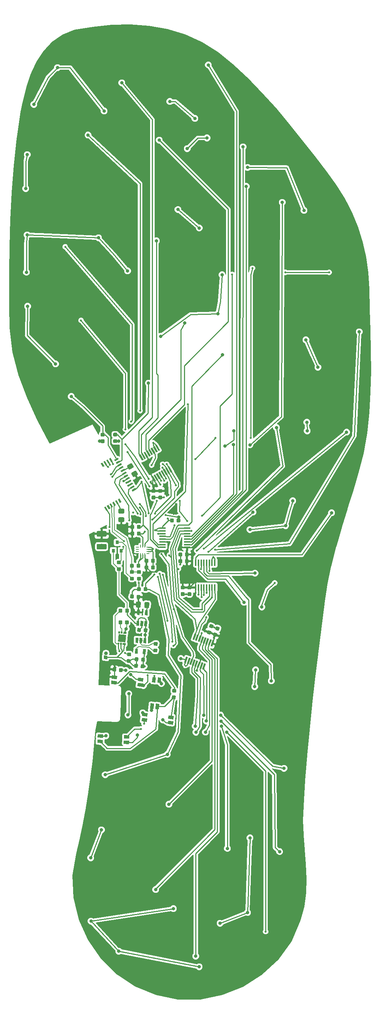
<source format=gbl>
G04 #@! TF.GenerationSoftware,KiCad,Pcbnew,(5.0.0)*
G04 #@! TF.CreationDate,2020-01-07T16:08:45+01:00*
G04 #@! TF.ProjectId,Insole_PCB,496E736F6C655F5043422E6B69636164,rev?*
G04 #@! TF.SameCoordinates,Original*
G04 #@! TF.FileFunction,Copper,L2,Bot,Signal*
G04 #@! TF.FilePolarity,Positive*
%FSLAX46Y46*%
G04 Gerber Fmt 4.6, Leading zero omitted, Abs format (unit mm)*
G04 Created by KiCad (PCBNEW (5.0.0)) date 01/07/20 16:08:45*
%MOMM*%
%LPD*%
G01*
G04 APERTURE LIST*
G04 #@! TA.AperFunction,ComponentPad*
%ADD10C,0.850000*%
G04 #@! TD*
G04 #@! TA.AperFunction,Conductor*
%ADD11C,0.850000*%
G04 #@! TD*
G04 #@! TA.AperFunction,Conductor*
%ADD12C,0.100000*%
G04 #@! TD*
G04 #@! TA.AperFunction,SMDPad,CuDef*
%ADD13R,0.675000X0.250000*%
G04 #@! TD*
G04 #@! TA.AperFunction,SMDPad,CuDef*
%ADD14R,0.250000X0.675000*%
G04 #@! TD*
G04 #@! TA.AperFunction,SMDPad,CuDef*
%ADD15C,0.875000*%
G04 #@! TD*
G04 #@! TA.AperFunction,SMDPad,CuDef*
%ADD16C,1.150000*%
G04 #@! TD*
G04 #@! TA.AperFunction,SMDPad,CuDef*
%ADD17C,0.450000*%
G04 #@! TD*
G04 #@! TA.AperFunction,SMDPad,CuDef*
%ADD18R,1.500000X0.450000*%
G04 #@! TD*
G04 #@! TA.AperFunction,SMDPad,CuDef*
%ADD19R,0.450000X1.500000*%
G04 #@! TD*
G04 #@! TA.AperFunction,SMDPad,CuDef*
%ADD20R,0.800000X0.900000*%
G04 #@! TD*
G04 #@! TA.AperFunction,SMDPad,CuDef*
%ADD21C,0.650000*%
G04 #@! TD*
G04 #@! TA.AperFunction,SMDPad,CuDef*
%ADD22C,0.410000*%
G04 #@! TD*
G04 #@! TA.AperFunction,SMDPad,CuDef*
%ADD23C,1.800000*%
G04 #@! TD*
G04 #@! TA.AperFunction,SMDPad,CuDef*
%ADD24C,0.500000*%
G04 #@! TD*
G04 #@! TA.AperFunction,SMDPad,CuDef*
%ADD25C,0.400000*%
G04 #@! TD*
G04 #@! TA.AperFunction,SMDPad,CuDef*
%ADD26C,0.800000*%
G04 #@! TD*
G04 #@! TA.AperFunction,SMDPad,CuDef*
%ADD27C,1.325000*%
G04 #@! TD*
G04 #@! TA.AperFunction,ViaPad*
%ADD28C,0.800000*%
G04 #@! TD*
G04 #@! TA.AperFunction,ViaPad*
%ADD29C,0.500000*%
G04 #@! TD*
G04 #@! TA.AperFunction,ViaPad*
%ADD30C,0.600000*%
G04 #@! TD*
G04 #@! TA.AperFunction,Conductor*
%ADD31C,0.250000*%
G04 #@! TD*
G04 #@! TA.AperFunction,Conductor*
%ADD32C,0.160000*%
G04 #@! TD*
G04 #@! TA.AperFunction,Conductor*
%ADD33C,0.200000*%
G04 #@! TD*
G04 APERTURE END LIST*
D10*
G04 #@! TO.P,J2,2*
G04 #@! TO.N,+BATT*
X186929209Y-191863143D03*
D11*
G04 #@! TD*
G04 #@! TO.N,+BATT*
G04 #@! TO.C,J2*
X186929209Y-191863143D02*
X186929209Y-191863143D01*
D10*
G04 #@! TO.P,J2,1*
G04 #@! TO.N,-BATT*
X186859453Y-192860707D03*
D12*
G04 #@! TD*
G04 #@! TO.N,-BATT*
G04 #@! TO.C,J2*
G36*
X187313064Y-192466389D02*
X187253771Y-193314318D01*
X186405842Y-193255025D01*
X186465135Y-192407096D01*
X187313064Y-192466389D01*
X187313064Y-192466389D01*
G37*
D13*
G04 #@! TO.P,U2,11*
G04 #@! TO.N,N/C*
X194486953Y-166460707D03*
G04 #@! TO.P,U2,10*
X194486953Y-166960707D03*
G04 #@! TO.P,U2,9*
X194486953Y-167460707D03*
G04 #@! TO.P,U2,8*
G04 #@! TO.N,+3V3*
X194486953Y-167960707D03*
G04 #@! TO.P,U2,4*
G04 #@! TO.N,N/C*
X197011953Y-167960707D03*
G04 #@! TO.P,U2,3*
G04 #@! TO.N,GND*
X197011953Y-167460707D03*
G04 #@! TO.P,U2,2*
X197011953Y-166960707D03*
G04 #@! TO.P,U2,1*
X197011953Y-166460707D03*
D14*
G04 #@! TO.P,U2,7*
X195249453Y-168223207D03*
G04 #@! TO.P,U2,6*
X195749453Y-168223207D03*
G04 #@! TO.P,U2,5*
G04 #@! TO.N,+3V3*
X196249453Y-168223207D03*
G04 #@! TO.P,U2,12*
G04 #@! TO.N,N/C*
X195249453Y-166198207D03*
G04 #@! TO.P,U2,14*
G04 #@! TO.N,Net-(R2-Pad2)*
X196249453Y-166198207D03*
G04 #@! TO.P,U2,13*
G04 #@! TO.N,Net-(R3-Pad2)*
X195749453Y-166198207D03*
G04 #@! TD*
D12*
G04 #@! TO.N,-BATT*
G04 #@! TO.C,C1*
G36*
X192169412Y-193241980D02*
X192680664Y-193277730D01*
X192701980Y-193280276D01*
X192722943Y-193284900D01*
X192743352Y-193291556D01*
X192763011Y-193300180D01*
X192781729Y-193310690D01*
X192799327Y-193322984D01*
X192815636Y-193336943D01*
X192830498Y-193352434D01*
X192843769Y-193369307D01*
X192855323Y-193387400D01*
X192865048Y-193406538D01*
X192872851Y-193426537D01*
X192878655Y-193447204D01*
X192882406Y-193468341D01*
X192884067Y-193489744D01*
X192883622Y-193511206D01*
X192853104Y-193947640D01*
X192850558Y-193968956D01*
X192845934Y-193989919D01*
X192839278Y-194010328D01*
X192830654Y-194029987D01*
X192820144Y-194048705D01*
X192807850Y-194066303D01*
X192793891Y-194082612D01*
X192778400Y-194097474D01*
X192761527Y-194110745D01*
X192743435Y-194122299D01*
X192724297Y-194132024D01*
X192704298Y-194139827D01*
X192683630Y-194145631D01*
X192662493Y-194149382D01*
X192641090Y-194151043D01*
X192619628Y-194150598D01*
X192108376Y-194114848D01*
X192087060Y-194112302D01*
X192066097Y-194107678D01*
X192045688Y-194101022D01*
X192026029Y-194092398D01*
X192007311Y-194081888D01*
X191989713Y-194069594D01*
X191973404Y-194055635D01*
X191958542Y-194040144D01*
X191945271Y-194023271D01*
X191933717Y-194005178D01*
X191923992Y-193986040D01*
X191916189Y-193966041D01*
X191910385Y-193945374D01*
X191906634Y-193924237D01*
X191904973Y-193902834D01*
X191905418Y-193881372D01*
X191935936Y-193444938D01*
X191938482Y-193423622D01*
X191943106Y-193402659D01*
X191949762Y-193382250D01*
X191958386Y-193362591D01*
X191968896Y-193343873D01*
X191981190Y-193326275D01*
X191995149Y-193309966D01*
X192010640Y-193295104D01*
X192027513Y-193281833D01*
X192045605Y-193270279D01*
X192064743Y-193260554D01*
X192084742Y-193252751D01*
X192105410Y-193246947D01*
X192126547Y-193243196D01*
X192147950Y-193241535D01*
X192169412Y-193241980D01*
X192169412Y-193241980D01*
G37*
D15*
G04 #@! TD*
G04 #@! TO.P,C1,2*
G04 #@! TO.N,-BATT*
X192394520Y-193696289D03*
D12*
G04 #@! TO.N,Net-(C1-Pad1)*
G04 #@! TO.C,C1*
G36*
X192279278Y-191670816D02*
X192790530Y-191706566D01*
X192811846Y-191709112D01*
X192832809Y-191713736D01*
X192853218Y-191720392D01*
X192872877Y-191729016D01*
X192891595Y-191739526D01*
X192909193Y-191751820D01*
X192925502Y-191765779D01*
X192940364Y-191781270D01*
X192953635Y-191798143D01*
X192965189Y-191816236D01*
X192974914Y-191835374D01*
X192982717Y-191855373D01*
X192988521Y-191876040D01*
X192992272Y-191897177D01*
X192993933Y-191918580D01*
X192993488Y-191940042D01*
X192962970Y-192376476D01*
X192960424Y-192397792D01*
X192955800Y-192418755D01*
X192949144Y-192439164D01*
X192940520Y-192458823D01*
X192930010Y-192477541D01*
X192917716Y-192495139D01*
X192903757Y-192511448D01*
X192888266Y-192526310D01*
X192871393Y-192539581D01*
X192853301Y-192551135D01*
X192834163Y-192560860D01*
X192814164Y-192568663D01*
X192793496Y-192574467D01*
X192772359Y-192578218D01*
X192750956Y-192579879D01*
X192729494Y-192579434D01*
X192218242Y-192543684D01*
X192196926Y-192541138D01*
X192175963Y-192536514D01*
X192155554Y-192529858D01*
X192135895Y-192521234D01*
X192117177Y-192510724D01*
X192099579Y-192498430D01*
X192083270Y-192484471D01*
X192068408Y-192468980D01*
X192055137Y-192452107D01*
X192043583Y-192434014D01*
X192033858Y-192414876D01*
X192026055Y-192394877D01*
X192020251Y-192374210D01*
X192016500Y-192353073D01*
X192014839Y-192331670D01*
X192015284Y-192310208D01*
X192045802Y-191873774D01*
X192048348Y-191852458D01*
X192052972Y-191831495D01*
X192059628Y-191811086D01*
X192068252Y-191791427D01*
X192078762Y-191772709D01*
X192091056Y-191755111D01*
X192105015Y-191738802D01*
X192120506Y-191723940D01*
X192137379Y-191710669D01*
X192155471Y-191699115D01*
X192174609Y-191689390D01*
X192194608Y-191681587D01*
X192215276Y-191675783D01*
X192236413Y-191672032D01*
X192257816Y-191670371D01*
X192279278Y-191670816D01*
X192279278Y-191670816D01*
G37*
D15*
G04 #@! TD*
G04 #@! TO.P,C1,1*
G04 #@! TO.N,Net-(C1-Pad1)*
X192504386Y-192125125D03*
D12*
G04 #@! TO.N,+3V3*
G04 #@! TO.C,C2*
G36*
X212976058Y-186889090D02*
X212997410Y-186891311D01*
X213018442Y-186895614D01*
X213038950Y-186901957D01*
X213520542Y-187077242D01*
X213540330Y-187085565D01*
X213559207Y-187095788D01*
X213576991Y-187107812D01*
X213593510Y-187121521D01*
X213608607Y-187136783D01*
X213622135Y-187153451D01*
X213633964Y-187171365D01*
X213643980Y-187190352D01*
X213652087Y-187210230D01*
X213658206Y-187230806D01*
X213662279Y-187251883D01*
X213664267Y-187273258D01*
X213664150Y-187294725D01*
X213661929Y-187316077D01*
X213657626Y-187337108D01*
X213651283Y-187357617D01*
X213501649Y-187768732D01*
X213493326Y-187788520D01*
X213483103Y-187807397D01*
X213471079Y-187825181D01*
X213457370Y-187841700D01*
X213442108Y-187856797D01*
X213425440Y-187870325D01*
X213407526Y-187882154D01*
X213388539Y-187892170D01*
X213368661Y-187900277D01*
X213348085Y-187906396D01*
X213327007Y-187910469D01*
X213305633Y-187912457D01*
X213284166Y-187912340D01*
X213262814Y-187910119D01*
X213241782Y-187905816D01*
X213221274Y-187899473D01*
X212739682Y-187724188D01*
X212719894Y-187715865D01*
X212701017Y-187705642D01*
X212683233Y-187693618D01*
X212666714Y-187679909D01*
X212651617Y-187664647D01*
X212638089Y-187647979D01*
X212626260Y-187630065D01*
X212616244Y-187611078D01*
X212608137Y-187591200D01*
X212602018Y-187570624D01*
X212597945Y-187549547D01*
X212595957Y-187528172D01*
X212596074Y-187506705D01*
X212598295Y-187485353D01*
X212602598Y-187464322D01*
X212608941Y-187443813D01*
X212758575Y-187032698D01*
X212766898Y-187012910D01*
X212777121Y-186994033D01*
X212789145Y-186976249D01*
X212802854Y-186959730D01*
X212818116Y-186944633D01*
X212834784Y-186931105D01*
X212852698Y-186919276D01*
X212871685Y-186909260D01*
X212891563Y-186901153D01*
X212912139Y-186895034D01*
X212933217Y-186890961D01*
X212954591Y-186888973D01*
X212976058Y-186889090D01*
X212976058Y-186889090D01*
G37*
D15*
G04 #@! TD*
G04 #@! TO.P,C2,2*
G04 #@! TO.N,+3V3*
X213130112Y-187400715D03*
D12*
G04 #@! TO.N,GND*
G04 #@! TO.C,C2*
G36*
X213514740Y-185409074D02*
X213536092Y-185411295D01*
X213557124Y-185415598D01*
X213577632Y-185421941D01*
X214059224Y-185597226D01*
X214079012Y-185605549D01*
X214097889Y-185615772D01*
X214115673Y-185627796D01*
X214132192Y-185641505D01*
X214147289Y-185656767D01*
X214160817Y-185673435D01*
X214172646Y-185691349D01*
X214182662Y-185710336D01*
X214190769Y-185730214D01*
X214196888Y-185750790D01*
X214200961Y-185771867D01*
X214202949Y-185793242D01*
X214202832Y-185814709D01*
X214200611Y-185836061D01*
X214196308Y-185857092D01*
X214189965Y-185877601D01*
X214040331Y-186288716D01*
X214032008Y-186308504D01*
X214021785Y-186327381D01*
X214009761Y-186345165D01*
X213996052Y-186361684D01*
X213980790Y-186376781D01*
X213964122Y-186390309D01*
X213946208Y-186402138D01*
X213927221Y-186412154D01*
X213907343Y-186420261D01*
X213886767Y-186426380D01*
X213865689Y-186430453D01*
X213844315Y-186432441D01*
X213822848Y-186432324D01*
X213801496Y-186430103D01*
X213780464Y-186425800D01*
X213759956Y-186419457D01*
X213278364Y-186244172D01*
X213258576Y-186235849D01*
X213239699Y-186225626D01*
X213221915Y-186213602D01*
X213205396Y-186199893D01*
X213190299Y-186184631D01*
X213176771Y-186167963D01*
X213164942Y-186150049D01*
X213154926Y-186131062D01*
X213146819Y-186111184D01*
X213140700Y-186090608D01*
X213136627Y-186069531D01*
X213134639Y-186048156D01*
X213134756Y-186026689D01*
X213136977Y-186005337D01*
X213141280Y-185984306D01*
X213147623Y-185963797D01*
X213297257Y-185552682D01*
X213305580Y-185532894D01*
X213315803Y-185514017D01*
X213327827Y-185496233D01*
X213341536Y-185479714D01*
X213356798Y-185464617D01*
X213373466Y-185451089D01*
X213391380Y-185439260D01*
X213410367Y-185429244D01*
X213430245Y-185421137D01*
X213450821Y-185415018D01*
X213471899Y-185410945D01*
X213493273Y-185408957D01*
X213514740Y-185409074D01*
X213514740Y-185409074D01*
G37*
D15*
G04 #@! TD*
G04 #@! TO.P,C2,1*
G04 #@! TO.N,GND*
X213668794Y-185920699D03*
D12*
G04 #@! TO.N,+BATT*
G04 #@! TO.C,C3*
G36*
X196262284Y-185876125D02*
X196699184Y-185899022D01*
X196720540Y-185901196D01*
X196741581Y-185905453D01*
X196762103Y-185911752D01*
X196781909Y-185920031D01*
X196800808Y-185930213D01*
X196818619Y-185942198D01*
X196835168Y-185955871D01*
X196850298Y-185971100D01*
X196863862Y-185987738D01*
X196875730Y-186005627D01*
X196885788Y-186024592D01*
X196893938Y-186044452D01*
X196900102Y-186065015D01*
X196904221Y-186086083D01*
X196906255Y-186107454D01*
X196906185Y-186128920D01*
X196879363Y-186640717D01*
X196877189Y-186662074D01*
X196872932Y-186683115D01*
X196866634Y-186703637D01*
X196858354Y-186723443D01*
X196848172Y-186742342D01*
X196836187Y-186760152D01*
X196822514Y-186776702D01*
X196807285Y-186791832D01*
X196790647Y-186805396D01*
X196772758Y-186817264D01*
X196753793Y-186827322D01*
X196733933Y-186835472D01*
X196713370Y-186841636D01*
X196692302Y-186845755D01*
X196670932Y-186847789D01*
X196649464Y-186847719D01*
X196212564Y-186824822D01*
X196191208Y-186822648D01*
X196170167Y-186818391D01*
X196149645Y-186812092D01*
X196129839Y-186803813D01*
X196110940Y-186793631D01*
X196093129Y-186781646D01*
X196076580Y-186767973D01*
X196061450Y-186752744D01*
X196047886Y-186736106D01*
X196036018Y-186718217D01*
X196025960Y-186699252D01*
X196017810Y-186679392D01*
X196011646Y-186658829D01*
X196007527Y-186637761D01*
X196005493Y-186616390D01*
X196005563Y-186594924D01*
X196032385Y-186083127D01*
X196034559Y-186061770D01*
X196038816Y-186040729D01*
X196045114Y-186020207D01*
X196053394Y-186000401D01*
X196063576Y-185981502D01*
X196075561Y-185963692D01*
X196089234Y-185947142D01*
X196104463Y-185932012D01*
X196121101Y-185918448D01*
X196138990Y-185906580D01*
X196157955Y-185896522D01*
X196177815Y-185888372D01*
X196198378Y-185882208D01*
X196219446Y-185878089D01*
X196240816Y-185876055D01*
X196262284Y-185876125D01*
X196262284Y-185876125D01*
G37*
D15*
G04 #@! TD*
G04 #@! TO.P,C3,2*
G04 #@! TO.N,+BATT*
X196455874Y-186361922D03*
D12*
G04 #@! TO.N,GND*
G04 #@! TO.C,C3*
G36*
X194689442Y-185793695D02*
X195126342Y-185816592D01*
X195147698Y-185818766D01*
X195168739Y-185823023D01*
X195189261Y-185829322D01*
X195209067Y-185837601D01*
X195227966Y-185847783D01*
X195245777Y-185859768D01*
X195262326Y-185873441D01*
X195277456Y-185888670D01*
X195291020Y-185905308D01*
X195302888Y-185923197D01*
X195312946Y-185942162D01*
X195321096Y-185962022D01*
X195327260Y-185982585D01*
X195331379Y-186003653D01*
X195333413Y-186025024D01*
X195333343Y-186046490D01*
X195306521Y-186558287D01*
X195304347Y-186579644D01*
X195300090Y-186600685D01*
X195293792Y-186621207D01*
X195285512Y-186641013D01*
X195275330Y-186659912D01*
X195263345Y-186677722D01*
X195249672Y-186694272D01*
X195234443Y-186709402D01*
X195217805Y-186722966D01*
X195199916Y-186734834D01*
X195180951Y-186744892D01*
X195161091Y-186753042D01*
X195140528Y-186759206D01*
X195119460Y-186763325D01*
X195098090Y-186765359D01*
X195076622Y-186765289D01*
X194639722Y-186742392D01*
X194618366Y-186740218D01*
X194597325Y-186735961D01*
X194576803Y-186729662D01*
X194556997Y-186721383D01*
X194538098Y-186711201D01*
X194520287Y-186699216D01*
X194503738Y-186685543D01*
X194488608Y-186670314D01*
X194475044Y-186653676D01*
X194463176Y-186635787D01*
X194453118Y-186616822D01*
X194444968Y-186596962D01*
X194438804Y-186576399D01*
X194434685Y-186555331D01*
X194432651Y-186533960D01*
X194432721Y-186512494D01*
X194459543Y-186000697D01*
X194461717Y-185979340D01*
X194465974Y-185958299D01*
X194472272Y-185937777D01*
X194480552Y-185917971D01*
X194490734Y-185899072D01*
X194502719Y-185881262D01*
X194516392Y-185864712D01*
X194531621Y-185849582D01*
X194548259Y-185836018D01*
X194566148Y-185824150D01*
X194585113Y-185814092D01*
X194604973Y-185805942D01*
X194625536Y-185799778D01*
X194646604Y-185795659D01*
X194667974Y-185793625D01*
X194689442Y-185793695D01*
X194689442Y-185793695D01*
G37*
D15*
G04 #@! TD*
G04 #@! TO.P,C3,1*
G04 #@! TO.N,GND*
X194883032Y-186279492D03*
D12*
G04 #@! TO.N,GND*
G04 #@! TO.C,C4*
G36*
X192993206Y-177761739D02*
X193429640Y-177792257D01*
X193450956Y-177794803D01*
X193471919Y-177799427D01*
X193492328Y-177806083D01*
X193511987Y-177814707D01*
X193530705Y-177825217D01*
X193548303Y-177837511D01*
X193564612Y-177851470D01*
X193579474Y-177866961D01*
X193592745Y-177883834D01*
X193604299Y-177901926D01*
X193614024Y-177921064D01*
X193621827Y-177941063D01*
X193627631Y-177961731D01*
X193631382Y-177982868D01*
X193633043Y-178004271D01*
X193632598Y-178025733D01*
X193596848Y-178536985D01*
X193594302Y-178558301D01*
X193589678Y-178579264D01*
X193583022Y-178599673D01*
X193574398Y-178619332D01*
X193563888Y-178638050D01*
X193551594Y-178655648D01*
X193537635Y-178671957D01*
X193522144Y-178686819D01*
X193505271Y-178700090D01*
X193487178Y-178711644D01*
X193468040Y-178721369D01*
X193448041Y-178729172D01*
X193427374Y-178734976D01*
X193406237Y-178738727D01*
X193384834Y-178740388D01*
X193363372Y-178739943D01*
X192926938Y-178709425D01*
X192905622Y-178706879D01*
X192884659Y-178702255D01*
X192864250Y-178695599D01*
X192844591Y-178686975D01*
X192825873Y-178676465D01*
X192808275Y-178664171D01*
X192791966Y-178650212D01*
X192777104Y-178634721D01*
X192763833Y-178617848D01*
X192752279Y-178599756D01*
X192742554Y-178580618D01*
X192734751Y-178560619D01*
X192728947Y-178539951D01*
X192725196Y-178518814D01*
X192723535Y-178497411D01*
X192723980Y-178475949D01*
X192759730Y-177964697D01*
X192762276Y-177943381D01*
X192766900Y-177922418D01*
X192773556Y-177902009D01*
X192782180Y-177882350D01*
X192792690Y-177863632D01*
X192804984Y-177846034D01*
X192818943Y-177829725D01*
X192834434Y-177814863D01*
X192851307Y-177801592D01*
X192869400Y-177790038D01*
X192888538Y-177780313D01*
X192908537Y-177772510D01*
X192929204Y-177766706D01*
X192950341Y-177762955D01*
X192971744Y-177761294D01*
X192993206Y-177761739D01*
X192993206Y-177761739D01*
G37*
D15*
G04 #@! TD*
G04 #@! TO.P,C4,2*
G04 #@! TO.N,GND*
X193178289Y-178250841D03*
D12*
G04 #@! TO.N,+3V3*
G04 #@! TO.C,C4*
G36*
X194564370Y-177871605D02*
X195000804Y-177902123D01*
X195022120Y-177904669D01*
X195043083Y-177909293D01*
X195063492Y-177915949D01*
X195083151Y-177924573D01*
X195101869Y-177935083D01*
X195119467Y-177947377D01*
X195135776Y-177961336D01*
X195150638Y-177976827D01*
X195163909Y-177993700D01*
X195175463Y-178011792D01*
X195185188Y-178030930D01*
X195192991Y-178050929D01*
X195198795Y-178071597D01*
X195202546Y-178092734D01*
X195204207Y-178114137D01*
X195203762Y-178135599D01*
X195168012Y-178646851D01*
X195165466Y-178668167D01*
X195160842Y-178689130D01*
X195154186Y-178709539D01*
X195145562Y-178729198D01*
X195135052Y-178747916D01*
X195122758Y-178765514D01*
X195108799Y-178781823D01*
X195093308Y-178796685D01*
X195076435Y-178809956D01*
X195058342Y-178821510D01*
X195039204Y-178831235D01*
X195019205Y-178839038D01*
X194998538Y-178844842D01*
X194977401Y-178848593D01*
X194955998Y-178850254D01*
X194934536Y-178849809D01*
X194498102Y-178819291D01*
X194476786Y-178816745D01*
X194455823Y-178812121D01*
X194435414Y-178805465D01*
X194415755Y-178796841D01*
X194397037Y-178786331D01*
X194379439Y-178774037D01*
X194363130Y-178760078D01*
X194348268Y-178744587D01*
X194334997Y-178727714D01*
X194323443Y-178709622D01*
X194313718Y-178690484D01*
X194305915Y-178670485D01*
X194300111Y-178649817D01*
X194296360Y-178628680D01*
X194294699Y-178607277D01*
X194295144Y-178585815D01*
X194330894Y-178074563D01*
X194333440Y-178053247D01*
X194338064Y-178032284D01*
X194344720Y-178011875D01*
X194353344Y-177992216D01*
X194363854Y-177973498D01*
X194376148Y-177955900D01*
X194390107Y-177939591D01*
X194405598Y-177924729D01*
X194422471Y-177911458D01*
X194440564Y-177899904D01*
X194459702Y-177890179D01*
X194479701Y-177882376D01*
X194500368Y-177876572D01*
X194521505Y-177872821D01*
X194542908Y-177871160D01*
X194564370Y-177871605D01*
X194564370Y-177871605D01*
G37*
D15*
G04 #@! TD*
G04 #@! TO.P,C4,1*
G04 #@! TO.N,+3V3*
X194749453Y-178360707D03*
D12*
G04 #@! TO.N,+3V3*
G04 #@! TO.C,C5*
G36*
X211526058Y-186339090D02*
X211547410Y-186341311D01*
X211568442Y-186345614D01*
X211588950Y-186351957D01*
X212070542Y-186527242D01*
X212090330Y-186535565D01*
X212109207Y-186545788D01*
X212126991Y-186557812D01*
X212143510Y-186571521D01*
X212158607Y-186586783D01*
X212172135Y-186603451D01*
X212183964Y-186621365D01*
X212193980Y-186640352D01*
X212202087Y-186660230D01*
X212208206Y-186680806D01*
X212212279Y-186701883D01*
X212214267Y-186723258D01*
X212214150Y-186744725D01*
X212211929Y-186766077D01*
X212207626Y-186787108D01*
X212201283Y-186807617D01*
X212051649Y-187218732D01*
X212043326Y-187238520D01*
X212033103Y-187257397D01*
X212021079Y-187275181D01*
X212007370Y-187291700D01*
X211992108Y-187306797D01*
X211975440Y-187320325D01*
X211957526Y-187332154D01*
X211938539Y-187342170D01*
X211918661Y-187350277D01*
X211898085Y-187356396D01*
X211877007Y-187360469D01*
X211855633Y-187362457D01*
X211834166Y-187362340D01*
X211812814Y-187360119D01*
X211791782Y-187355816D01*
X211771274Y-187349473D01*
X211289682Y-187174188D01*
X211269894Y-187165865D01*
X211251017Y-187155642D01*
X211233233Y-187143618D01*
X211216714Y-187129909D01*
X211201617Y-187114647D01*
X211188089Y-187097979D01*
X211176260Y-187080065D01*
X211166244Y-187061078D01*
X211158137Y-187041200D01*
X211152018Y-187020624D01*
X211147945Y-186999547D01*
X211145957Y-186978172D01*
X211146074Y-186956705D01*
X211148295Y-186935353D01*
X211152598Y-186914322D01*
X211158941Y-186893813D01*
X211308575Y-186482698D01*
X211316898Y-186462910D01*
X211327121Y-186444033D01*
X211339145Y-186426249D01*
X211352854Y-186409730D01*
X211368116Y-186394633D01*
X211384784Y-186381105D01*
X211402698Y-186369276D01*
X211421685Y-186359260D01*
X211441563Y-186351153D01*
X211462139Y-186345034D01*
X211483217Y-186340961D01*
X211504591Y-186338973D01*
X211526058Y-186339090D01*
X211526058Y-186339090D01*
G37*
D15*
G04 #@! TD*
G04 #@! TO.P,C5,2*
G04 #@! TO.N,+3V3*
X211680112Y-186850715D03*
D12*
G04 #@! TO.N,GND*
G04 #@! TO.C,C5*
G36*
X212064740Y-184859074D02*
X212086092Y-184861295D01*
X212107124Y-184865598D01*
X212127632Y-184871941D01*
X212609224Y-185047226D01*
X212629012Y-185055549D01*
X212647889Y-185065772D01*
X212665673Y-185077796D01*
X212682192Y-185091505D01*
X212697289Y-185106767D01*
X212710817Y-185123435D01*
X212722646Y-185141349D01*
X212732662Y-185160336D01*
X212740769Y-185180214D01*
X212746888Y-185200790D01*
X212750961Y-185221867D01*
X212752949Y-185243242D01*
X212752832Y-185264709D01*
X212750611Y-185286061D01*
X212746308Y-185307092D01*
X212739965Y-185327601D01*
X212590331Y-185738716D01*
X212582008Y-185758504D01*
X212571785Y-185777381D01*
X212559761Y-185795165D01*
X212546052Y-185811684D01*
X212530790Y-185826781D01*
X212514122Y-185840309D01*
X212496208Y-185852138D01*
X212477221Y-185862154D01*
X212457343Y-185870261D01*
X212436767Y-185876380D01*
X212415689Y-185880453D01*
X212394315Y-185882441D01*
X212372848Y-185882324D01*
X212351496Y-185880103D01*
X212330464Y-185875800D01*
X212309956Y-185869457D01*
X211828364Y-185694172D01*
X211808576Y-185685849D01*
X211789699Y-185675626D01*
X211771915Y-185663602D01*
X211755396Y-185649893D01*
X211740299Y-185634631D01*
X211726771Y-185617963D01*
X211714942Y-185600049D01*
X211704926Y-185581062D01*
X211696819Y-185561184D01*
X211690700Y-185540608D01*
X211686627Y-185519531D01*
X211684639Y-185498156D01*
X211684756Y-185476689D01*
X211686977Y-185455337D01*
X211691280Y-185434306D01*
X211697623Y-185413797D01*
X211847257Y-185002682D01*
X211855580Y-184982894D01*
X211865803Y-184964017D01*
X211877827Y-184946233D01*
X211891536Y-184929714D01*
X211906798Y-184914617D01*
X211923466Y-184901089D01*
X211941380Y-184889260D01*
X211960367Y-184879244D01*
X211980245Y-184871137D01*
X212000821Y-184865018D01*
X212021899Y-184860945D01*
X212043273Y-184858957D01*
X212064740Y-184859074D01*
X212064740Y-184859074D01*
G37*
D15*
G04 #@! TD*
G04 #@! TO.P,C5,1*
G04 #@! TO.N,GND*
X212218794Y-185370699D03*
D12*
G04 #@! TO.N,+3V3*
G04 #@! TO.C,C6*
G36*
X205627144Y-175674260D02*
X205648379Y-175677410D01*
X205669203Y-175682626D01*
X205689415Y-175689858D01*
X205708821Y-175699037D01*
X205727234Y-175710073D01*
X205744477Y-175722861D01*
X205760383Y-175737277D01*
X205774799Y-175753183D01*
X205787587Y-175770426D01*
X205798623Y-175788839D01*
X205807802Y-175808245D01*
X205815034Y-175828457D01*
X205820250Y-175849281D01*
X205823400Y-175870516D01*
X205824453Y-175891957D01*
X205824453Y-176329457D01*
X205823400Y-176350898D01*
X205820250Y-176372133D01*
X205815034Y-176392957D01*
X205807802Y-176413169D01*
X205798623Y-176432575D01*
X205787587Y-176450988D01*
X205774799Y-176468231D01*
X205760383Y-176484137D01*
X205744477Y-176498553D01*
X205727234Y-176511341D01*
X205708821Y-176522377D01*
X205689415Y-176531556D01*
X205669203Y-176538788D01*
X205648379Y-176544004D01*
X205627144Y-176547154D01*
X205605703Y-176548207D01*
X205093203Y-176548207D01*
X205071762Y-176547154D01*
X205050527Y-176544004D01*
X205029703Y-176538788D01*
X205009491Y-176531556D01*
X204990085Y-176522377D01*
X204971672Y-176511341D01*
X204954429Y-176498553D01*
X204938523Y-176484137D01*
X204924107Y-176468231D01*
X204911319Y-176450988D01*
X204900283Y-176432575D01*
X204891104Y-176413169D01*
X204883872Y-176392957D01*
X204878656Y-176372133D01*
X204875506Y-176350898D01*
X204874453Y-176329457D01*
X204874453Y-175891957D01*
X204875506Y-175870516D01*
X204878656Y-175849281D01*
X204883872Y-175828457D01*
X204891104Y-175808245D01*
X204900283Y-175788839D01*
X204911319Y-175770426D01*
X204924107Y-175753183D01*
X204938523Y-175737277D01*
X204954429Y-175722861D01*
X204971672Y-175710073D01*
X204990085Y-175699037D01*
X205009491Y-175689858D01*
X205029703Y-175682626D01*
X205050527Y-175677410D01*
X205071762Y-175674260D01*
X205093203Y-175673207D01*
X205605703Y-175673207D01*
X205627144Y-175674260D01*
X205627144Y-175674260D01*
G37*
D15*
G04 #@! TD*
G04 #@! TO.P,C6,2*
G04 #@! TO.N,+3V3*
X205349453Y-176110707D03*
D12*
G04 #@! TO.N,GND*
G04 #@! TO.C,C6*
G36*
X205627144Y-177249260D02*
X205648379Y-177252410D01*
X205669203Y-177257626D01*
X205689415Y-177264858D01*
X205708821Y-177274037D01*
X205727234Y-177285073D01*
X205744477Y-177297861D01*
X205760383Y-177312277D01*
X205774799Y-177328183D01*
X205787587Y-177345426D01*
X205798623Y-177363839D01*
X205807802Y-177383245D01*
X205815034Y-177403457D01*
X205820250Y-177424281D01*
X205823400Y-177445516D01*
X205824453Y-177466957D01*
X205824453Y-177904457D01*
X205823400Y-177925898D01*
X205820250Y-177947133D01*
X205815034Y-177967957D01*
X205807802Y-177988169D01*
X205798623Y-178007575D01*
X205787587Y-178025988D01*
X205774799Y-178043231D01*
X205760383Y-178059137D01*
X205744477Y-178073553D01*
X205727234Y-178086341D01*
X205708821Y-178097377D01*
X205689415Y-178106556D01*
X205669203Y-178113788D01*
X205648379Y-178119004D01*
X205627144Y-178122154D01*
X205605703Y-178123207D01*
X205093203Y-178123207D01*
X205071762Y-178122154D01*
X205050527Y-178119004D01*
X205029703Y-178113788D01*
X205009491Y-178106556D01*
X204990085Y-178097377D01*
X204971672Y-178086341D01*
X204954429Y-178073553D01*
X204938523Y-178059137D01*
X204924107Y-178043231D01*
X204911319Y-178025988D01*
X204900283Y-178007575D01*
X204891104Y-177988169D01*
X204883872Y-177967957D01*
X204878656Y-177947133D01*
X204875506Y-177925898D01*
X204874453Y-177904457D01*
X204874453Y-177466957D01*
X204875506Y-177445516D01*
X204878656Y-177424281D01*
X204883872Y-177403457D01*
X204891104Y-177383245D01*
X204900283Y-177363839D01*
X204911319Y-177345426D01*
X204924107Y-177328183D01*
X204938523Y-177312277D01*
X204954429Y-177297861D01*
X204971672Y-177285073D01*
X204990085Y-177274037D01*
X205009491Y-177264858D01*
X205029703Y-177257626D01*
X205050527Y-177252410D01*
X205071762Y-177249260D01*
X205093203Y-177248207D01*
X205605703Y-177248207D01*
X205627144Y-177249260D01*
X205627144Y-177249260D01*
G37*
D15*
G04 #@! TD*
G04 #@! TO.P,C6,1*
G04 #@! TO.N,GND*
X205349453Y-177685707D03*
D12*
G04 #@! TO.N,+3V3*
G04 #@! TO.C,C7*
G36*
X207227144Y-175686760D02*
X207248379Y-175689910D01*
X207269203Y-175695126D01*
X207289415Y-175702358D01*
X207308821Y-175711537D01*
X207327234Y-175722573D01*
X207344477Y-175735361D01*
X207360383Y-175749777D01*
X207374799Y-175765683D01*
X207387587Y-175782926D01*
X207398623Y-175801339D01*
X207407802Y-175820745D01*
X207415034Y-175840957D01*
X207420250Y-175861781D01*
X207423400Y-175883016D01*
X207424453Y-175904457D01*
X207424453Y-176341957D01*
X207423400Y-176363398D01*
X207420250Y-176384633D01*
X207415034Y-176405457D01*
X207407802Y-176425669D01*
X207398623Y-176445075D01*
X207387587Y-176463488D01*
X207374799Y-176480731D01*
X207360383Y-176496637D01*
X207344477Y-176511053D01*
X207327234Y-176523841D01*
X207308821Y-176534877D01*
X207289415Y-176544056D01*
X207269203Y-176551288D01*
X207248379Y-176556504D01*
X207227144Y-176559654D01*
X207205703Y-176560707D01*
X206693203Y-176560707D01*
X206671762Y-176559654D01*
X206650527Y-176556504D01*
X206629703Y-176551288D01*
X206609491Y-176544056D01*
X206590085Y-176534877D01*
X206571672Y-176523841D01*
X206554429Y-176511053D01*
X206538523Y-176496637D01*
X206524107Y-176480731D01*
X206511319Y-176463488D01*
X206500283Y-176445075D01*
X206491104Y-176425669D01*
X206483872Y-176405457D01*
X206478656Y-176384633D01*
X206475506Y-176363398D01*
X206474453Y-176341957D01*
X206474453Y-175904457D01*
X206475506Y-175883016D01*
X206478656Y-175861781D01*
X206483872Y-175840957D01*
X206491104Y-175820745D01*
X206500283Y-175801339D01*
X206511319Y-175782926D01*
X206524107Y-175765683D01*
X206538523Y-175749777D01*
X206554429Y-175735361D01*
X206571672Y-175722573D01*
X206590085Y-175711537D01*
X206609491Y-175702358D01*
X206629703Y-175695126D01*
X206650527Y-175689910D01*
X206671762Y-175686760D01*
X206693203Y-175685707D01*
X207205703Y-175685707D01*
X207227144Y-175686760D01*
X207227144Y-175686760D01*
G37*
D15*
G04 #@! TD*
G04 #@! TO.P,C7,2*
G04 #@! TO.N,+3V3*
X206949453Y-176123207D03*
D12*
G04 #@! TO.N,GND*
G04 #@! TO.C,C7*
G36*
X207227144Y-177261760D02*
X207248379Y-177264910D01*
X207269203Y-177270126D01*
X207289415Y-177277358D01*
X207308821Y-177286537D01*
X207327234Y-177297573D01*
X207344477Y-177310361D01*
X207360383Y-177324777D01*
X207374799Y-177340683D01*
X207387587Y-177357926D01*
X207398623Y-177376339D01*
X207407802Y-177395745D01*
X207415034Y-177415957D01*
X207420250Y-177436781D01*
X207423400Y-177458016D01*
X207424453Y-177479457D01*
X207424453Y-177916957D01*
X207423400Y-177938398D01*
X207420250Y-177959633D01*
X207415034Y-177980457D01*
X207407802Y-178000669D01*
X207398623Y-178020075D01*
X207387587Y-178038488D01*
X207374799Y-178055731D01*
X207360383Y-178071637D01*
X207344477Y-178086053D01*
X207327234Y-178098841D01*
X207308821Y-178109877D01*
X207289415Y-178119056D01*
X207269203Y-178126288D01*
X207248379Y-178131504D01*
X207227144Y-178134654D01*
X207205703Y-178135707D01*
X206693203Y-178135707D01*
X206671762Y-178134654D01*
X206650527Y-178131504D01*
X206629703Y-178126288D01*
X206609491Y-178119056D01*
X206590085Y-178109877D01*
X206571672Y-178098841D01*
X206554429Y-178086053D01*
X206538523Y-178071637D01*
X206524107Y-178055731D01*
X206511319Y-178038488D01*
X206500283Y-178020075D01*
X206491104Y-178000669D01*
X206483872Y-177980457D01*
X206478656Y-177959633D01*
X206475506Y-177938398D01*
X206474453Y-177916957D01*
X206474453Y-177479457D01*
X206475506Y-177458016D01*
X206478656Y-177436781D01*
X206483872Y-177415957D01*
X206491104Y-177395745D01*
X206500283Y-177376339D01*
X206511319Y-177357926D01*
X206524107Y-177340683D01*
X206538523Y-177324777D01*
X206554429Y-177310361D01*
X206571672Y-177297573D01*
X206590085Y-177286537D01*
X206609491Y-177277358D01*
X206629703Y-177270126D01*
X206650527Y-177264910D01*
X206671762Y-177261760D01*
X206693203Y-177260707D01*
X207205703Y-177260707D01*
X207227144Y-177261760D01*
X207227144Y-177261760D01*
G37*
D15*
G04 #@! TD*
G04 #@! TO.P,C7,1*
G04 #@! TO.N,GND*
X206949453Y-177698207D03*
D12*
G04 #@! TO.N,+3V3*
G04 #@! TO.C,C8*
G36*
X206589644Y-169336760D02*
X206610879Y-169339910D01*
X206631703Y-169345126D01*
X206651915Y-169352358D01*
X206671321Y-169361537D01*
X206689734Y-169372573D01*
X206706977Y-169385361D01*
X206722883Y-169399777D01*
X206737299Y-169415683D01*
X206750087Y-169432926D01*
X206761123Y-169451339D01*
X206770302Y-169470745D01*
X206777534Y-169490957D01*
X206782750Y-169511781D01*
X206785900Y-169533016D01*
X206786953Y-169554457D01*
X206786953Y-170066957D01*
X206785900Y-170088398D01*
X206782750Y-170109633D01*
X206777534Y-170130457D01*
X206770302Y-170150669D01*
X206761123Y-170170075D01*
X206750087Y-170188488D01*
X206737299Y-170205731D01*
X206722883Y-170221637D01*
X206706977Y-170236053D01*
X206689734Y-170248841D01*
X206671321Y-170259877D01*
X206651915Y-170269056D01*
X206631703Y-170276288D01*
X206610879Y-170281504D01*
X206589644Y-170284654D01*
X206568203Y-170285707D01*
X206130703Y-170285707D01*
X206109262Y-170284654D01*
X206088027Y-170281504D01*
X206067203Y-170276288D01*
X206046991Y-170269056D01*
X206027585Y-170259877D01*
X206009172Y-170248841D01*
X205991929Y-170236053D01*
X205976023Y-170221637D01*
X205961607Y-170205731D01*
X205948819Y-170188488D01*
X205937783Y-170170075D01*
X205928604Y-170150669D01*
X205921372Y-170130457D01*
X205916156Y-170109633D01*
X205913006Y-170088398D01*
X205911953Y-170066957D01*
X205911953Y-169554457D01*
X205913006Y-169533016D01*
X205916156Y-169511781D01*
X205921372Y-169490957D01*
X205928604Y-169470745D01*
X205937783Y-169451339D01*
X205948819Y-169432926D01*
X205961607Y-169415683D01*
X205976023Y-169399777D01*
X205991929Y-169385361D01*
X206009172Y-169372573D01*
X206027585Y-169361537D01*
X206046991Y-169352358D01*
X206067203Y-169345126D01*
X206088027Y-169339910D01*
X206109262Y-169336760D01*
X206130703Y-169335707D01*
X206568203Y-169335707D01*
X206589644Y-169336760D01*
X206589644Y-169336760D01*
G37*
D15*
G04 #@! TD*
G04 #@! TO.P,C8,2*
G04 #@! TO.N,+3V3*
X206349453Y-169810707D03*
D12*
G04 #@! TO.N,GND*
G04 #@! TO.C,C8*
G36*
X205014644Y-169336760D02*
X205035879Y-169339910D01*
X205056703Y-169345126D01*
X205076915Y-169352358D01*
X205096321Y-169361537D01*
X205114734Y-169372573D01*
X205131977Y-169385361D01*
X205147883Y-169399777D01*
X205162299Y-169415683D01*
X205175087Y-169432926D01*
X205186123Y-169451339D01*
X205195302Y-169470745D01*
X205202534Y-169490957D01*
X205207750Y-169511781D01*
X205210900Y-169533016D01*
X205211953Y-169554457D01*
X205211953Y-170066957D01*
X205210900Y-170088398D01*
X205207750Y-170109633D01*
X205202534Y-170130457D01*
X205195302Y-170150669D01*
X205186123Y-170170075D01*
X205175087Y-170188488D01*
X205162299Y-170205731D01*
X205147883Y-170221637D01*
X205131977Y-170236053D01*
X205114734Y-170248841D01*
X205096321Y-170259877D01*
X205076915Y-170269056D01*
X205056703Y-170276288D01*
X205035879Y-170281504D01*
X205014644Y-170284654D01*
X204993203Y-170285707D01*
X204555703Y-170285707D01*
X204534262Y-170284654D01*
X204513027Y-170281504D01*
X204492203Y-170276288D01*
X204471991Y-170269056D01*
X204452585Y-170259877D01*
X204434172Y-170248841D01*
X204416929Y-170236053D01*
X204401023Y-170221637D01*
X204386607Y-170205731D01*
X204373819Y-170188488D01*
X204362783Y-170170075D01*
X204353604Y-170150669D01*
X204346372Y-170130457D01*
X204341156Y-170109633D01*
X204338006Y-170088398D01*
X204336953Y-170066957D01*
X204336953Y-169554457D01*
X204338006Y-169533016D01*
X204341156Y-169511781D01*
X204346372Y-169490957D01*
X204353604Y-169470745D01*
X204362783Y-169451339D01*
X204373819Y-169432926D01*
X204386607Y-169415683D01*
X204401023Y-169399777D01*
X204416929Y-169385361D01*
X204434172Y-169372573D01*
X204452585Y-169361537D01*
X204471991Y-169352358D01*
X204492203Y-169345126D01*
X204513027Y-169339910D01*
X204534262Y-169336760D01*
X204555703Y-169335707D01*
X204993203Y-169335707D01*
X205014644Y-169336760D01*
X205014644Y-169336760D01*
G37*
D15*
G04 #@! TD*
G04 #@! TO.P,C8,1*
G04 #@! TO.N,GND*
X204774453Y-169810707D03*
D12*
G04 #@! TO.N,+3V3*
G04 #@! TO.C,C9*
G36*
X206589644Y-167736760D02*
X206610879Y-167739910D01*
X206631703Y-167745126D01*
X206651915Y-167752358D01*
X206671321Y-167761537D01*
X206689734Y-167772573D01*
X206706977Y-167785361D01*
X206722883Y-167799777D01*
X206737299Y-167815683D01*
X206750087Y-167832926D01*
X206761123Y-167851339D01*
X206770302Y-167870745D01*
X206777534Y-167890957D01*
X206782750Y-167911781D01*
X206785900Y-167933016D01*
X206786953Y-167954457D01*
X206786953Y-168466957D01*
X206785900Y-168488398D01*
X206782750Y-168509633D01*
X206777534Y-168530457D01*
X206770302Y-168550669D01*
X206761123Y-168570075D01*
X206750087Y-168588488D01*
X206737299Y-168605731D01*
X206722883Y-168621637D01*
X206706977Y-168636053D01*
X206689734Y-168648841D01*
X206671321Y-168659877D01*
X206651915Y-168669056D01*
X206631703Y-168676288D01*
X206610879Y-168681504D01*
X206589644Y-168684654D01*
X206568203Y-168685707D01*
X206130703Y-168685707D01*
X206109262Y-168684654D01*
X206088027Y-168681504D01*
X206067203Y-168676288D01*
X206046991Y-168669056D01*
X206027585Y-168659877D01*
X206009172Y-168648841D01*
X205991929Y-168636053D01*
X205976023Y-168621637D01*
X205961607Y-168605731D01*
X205948819Y-168588488D01*
X205937783Y-168570075D01*
X205928604Y-168550669D01*
X205921372Y-168530457D01*
X205916156Y-168509633D01*
X205913006Y-168488398D01*
X205911953Y-168466957D01*
X205911953Y-167954457D01*
X205913006Y-167933016D01*
X205916156Y-167911781D01*
X205921372Y-167890957D01*
X205928604Y-167870745D01*
X205937783Y-167851339D01*
X205948819Y-167832926D01*
X205961607Y-167815683D01*
X205976023Y-167799777D01*
X205991929Y-167785361D01*
X206009172Y-167772573D01*
X206027585Y-167761537D01*
X206046991Y-167752358D01*
X206067203Y-167745126D01*
X206088027Y-167739910D01*
X206109262Y-167736760D01*
X206130703Y-167735707D01*
X206568203Y-167735707D01*
X206589644Y-167736760D01*
X206589644Y-167736760D01*
G37*
D15*
G04 #@! TD*
G04 #@! TO.P,C9,2*
G04 #@! TO.N,+3V3*
X206349453Y-168210707D03*
D12*
G04 #@! TO.N,GND*
G04 #@! TO.C,C9*
G36*
X205014644Y-167736760D02*
X205035879Y-167739910D01*
X205056703Y-167745126D01*
X205076915Y-167752358D01*
X205096321Y-167761537D01*
X205114734Y-167772573D01*
X205131977Y-167785361D01*
X205147883Y-167799777D01*
X205162299Y-167815683D01*
X205175087Y-167832926D01*
X205186123Y-167851339D01*
X205195302Y-167870745D01*
X205202534Y-167890957D01*
X205207750Y-167911781D01*
X205210900Y-167933016D01*
X205211953Y-167954457D01*
X205211953Y-168466957D01*
X205210900Y-168488398D01*
X205207750Y-168509633D01*
X205202534Y-168530457D01*
X205195302Y-168550669D01*
X205186123Y-168570075D01*
X205175087Y-168588488D01*
X205162299Y-168605731D01*
X205147883Y-168621637D01*
X205131977Y-168636053D01*
X205114734Y-168648841D01*
X205096321Y-168659877D01*
X205076915Y-168669056D01*
X205056703Y-168676288D01*
X205035879Y-168681504D01*
X205014644Y-168684654D01*
X204993203Y-168685707D01*
X204555703Y-168685707D01*
X204534262Y-168684654D01*
X204513027Y-168681504D01*
X204492203Y-168676288D01*
X204471991Y-168669056D01*
X204452585Y-168659877D01*
X204434172Y-168648841D01*
X204416929Y-168636053D01*
X204401023Y-168621637D01*
X204386607Y-168605731D01*
X204373819Y-168588488D01*
X204362783Y-168570075D01*
X204353604Y-168550669D01*
X204346372Y-168530457D01*
X204341156Y-168509633D01*
X204338006Y-168488398D01*
X204336953Y-168466957D01*
X204336953Y-167954457D01*
X204338006Y-167933016D01*
X204341156Y-167911781D01*
X204346372Y-167890957D01*
X204353604Y-167870745D01*
X204362783Y-167851339D01*
X204373819Y-167832926D01*
X204386607Y-167815683D01*
X204401023Y-167799777D01*
X204416929Y-167785361D01*
X204434172Y-167772573D01*
X204452585Y-167761537D01*
X204471991Y-167752358D01*
X204492203Y-167745126D01*
X204513027Y-167739910D01*
X204534262Y-167736760D01*
X204555703Y-167735707D01*
X204993203Y-167735707D01*
X205014644Y-167736760D01*
X205014644Y-167736760D01*
G37*
D15*
G04 #@! TD*
G04 #@! TO.P,C9,1*
G04 #@! TO.N,GND*
X204774453Y-168210707D03*
D12*
G04 #@! TO.N,+3V3*
G04 #@! TO.C,C10*
G36*
X200252144Y-152549260D02*
X200273379Y-152552410D01*
X200294203Y-152557626D01*
X200314415Y-152564858D01*
X200333821Y-152574037D01*
X200352234Y-152585073D01*
X200369477Y-152597861D01*
X200385383Y-152612277D01*
X200399799Y-152628183D01*
X200412587Y-152645426D01*
X200423623Y-152663839D01*
X200432802Y-152683245D01*
X200440034Y-152703457D01*
X200445250Y-152724281D01*
X200448400Y-152745516D01*
X200449453Y-152766957D01*
X200449453Y-153204457D01*
X200448400Y-153225898D01*
X200445250Y-153247133D01*
X200440034Y-153267957D01*
X200432802Y-153288169D01*
X200423623Y-153307575D01*
X200412587Y-153325988D01*
X200399799Y-153343231D01*
X200385383Y-153359137D01*
X200369477Y-153373553D01*
X200352234Y-153386341D01*
X200333821Y-153397377D01*
X200314415Y-153406556D01*
X200294203Y-153413788D01*
X200273379Y-153419004D01*
X200252144Y-153422154D01*
X200230703Y-153423207D01*
X199718203Y-153423207D01*
X199696762Y-153422154D01*
X199675527Y-153419004D01*
X199654703Y-153413788D01*
X199634491Y-153406556D01*
X199615085Y-153397377D01*
X199596672Y-153386341D01*
X199579429Y-153373553D01*
X199563523Y-153359137D01*
X199549107Y-153343231D01*
X199536319Y-153325988D01*
X199525283Y-153307575D01*
X199516104Y-153288169D01*
X199508872Y-153267957D01*
X199503656Y-153247133D01*
X199500506Y-153225898D01*
X199499453Y-153204457D01*
X199499453Y-152766957D01*
X199500506Y-152745516D01*
X199503656Y-152724281D01*
X199508872Y-152703457D01*
X199516104Y-152683245D01*
X199525283Y-152663839D01*
X199536319Y-152645426D01*
X199549107Y-152628183D01*
X199563523Y-152612277D01*
X199579429Y-152597861D01*
X199596672Y-152585073D01*
X199615085Y-152574037D01*
X199634491Y-152564858D01*
X199654703Y-152557626D01*
X199675527Y-152552410D01*
X199696762Y-152549260D01*
X199718203Y-152548207D01*
X200230703Y-152548207D01*
X200252144Y-152549260D01*
X200252144Y-152549260D01*
G37*
D15*
G04 #@! TD*
G04 #@! TO.P,C10,2*
G04 #@! TO.N,+3V3*
X199974453Y-152985707D03*
D12*
G04 #@! TO.N,GND*
G04 #@! TO.C,C10*
G36*
X200252144Y-154124260D02*
X200273379Y-154127410D01*
X200294203Y-154132626D01*
X200314415Y-154139858D01*
X200333821Y-154149037D01*
X200352234Y-154160073D01*
X200369477Y-154172861D01*
X200385383Y-154187277D01*
X200399799Y-154203183D01*
X200412587Y-154220426D01*
X200423623Y-154238839D01*
X200432802Y-154258245D01*
X200440034Y-154278457D01*
X200445250Y-154299281D01*
X200448400Y-154320516D01*
X200449453Y-154341957D01*
X200449453Y-154779457D01*
X200448400Y-154800898D01*
X200445250Y-154822133D01*
X200440034Y-154842957D01*
X200432802Y-154863169D01*
X200423623Y-154882575D01*
X200412587Y-154900988D01*
X200399799Y-154918231D01*
X200385383Y-154934137D01*
X200369477Y-154948553D01*
X200352234Y-154961341D01*
X200333821Y-154972377D01*
X200314415Y-154981556D01*
X200294203Y-154988788D01*
X200273379Y-154994004D01*
X200252144Y-154997154D01*
X200230703Y-154998207D01*
X199718203Y-154998207D01*
X199696762Y-154997154D01*
X199675527Y-154994004D01*
X199654703Y-154988788D01*
X199634491Y-154981556D01*
X199615085Y-154972377D01*
X199596672Y-154961341D01*
X199579429Y-154948553D01*
X199563523Y-154934137D01*
X199549107Y-154918231D01*
X199536319Y-154900988D01*
X199525283Y-154882575D01*
X199516104Y-154863169D01*
X199508872Y-154842957D01*
X199503656Y-154822133D01*
X199500506Y-154800898D01*
X199499453Y-154779457D01*
X199499453Y-154341957D01*
X199500506Y-154320516D01*
X199503656Y-154299281D01*
X199508872Y-154278457D01*
X199516104Y-154258245D01*
X199525283Y-154238839D01*
X199536319Y-154220426D01*
X199549107Y-154203183D01*
X199563523Y-154187277D01*
X199579429Y-154172861D01*
X199596672Y-154160073D01*
X199615085Y-154149037D01*
X199634491Y-154139858D01*
X199654703Y-154132626D01*
X199675527Y-154127410D01*
X199696762Y-154124260D01*
X199718203Y-154123207D01*
X200230703Y-154123207D01*
X200252144Y-154124260D01*
X200252144Y-154124260D01*
G37*
D15*
G04 #@! TD*
G04 #@! TO.P,C10,1*
G04 #@! TO.N,GND*
X199974453Y-154560707D03*
D12*
G04 #@! TO.N,+3V3*
G04 #@! TO.C,C11*
G36*
X198627144Y-152561760D02*
X198648379Y-152564910D01*
X198669203Y-152570126D01*
X198689415Y-152577358D01*
X198708821Y-152586537D01*
X198727234Y-152597573D01*
X198744477Y-152610361D01*
X198760383Y-152624777D01*
X198774799Y-152640683D01*
X198787587Y-152657926D01*
X198798623Y-152676339D01*
X198807802Y-152695745D01*
X198815034Y-152715957D01*
X198820250Y-152736781D01*
X198823400Y-152758016D01*
X198824453Y-152779457D01*
X198824453Y-153216957D01*
X198823400Y-153238398D01*
X198820250Y-153259633D01*
X198815034Y-153280457D01*
X198807802Y-153300669D01*
X198798623Y-153320075D01*
X198787587Y-153338488D01*
X198774799Y-153355731D01*
X198760383Y-153371637D01*
X198744477Y-153386053D01*
X198727234Y-153398841D01*
X198708821Y-153409877D01*
X198689415Y-153419056D01*
X198669203Y-153426288D01*
X198648379Y-153431504D01*
X198627144Y-153434654D01*
X198605703Y-153435707D01*
X198093203Y-153435707D01*
X198071762Y-153434654D01*
X198050527Y-153431504D01*
X198029703Y-153426288D01*
X198009491Y-153419056D01*
X197990085Y-153409877D01*
X197971672Y-153398841D01*
X197954429Y-153386053D01*
X197938523Y-153371637D01*
X197924107Y-153355731D01*
X197911319Y-153338488D01*
X197900283Y-153320075D01*
X197891104Y-153300669D01*
X197883872Y-153280457D01*
X197878656Y-153259633D01*
X197875506Y-153238398D01*
X197874453Y-153216957D01*
X197874453Y-152779457D01*
X197875506Y-152758016D01*
X197878656Y-152736781D01*
X197883872Y-152715957D01*
X197891104Y-152695745D01*
X197900283Y-152676339D01*
X197911319Y-152657926D01*
X197924107Y-152640683D01*
X197938523Y-152624777D01*
X197954429Y-152610361D01*
X197971672Y-152597573D01*
X197990085Y-152586537D01*
X198009491Y-152577358D01*
X198029703Y-152570126D01*
X198050527Y-152564910D01*
X198071762Y-152561760D01*
X198093203Y-152560707D01*
X198605703Y-152560707D01*
X198627144Y-152561760D01*
X198627144Y-152561760D01*
G37*
D15*
G04 #@! TD*
G04 #@! TO.P,C11,2*
G04 #@! TO.N,+3V3*
X198349453Y-152998207D03*
D12*
G04 #@! TO.N,GND*
G04 #@! TO.C,C11*
G36*
X198627144Y-154136760D02*
X198648379Y-154139910D01*
X198669203Y-154145126D01*
X198689415Y-154152358D01*
X198708821Y-154161537D01*
X198727234Y-154172573D01*
X198744477Y-154185361D01*
X198760383Y-154199777D01*
X198774799Y-154215683D01*
X198787587Y-154232926D01*
X198798623Y-154251339D01*
X198807802Y-154270745D01*
X198815034Y-154290957D01*
X198820250Y-154311781D01*
X198823400Y-154333016D01*
X198824453Y-154354457D01*
X198824453Y-154791957D01*
X198823400Y-154813398D01*
X198820250Y-154834633D01*
X198815034Y-154855457D01*
X198807802Y-154875669D01*
X198798623Y-154895075D01*
X198787587Y-154913488D01*
X198774799Y-154930731D01*
X198760383Y-154946637D01*
X198744477Y-154961053D01*
X198727234Y-154973841D01*
X198708821Y-154984877D01*
X198689415Y-154994056D01*
X198669203Y-155001288D01*
X198648379Y-155006504D01*
X198627144Y-155009654D01*
X198605703Y-155010707D01*
X198093203Y-155010707D01*
X198071762Y-155009654D01*
X198050527Y-155006504D01*
X198029703Y-155001288D01*
X198009491Y-154994056D01*
X197990085Y-154984877D01*
X197971672Y-154973841D01*
X197954429Y-154961053D01*
X197938523Y-154946637D01*
X197924107Y-154930731D01*
X197911319Y-154913488D01*
X197900283Y-154895075D01*
X197891104Y-154875669D01*
X197883872Y-154855457D01*
X197878656Y-154834633D01*
X197875506Y-154813398D01*
X197874453Y-154791957D01*
X197874453Y-154354457D01*
X197875506Y-154333016D01*
X197878656Y-154311781D01*
X197883872Y-154290957D01*
X197891104Y-154270745D01*
X197900283Y-154251339D01*
X197911319Y-154232926D01*
X197924107Y-154215683D01*
X197938523Y-154199777D01*
X197954429Y-154185361D01*
X197971672Y-154172573D01*
X197990085Y-154161537D01*
X198009491Y-154152358D01*
X198029703Y-154145126D01*
X198050527Y-154139910D01*
X198071762Y-154136760D01*
X198093203Y-154135707D01*
X198605703Y-154135707D01*
X198627144Y-154136760D01*
X198627144Y-154136760D01*
G37*
D15*
G04 #@! TD*
G04 #@! TO.P,C11,1*
G04 #@! TO.N,GND*
X198349453Y-154573207D03*
D12*
G04 #@! TO.N,+3V3*
G04 #@! TO.C,C12*
G36*
X196889644Y-170836760D02*
X196910879Y-170839910D01*
X196931703Y-170845126D01*
X196951915Y-170852358D01*
X196971321Y-170861537D01*
X196989734Y-170872573D01*
X197006977Y-170885361D01*
X197022883Y-170899777D01*
X197037299Y-170915683D01*
X197050087Y-170932926D01*
X197061123Y-170951339D01*
X197070302Y-170970745D01*
X197077534Y-170990957D01*
X197082750Y-171011781D01*
X197085900Y-171033016D01*
X197086953Y-171054457D01*
X197086953Y-171566957D01*
X197085900Y-171588398D01*
X197082750Y-171609633D01*
X197077534Y-171630457D01*
X197070302Y-171650669D01*
X197061123Y-171670075D01*
X197050087Y-171688488D01*
X197037299Y-171705731D01*
X197022883Y-171721637D01*
X197006977Y-171736053D01*
X196989734Y-171748841D01*
X196971321Y-171759877D01*
X196951915Y-171769056D01*
X196931703Y-171776288D01*
X196910879Y-171781504D01*
X196889644Y-171784654D01*
X196868203Y-171785707D01*
X196430703Y-171785707D01*
X196409262Y-171784654D01*
X196388027Y-171781504D01*
X196367203Y-171776288D01*
X196346991Y-171769056D01*
X196327585Y-171759877D01*
X196309172Y-171748841D01*
X196291929Y-171736053D01*
X196276023Y-171721637D01*
X196261607Y-171705731D01*
X196248819Y-171688488D01*
X196237783Y-171670075D01*
X196228604Y-171650669D01*
X196221372Y-171630457D01*
X196216156Y-171609633D01*
X196213006Y-171588398D01*
X196211953Y-171566957D01*
X196211953Y-171054457D01*
X196213006Y-171033016D01*
X196216156Y-171011781D01*
X196221372Y-170990957D01*
X196228604Y-170970745D01*
X196237783Y-170951339D01*
X196248819Y-170932926D01*
X196261607Y-170915683D01*
X196276023Y-170899777D01*
X196291929Y-170885361D01*
X196309172Y-170872573D01*
X196327585Y-170861537D01*
X196346991Y-170852358D01*
X196367203Y-170845126D01*
X196388027Y-170839910D01*
X196409262Y-170836760D01*
X196430703Y-170835707D01*
X196868203Y-170835707D01*
X196889644Y-170836760D01*
X196889644Y-170836760D01*
G37*
D15*
G04 #@! TD*
G04 #@! TO.P,C12,2*
G04 #@! TO.N,+3V3*
X196649453Y-171310707D03*
D12*
G04 #@! TO.N,GND*
G04 #@! TO.C,C12*
G36*
X198464644Y-170836760D02*
X198485879Y-170839910D01*
X198506703Y-170845126D01*
X198526915Y-170852358D01*
X198546321Y-170861537D01*
X198564734Y-170872573D01*
X198581977Y-170885361D01*
X198597883Y-170899777D01*
X198612299Y-170915683D01*
X198625087Y-170932926D01*
X198636123Y-170951339D01*
X198645302Y-170970745D01*
X198652534Y-170990957D01*
X198657750Y-171011781D01*
X198660900Y-171033016D01*
X198661953Y-171054457D01*
X198661953Y-171566957D01*
X198660900Y-171588398D01*
X198657750Y-171609633D01*
X198652534Y-171630457D01*
X198645302Y-171650669D01*
X198636123Y-171670075D01*
X198625087Y-171688488D01*
X198612299Y-171705731D01*
X198597883Y-171721637D01*
X198581977Y-171736053D01*
X198564734Y-171748841D01*
X198546321Y-171759877D01*
X198526915Y-171769056D01*
X198506703Y-171776288D01*
X198485879Y-171781504D01*
X198464644Y-171784654D01*
X198443203Y-171785707D01*
X198005703Y-171785707D01*
X197984262Y-171784654D01*
X197963027Y-171781504D01*
X197942203Y-171776288D01*
X197921991Y-171769056D01*
X197902585Y-171759877D01*
X197884172Y-171748841D01*
X197866929Y-171736053D01*
X197851023Y-171721637D01*
X197836607Y-171705731D01*
X197823819Y-171688488D01*
X197812783Y-171670075D01*
X197803604Y-171650669D01*
X197796372Y-171630457D01*
X197791156Y-171609633D01*
X197788006Y-171588398D01*
X197786953Y-171566957D01*
X197786953Y-171054457D01*
X197788006Y-171033016D01*
X197791156Y-171011781D01*
X197796372Y-170990957D01*
X197803604Y-170970745D01*
X197812783Y-170951339D01*
X197823819Y-170932926D01*
X197836607Y-170915683D01*
X197851023Y-170899777D01*
X197866929Y-170885361D01*
X197884172Y-170872573D01*
X197902585Y-170861537D01*
X197921991Y-170852358D01*
X197942203Y-170845126D01*
X197963027Y-170839910D01*
X197984262Y-170836760D01*
X198005703Y-170835707D01*
X198443203Y-170835707D01*
X198464644Y-170836760D01*
X198464644Y-170836760D01*
G37*
D15*
G04 #@! TD*
G04 #@! TO.P,C12,1*
G04 #@! TO.N,GND*
X198224453Y-171310707D03*
D12*
G04 #@! TO.N,+3V3*
G04 #@! TO.C,C13*
G36*
X196889644Y-169236760D02*
X196910879Y-169239910D01*
X196931703Y-169245126D01*
X196951915Y-169252358D01*
X196971321Y-169261537D01*
X196989734Y-169272573D01*
X197006977Y-169285361D01*
X197022883Y-169299777D01*
X197037299Y-169315683D01*
X197050087Y-169332926D01*
X197061123Y-169351339D01*
X197070302Y-169370745D01*
X197077534Y-169390957D01*
X197082750Y-169411781D01*
X197085900Y-169433016D01*
X197086953Y-169454457D01*
X197086953Y-169966957D01*
X197085900Y-169988398D01*
X197082750Y-170009633D01*
X197077534Y-170030457D01*
X197070302Y-170050669D01*
X197061123Y-170070075D01*
X197050087Y-170088488D01*
X197037299Y-170105731D01*
X197022883Y-170121637D01*
X197006977Y-170136053D01*
X196989734Y-170148841D01*
X196971321Y-170159877D01*
X196951915Y-170169056D01*
X196931703Y-170176288D01*
X196910879Y-170181504D01*
X196889644Y-170184654D01*
X196868203Y-170185707D01*
X196430703Y-170185707D01*
X196409262Y-170184654D01*
X196388027Y-170181504D01*
X196367203Y-170176288D01*
X196346991Y-170169056D01*
X196327585Y-170159877D01*
X196309172Y-170148841D01*
X196291929Y-170136053D01*
X196276023Y-170121637D01*
X196261607Y-170105731D01*
X196248819Y-170088488D01*
X196237783Y-170070075D01*
X196228604Y-170050669D01*
X196221372Y-170030457D01*
X196216156Y-170009633D01*
X196213006Y-169988398D01*
X196211953Y-169966957D01*
X196211953Y-169454457D01*
X196213006Y-169433016D01*
X196216156Y-169411781D01*
X196221372Y-169390957D01*
X196228604Y-169370745D01*
X196237783Y-169351339D01*
X196248819Y-169332926D01*
X196261607Y-169315683D01*
X196276023Y-169299777D01*
X196291929Y-169285361D01*
X196309172Y-169272573D01*
X196327585Y-169261537D01*
X196346991Y-169252358D01*
X196367203Y-169245126D01*
X196388027Y-169239910D01*
X196409262Y-169236760D01*
X196430703Y-169235707D01*
X196868203Y-169235707D01*
X196889644Y-169236760D01*
X196889644Y-169236760D01*
G37*
D15*
G04 #@! TD*
G04 #@! TO.P,C13,2*
G04 #@! TO.N,+3V3*
X196649453Y-169710707D03*
D12*
G04 #@! TO.N,GND*
G04 #@! TO.C,C13*
G36*
X198464644Y-169236760D02*
X198485879Y-169239910D01*
X198506703Y-169245126D01*
X198526915Y-169252358D01*
X198546321Y-169261537D01*
X198564734Y-169272573D01*
X198581977Y-169285361D01*
X198597883Y-169299777D01*
X198612299Y-169315683D01*
X198625087Y-169332926D01*
X198636123Y-169351339D01*
X198645302Y-169370745D01*
X198652534Y-169390957D01*
X198657750Y-169411781D01*
X198660900Y-169433016D01*
X198661953Y-169454457D01*
X198661953Y-169966957D01*
X198660900Y-169988398D01*
X198657750Y-170009633D01*
X198652534Y-170030457D01*
X198645302Y-170050669D01*
X198636123Y-170070075D01*
X198625087Y-170088488D01*
X198612299Y-170105731D01*
X198597883Y-170121637D01*
X198581977Y-170136053D01*
X198564734Y-170148841D01*
X198546321Y-170159877D01*
X198526915Y-170169056D01*
X198506703Y-170176288D01*
X198485879Y-170181504D01*
X198464644Y-170184654D01*
X198443203Y-170185707D01*
X198005703Y-170185707D01*
X197984262Y-170184654D01*
X197963027Y-170181504D01*
X197942203Y-170176288D01*
X197921991Y-170169056D01*
X197902585Y-170159877D01*
X197884172Y-170148841D01*
X197866929Y-170136053D01*
X197851023Y-170121637D01*
X197836607Y-170105731D01*
X197823819Y-170088488D01*
X197812783Y-170070075D01*
X197803604Y-170050669D01*
X197796372Y-170030457D01*
X197791156Y-170009633D01*
X197788006Y-169988398D01*
X197786953Y-169966957D01*
X197786953Y-169454457D01*
X197788006Y-169433016D01*
X197791156Y-169411781D01*
X197796372Y-169390957D01*
X197803604Y-169370745D01*
X197812783Y-169351339D01*
X197823819Y-169332926D01*
X197836607Y-169315683D01*
X197851023Y-169299777D01*
X197866929Y-169285361D01*
X197884172Y-169272573D01*
X197902585Y-169261537D01*
X197921991Y-169252358D01*
X197942203Y-169245126D01*
X197963027Y-169239910D01*
X197984262Y-169236760D01*
X198005703Y-169235707D01*
X198443203Y-169235707D01*
X198464644Y-169236760D01*
X198464644Y-169236760D01*
G37*
D15*
G04 #@! TD*
G04 #@! TO.P,C13,1*
G04 #@! TO.N,GND*
X198224453Y-169710707D03*
D12*
G04 #@! TO.N,GND*
G04 #@! TO.C,C14*
G36*
X194977144Y-170436760D02*
X194998379Y-170439910D01*
X195019203Y-170445126D01*
X195039415Y-170452358D01*
X195058821Y-170461537D01*
X195077234Y-170472573D01*
X195094477Y-170485361D01*
X195110383Y-170499777D01*
X195124799Y-170515683D01*
X195137587Y-170532926D01*
X195148623Y-170551339D01*
X195157802Y-170570745D01*
X195165034Y-170590957D01*
X195170250Y-170611781D01*
X195173400Y-170633016D01*
X195174453Y-170654457D01*
X195174453Y-171166957D01*
X195173400Y-171188398D01*
X195170250Y-171209633D01*
X195165034Y-171230457D01*
X195157802Y-171250669D01*
X195148623Y-171270075D01*
X195137587Y-171288488D01*
X195124799Y-171305731D01*
X195110383Y-171321637D01*
X195094477Y-171336053D01*
X195077234Y-171348841D01*
X195058821Y-171359877D01*
X195039415Y-171369056D01*
X195019203Y-171376288D01*
X194998379Y-171381504D01*
X194977144Y-171384654D01*
X194955703Y-171385707D01*
X194518203Y-171385707D01*
X194496762Y-171384654D01*
X194475527Y-171381504D01*
X194454703Y-171376288D01*
X194434491Y-171369056D01*
X194415085Y-171359877D01*
X194396672Y-171348841D01*
X194379429Y-171336053D01*
X194363523Y-171321637D01*
X194349107Y-171305731D01*
X194336319Y-171288488D01*
X194325283Y-171270075D01*
X194316104Y-171250669D01*
X194308872Y-171230457D01*
X194303656Y-171209633D01*
X194300506Y-171188398D01*
X194299453Y-171166957D01*
X194299453Y-170654457D01*
X194300506Y-170633016D01*
X194303656Y-170611781D01*
X194308872Y-170590957D01*
X194316104Y-170570745D01*
X194325283Y-170551339D01*
X194336319Y-170532926D01*
X194349107Y-170515683D01*
X194363523Y-170499777D01*
X194379429Y-170485361D01*
X194396672Y-170472573D01*
X194415085Y-170461537D01*
X194434491Y-170452358D01*
X194454703Y-170445126D01*
X194475527Y-170439910D01*
X194496762Y-170436760D01*
X194518203Y-170435707D01*
X194955703Y-170435707D01*
X194977144Y-170436760D01*
X194977144Y-170436760D01*
G37*
D15*
G04 #@! TD*
G04 #@! TO.P,C14,2*
G04 #@! TO.N,GND*
X194736953Y-170910707D03*
D12*
G04 #@! TO.N,Analog_Batt_Lvl*
G04 #@! TO.C,C14*
G36*
X193402144Y-170436760D02*
X193423379Y-170439910D01*
X193444203Y-170445126D01*
X193464415Y-170452358D01*
X193483821Y-170461537D01*
X193502234Y-170472573D01*
X193519477Y-170485361D01*
X193535383Y-170499777D01*
X193549799Y-170515683D01*
X193562587Y-170532926D01*
X193573623Y-170551339D01*
X193582802Y-170570745D01*
X193590034Y-170590957D01*
X193595250Y-170611781D01*
X193598400Y-170633016D01*
X193599453Y-170654457D01*
X193599453Y-171166957D01*
X193598400Y-171188398D01*
X193595250Y-171209633D01*
X193590034Y-171230457D01*
X193582802Y-171250669D01*
X193573623Y-171270075D01*
X193562587Y-171288488D01*
X193549799Y-171305731D01*
X193535383Y-171321637D01*
X193519477Y-171336053D01*
X193502234Y-171348841D01*
X193483821Y-171359877D01*
X193464415Y-171369056D01*
X193444203Y-171376288D01*
X193423379Y-171381504D01*
X193402144Y-171384654D01*
X193380703Y-171385707D01*
X192943203Y-171385707D01*
X192921762Y-171384654D01*
X192900527Y-171381504D01*
X192879703Y-171376288D01*
X192859491Y-171369056D01*
X192840085Y-171359877D01*
X192821672Y-171348841D01*
X192804429Y-171336053D01*
X192788523Y-171321637D01*
X192774107Y-171305731D01*
X192761319Y-171288488D01*
X192750283Y-171270075D01*
X192741104Y-171250669D01*
X192733872Y-171230457D01*
X192728656Y-171209633D01*
X192725506Y-171188398D01*
X192724453Y-171166957D01*
X192724453Y-170654457D01*
X192725506Y-170633016D01*
X192728656Y-170611781D01*
X192733872Y-170590957D01*
X192741104Y-170570745D01*
X192750283Y-170551339D01*
X192761319Y-170532926D01*
X192774107Y-170515683D01*
X192788523Y-170499777D01*
X192804429Y-170485361D01*
X192821672Y-170472573D01*
X192840085Y-170461537D01*
X192859491Y-170452358D01*
X192879703Y-170445126D01*
X192900527Y-170439910D01*
X192921762Y-170436760D01*
X192943203Y-170435707D01*
X193380703Y-170435707D01*
X193402144Y-170436760D01*
X193402144Y-170436760D01*
G37*
D15*
G04 #@! TD*
G04 #@! TO.P,C14,1*
G04 #@! TO.N,Analog_Batt_Lvl*
X193161953Y-170910707D03*
D12*
G04 #@! TO.N,/+3V3_VDDR*
G04 #@! TO.C,L1*
G36*
X191093958Y-157256911D02*
X191118226Y-157260511D01*
X191142025Y-157266472D01*
X191165124Y-157274737D01*
X191187303Y-157285227D01*
X191208346Y-157297839D01*
X191228052Y-157312454D01*
X191246230Y-157328930D01*
X191262706Y-157347108D01*
X191277321Y-157366814D01*
X191289933Y-157387857D01*
X191300423Y-157410036D01*
X191308688Y-157433135D01*
X191314649Y-157456934D01*
X191318249Y-157481202D01*
X191319453Y-157505706D01*
X191319453Y-158155708D01*
X191318249Y-158180212D01*
X191314649Y-158204480D01*
X191308688Y-158228279D01*
X191300423Y-158251378D01*
X191289933Y-158273557D01*
X191277321Y-158294600D01*
X191262706Y-158314306D01*
X191246230Y-158332484D01*
X191228052Y-158348960D01*
X191208346Y-158363575D01*
X191187303Y-158376187D01*
X191165124Y-158386677D01*
X191142025Y-158394942D01*
X191118226Y-158400903D01*
X191093958Y-158404503D01*
X191069454Y-158405707D01*
X190169452Y-158405707D01*
X190144948Y-158404503D01*
X190120680Y-158400903D01*
X190096881Y-158394942D01*
X190073782Y-158386677D01*
X190051603Y-158376187D01*
X190030560Y-158363575D01*
X190010854Y-158348960D01*
X189992676Y-158332484D01*
X189976200Y-158314306D01*
X189961585Y-158294600D01*
X189948973Y-158273557D01*
X189938483Y-158251378D01*
X189930218Y-158228279D01*
X189924257Y-158204480D01*
X189920657Y-158180212D01*
X189919453Y-158155708D01*
X189919453Y-157505706D01*
X189920657Y-157481202D01*
X189924257Y-157456934D01*
X189930218Y-157433135D01*
X189938483Y-157410036D01*
X189948973Y-157387857D01*
X189961585Y-157366814D01*
X189976200Y-157347108D01*
X189992676Y-157328930D01*
X190010854Y-157312454D01*
X190030560Y-157297839D01*
X190051603Y-157285227D01*
X190073782Y-157274737D01*
X190096881Y-157266472D01*
X190120680Y-157260511D01*
X190144948Y-157256911D01*
X190169452Y-157255707D01*
X191069454Y-157255707D01*
X191093958Y-157256911D01*
X191093958Y-157256911D01*
G37*
D16*
G04 #@! TD*
G04 #@! TO.P,L1,2*
G04 #@! TO.N,/+3V3_VDDR*
X190619453Y-157830707D03*
D12*
G04 #@! TO.N,+3V3*
G04 #@! TO.C,L1*
G36*
X191093958Y-159306911D02*
X191118226Y-159310511D01*
X191142025Y-159316472D01*
X191165124Y-159324737D01*
X191187303Y-159335227D01*
X191208346Y-159347839D01*
X191228052Y-159362454D01*
X191246230Y-159378930D01*
X191262706Y-159397108D01*
X191277321Y-159416814D01*
X191289933Y-159437857D01*
X191300423Y-159460036D01*
X191308688Y-159483135D01*
X191314649Y-159506934D01*
X191318249Y-159531202D01*
X191319453Y-159555706D01*
X191319453Y-160205708D01*
X191318249Y-160230212D01*
X191314649Y-160254480D01*
X191308688Y-160278279D01*
X191300423Y-160301378D01*
X191289933Y-160323557D01*
X191277321Y-160344600D01*
X191262706Y-160364306D01*
X191246230Y-160382484D01*
X191228052Y-160398960D01*
X191208346Y-160413575D01*
X191187303Y-160426187D01*
X191165124Y-160436677D01*
X191142025Y-160444942D01*
X191118226Y-160450903D01*
X191093958Y-160454503D01*
X191069454Y-160455707D01*
X190169452Y-160455707D01*
X190144948Y-160454503D01*
X190120680Y-160450903D01*
X190096881Y-160444942D01*
X190073782Y-160436677D01*
X190051603Y-160426187D01*
X190030560Y-160413575D01*
X190010854Y-160398960D01*
X189992676Y-160382484D01*
X189976200Y-160364306D01*
X189961585Y-160344600D01*
X189948973Y-160323557D01*
X189938483Y-160301378D01*
X189930218Y-160278279D01*
X189924257Y-160254480D01*
X189920657Y-160230212D01*
X189919453Y-160205708D01*
X189919453Y-159555706D01*
X189920657Y-159531202D01*
X189924257Y-159506934D01*
X189930218Y-159483135D01*
X189938483Y-159460036D01*
X189948973Y-159437857D01*
X189961585Y-159416814D01*
X189976200Y-159397108D01*
X189992676Y-159378930D01*
X190010854Y-159362454D01*
X190030560Y-159347839D01*
X190051603Y-159335227D01*
X190073782Y-159324737D01*
X190096881Y-159316472D01*
X190120680Y-159310511D01*
X190144948Y-159306911D01*
X190169452Y-159305707D01*
X191069454Y-159305707D01*
X191093958Y-159306911D01*
X191093958Y-159306911D01*
G37*
D16*
G04 #@! TD*
G04 #@! TO.P,L1,1*
G04 #@! TO.N,+3V3*
X190619453Y-159880707D03*
D12*
G04 #@! TO.N,/+3V3_VDD*
G04 #@! TO.C,L2*
G36*
X193030516Y-146377107D02*
X193054889Y-146379911D01*
X193078870Y-146385091D01*
X193102227Y-146392595D01*
X193124737Y-146402354D01*
X193146181Y-146414271D01*
X193166355Y-146428233D01*
X193185062Y-146444106D01*
X193202124Y-146461735D01*
X193217376Y-146480952D01*
X193230671Y-146501572D01*
X193555672Y-147064491D01*
X193566881Y-147086314D01*
X193575898Y-147109131D01*
X193582634Y-147132721D01*
X193587026Y-147156859D01*
X193589031Y-147181310D01*
X193588630Y-147205841D01*
X193585826Y-147230214D01*
X193580646Y-147254195D01*
X193573141Y-147277552D01*
X193563383Y-147300062D01*
X193551466Y-147321507D01*
X193537503Y-147341680D01*
X193521631Y-147360387D01*
X193504002Y-147377449D01*
X193484785Y-147392701D01*
X193464165Y-147405996D01*
X192684740Y-147855997D01*
X192662917Y-147867206D01*
X192640100Y-147876223D01*
X192616510Y-147882959D01*
X192592372Y-147887351D01*
X192567921Y-147889356D01*
X192543390Y-147888955D01*
X192519017Y-147886151D01*
X192495036Y-147880971D01*
X192471679Y-147873467D01*
X192449169Y-147863708D01*
X192427725Y-147851791D01*
X192407551Y-147837829D01*
X192388844Y-147821956D01*
X192371782Y-147804327D01*
X192356530Y-147785110D01*
X192343235Y-147764490D01*
X192018234Y-147201571D01*
X192007025Y-147179748D01*
X191998008Y-147156931D01*
X191991272Y-147133341D01*
X191986880Y-147109203D01*
X191984875Y-147084752D01*
X191985276Y-147060221D01*
X191988080Y-147035848D01*
X191993260Y-147011867D01*
X192000765Y-146988510D01*
X192010523Y-146966000D01*
X192022440Y-146944555D01*
X192036403Y-146924382D01*
X192052275Y-146905675D01*
X192069904Y-146888613D01*
X192089121Y-146873361D01*
X192109741Y-146860066D01*
X192889166Y-146410065D01*
X192910989Y-146398856D01*
X192933806Y-146389839D01*
X192957396Y-146383103D01*
X192981534Y-146378711D01*
X193005985Y-146376706D01*
X193030516Y-146377107D01*
X193030516Y-146377107D01*
G37*
D16*
G04 #@! TD*
G04 #@! TO.P,L2,2*
G04 #@! TO.N,/+3V3_VDD*
X192786953Y-147133031D03*
D12*
G04 #@! TO.N,+3V3*
G04 #@! TO.C,L2*
G36*
X194055516Y-148152459D02*
X194079889Y-148155263D01*
X194103870Y-148160443D01*
X194127227Y-148167947D01*
X194149737Y-148177706D01*
X194171181Y-148189623D01*
X194191355Y-148203585D01*
X194210062Y-148219458D01*
X194227124Y-148237087D01*
X194242376Y-148256304D01*
X194255671Y-148276924D01*
X194580672Y-148839843D01*
X194591881Y-148861666D01*
X194600898Y-148884483D01*
X194607634Y-148908073D01*
X194612026Y-148932211D01*
X194614031Y-148956662D01*
X194613630Y-148981193D01*
X194610826Y-149005566D01*
X194605646Y-149029547D01*
X194598141Y-149052904D01*
X194588383Y-149075414D01*
X194576466Y-149096859D01*
X194562503Y-149117032D01*
X194546631Y-149135739D01*
X194529002Y-149152801D01*
X194509785Y-149168053D01*
X194489165Y-149181348D01*
X193709740Y-149631349D01*
X193687917Y-149642558D01*
X193665100Y-149651575D01*
X193641510Y-149658311D01*
X193617372Y-149662703D01*
X193592921Y-149664708D01*
X193568390Y-149664307D01*
X193544017Y-149661503D01*
X193520036Y-149656323D01*
X193496679Y-149648819D01*
X193474169Y-149639060D01*
X193452725Y-149627143D01*
X193432551Y-149613181D01*
X193413844Y-149597308D01*
X193396782Y-149579679D01*
X193381530Y-149560462D01*
X193368235Y-149539842D01*
X193043234Y-148976923D01*
X193032025Y-148955100D01*
X193023008Y-148932283D01*
X193016272Y-148908693D01*
X193011880Y-148884555D01*
X193009875Y-148860104D01*
X193010276Y-148835573D01*
X193013080Y-148811200D01*
X193018260Y-148787219D01*
X193025765Y-148763862D01*
X193035523Y-148741352D01*
X193047440Y-148719907D01*
X193061403Y-148699734D01*
X193077275Y-148681027D01*
X193094904Y-148663965D01*
X193114121Y-148648713D01*
X193134741Y-148635418D01*
X193914166Y-148185417D01*
X193935989Y-148174208D01*
X193958806Y-148165191D01*
X193982396Y-148158455D01*
X194006534Y-148154063D01*
X194030985Y-148152058D01*
X194055516Y-148152459D01*
X194055516Y-148152459D01*
G37*
D16*
G04 #@! TD*
G04 #@! TO.P,L2,1*
G04 #@! TO.N,+3V3*
X193811953Y-148908383D03*
D12*
G04 #@! TO.N,+3V3*
G04 #@! TO.C,L3*
G36*
X194410441Y-179491013D02*
X195059552Y-179525032D01*
X195083960Y-179527516D01*
X195108006Y-179532381D01*
X195131460Y-179539580D01*
X195154096Y-179549043D01*
X195175694Y-179560679D01*
X195196049Y-179574375D01*
X195214963Y-179590002D01*
X195232254Y-179607406D01*
X195247755Y-179626422D01*
X195261319Y-179646865D01*
X195272813Y-179668540D01*
X195282127Y-179691237D01*
X195289172Y-179714737D01*
X195293880Y-179738815D01*
X195296205Y-179763239D01*
X195296124Y-179787772D01*
X195249021Y-180686541D01*
X195246537Y-180710949D01*
X195241672Y-180734995D01*
X195234473Y-180758449D01*
X195225010Y-180781084D01*
X195213374Y-180802683D01*
X195199678Y-180823038D01*
X195184052Y-180841951D01*
X195166647Y-180859243D01*
X195147631Y-180874744D01*
X195127188Y-180888308D01*
X195105513Y-180899802D01*
X195082816Y-180909116D01*
X195059316Y-180916161D01*
X195035238Y-180920869D01*
X195010815Y-180923194D01*
X194986281Y-180923113D01*
X194337170Y-180889094D01*
X194312762Y-180886610D01*
X194288716Y-180881745D01*
X194265262Y-180874546D01*
X194242626Y-180865083D01*
X194221028Y-180853447D01*
X194200673Y-180839751D01*
X194181759Y-180824124D01*
X194164468Y-180806720D01*
X194148967Y-180787704D01*
X194135403Y-180767261D01*
X194123909Y-180745586D01*
X194114595Y-180722889D01*
X194107550Y-180699389D01*
X194102842Y-180675311D01*
X194100517Y-180650887D01*
X194100598Y-180626354D01*
X194147701Y-179727585D01*
X194150185Y-179703177D01*
X194155050Y-179679131D01*
X194162249Y-179655677D01*
X194171712Y-179633042D01*
X194183348Y-179611443D01*
X194197044Y-179591088D01*
X194212670Y-179572175D01*
X194230075Y-179554883D01*
X194249091Y-179539382D01*
X194269534Y-179525818D01*
X194291209Y-179514324D01*
X194313906Y-179505010D01*
X194337406Y-179497965D01*
X194361484Y-179493257D01*
X194385907Y-179490932D01*
X194410441Y-179491013D01*
X194410441Y-179491013D01*
G37*
D16*
G04 #@! TD*
G04 #@! TO.P,L3,2*
G04 #@! TO.N,+3V3*
X194698361Y-180207063D03*
D12*
G04 #@! TO.N,Net-(L3-Pad1)*
G04 #@! TO.C,L3*
G36*
X196457631Y-179598301D02*
X197106742Y-179632320D01*
X197131150Y-179634804D01*
X197155196Y-179639669D01*
X197178650Y-179646868D01*
X197201286Y-179656331D01*
X197222884Y-179667967D01*
X197243239Y-179681663D01*
X197262153Y-179697290D01*
X197279444Y-179714694D01*
X197294945Y-179733710D01*
X197308509Y-179754153D01*
X197320003Y-179775828D01*
X197329317Y-179798525D01*
X197336362Y-179822025D01*
X197341070Y-179846103D01*
X197343395Y-179870527D01*
X197343314Y-179895060D01*
X197296211Y-180793829D01*
X197293727Y-180818237D01*
X197288862Y-180842283D01*
X197281663Y-180865737D01*
X197272200Y-180888372D01*
X197260564Y-180909971D01*
X197246868Y-180930326D01*
X197231242Y-180949239D01*
X197213837Y-180966531D01*
X197194821Y-180982032D01*
X197174378Y-180995596D01*
X197152703Y-181007090D01*
X197130006Y-181016404D01*
X197106506Y-181023449D01*
X197082428Y-181028157D01*
X197058005Y-181030482D01*
X197033471Y-181030401D01*
X196384360Y-180996382D01*
X196359952Y-180993898D01*
X196335906Y-180989033D01*
X196312452Y-180981834D01*
X196289816Y-180972371D01*
X196268218Y-180960735D01*
X196247863Y-180947039D01*
X196228949Y-180931412D01*
X196211658Y-180914008D01*
X196196157Y-180894992D01*
X196182593Y-180874549D01*
X196171099Y-180852874D01*
X196161785Y-180830177D01*
X196154740Y-180806677D01*
X196150032Y-180782599D01*
X196147707Y-180758175D01*
X196147788Y-180733642D01*
X196194891Y-179834873D01*
X196197375Y-179810465D01*
X196202240Y-179786419D01*
X196209439Y-179762965D01*
X196218902Y-179740330D01*
X196230538Y-179718731D01*
X196244234Y-179698376D01*
X196259860Y-179679463D01*
X196277265Y-179662171D01*
X196296281Y-179646670D01*
X196316724Y-179633106D01*
X196338399Y-179621612D01*
X196361096Y-179612298D01*
X196384596Y-179605253D01*
X196408674Y-179600545D01*
X196433097Y-179598220D01*
X196457631Y-179598301D01*
X196457631Y-179598301D01*
G37*
D16*
G04 #@! TD*
G04 #@! TO.P,L3,1*
G04 #@! TO.N,Net-(L3-Pad1)*
X196745551Y-180314351D03*
D17*
G04 #@! TO.P,MUX1,16*
G04 #@! TO.N,+3V3*
X198354245Y-150102982D03*
D12*
G04 #@! TD*
G04 #@! TO.N,+3V3*
G04 #@! TO.C,MUX1*
G36*
X197784389Y-149565963D02*
X198174101Y-149340963D01*
X198924101Y-150640001D01*
X198534389Y-150865001D01*
X197784389Y-149565963D01*
X197784389Y-149565963D01*
G37*
D17*
G04 #@! TO.P,MUX1,15*
G04 #@! TO.N,/U1_A2*
X198917162Y-149777982D03*
D12*
G04 #@! TD*
G04 #@! TO.N,/U1_A2*
G04 #@! TO.C,MUX1*
G36*
X198347306Y-149240963D02*
X198737018Y-149015963D01*
X199487018Y-150315001D01*
X199097306Y-150540001D01*
X198347306Y-149240963D01*
X198347306Y-149240963D01*
G37*
D17*
G04 #@! TO.P,MUX1,14*
G04 #@! TO.N,/U1_A1*
X199480078Y-149452982D03*
D12*
G04 #@! TD*
G04 #@! TO.N,/U1_A1*
G04 #@! TO.C,MUX1*
G36*
X198910222Y-148915963D02*
X199299934Y-148690963D01*
X200049934Y-149990001D01*
X199660222Y-150215001D01*
X198910222Y-148915963D01*
X198910222Y-148915963D01*
G37*
D17*
G04 #@! TO.P,MUX1,13*
G04 #@! TO.N,/U1_A0*
X200042995Y-149127982D03*
D12*
G04 #@! TD*
G04 #@! TO.N,/U1_A0*
G04 #@! TO.C,MUX1*
G36*
X199473139Y-148590963D02*
X199862851Y-148365963D01*
X200612851Y-149665001D01*
X200223139Y-149890001D01*
X199473139Y-148590963D01*
X199473139Y-148590963D01*
G37*
D17*
G04 #@! TO.P,MUX1,12*
G04 #@! TO.N,/U1_A3*
X200605911Y-148802982D03*
D12*
G04 #@! TD*
G04 #@! TO.N,/U1_A3*
G04 #@! TO.C,MUX1*
G36*
X200036055Y-148265963D02*
X200425767Y-148040963D01*
X201175767Y-149340001D01*
X200786055Y-149565001D01*
X200036055Y-148265963D01*
X200036055Y-148265963D01*
G37*
D17*
G04 #@! TO.P,MUX1,11*
G04 #@! TO.N,/S0*
X201168828Y-148477982D03*
D12*
G04 #@! TD*
G04 #@! TO.N,/S0*
G04 #@! TO.C,MUX1*
G36*
X200598972Y-147940963D02*
X200988684Y-147715963D01*
X201738684Y-149015001D01*
X201348972Y-149240001D01*
X200598972Y-147940963D01*
X200598972Y-147940963D01*
G37*
D17*
G04 #@! TO.P,MUX1,10*
G04 #@! TO.N,/S1*
X201731744Y-148152982D03*
D12*
G04 #@! TD*
G04 #@! TO.N,/S1*
G04 #@! TO.C,MUX1*
G36*
X201161888Y-147615963D02*
X201551600Y-147390963D01*
X202301600Y-148690001D01*
X201911888Y-148915001D01*
X201161888Y-147615963D01*
X201161888Y-147615963D01*
G37*
D17*
G04 #@! TO.P,MUX1,9*
G04 #@! TO.N,/S2*
X202294661Y-147827982D03*
D12*
G04 #@! TD*
G04 #@! TO.N,/S2*
G04 #@! TO.C,MUX1*
G36*
X201724805Y-147290963D02*
X202114517Y-147065963D01*
X202864517Y-148365001D01*
X202474805Y-148590001D01*
X201724805Y-147290963D01*
X201724805Y-147290963D01*
G37*
D17*
G04 #@! TO.P,MUX1,8*
G04 #@! TO.N,GND*
X199344661Y-142718432D03*
D12*
G04 #@! TD*
G04 #@! TO.N,GND*
G04 #@! TO.C,MUX1*
G36*
X198774805Y-142181413D02*
X199164517Y-141956413D01*
X199914517Y-143255451D01*
X199524805Y-143480451D01*
X198774805Y-142181413D01*
X198774805Y-142181413D01*
G37*
D17*
G04 #@! TO.P,MUX1,7*
G04 #@! TO.N,GND*
X198781744Y-143043432D03*
D12*
G04 #@! TD*
G04 #@! TO.N,GND*
G04 #@! TO.C,MUX1*
G36*
X198211888Y-142506413D02*
X198601600Y-142281413D01*
X199351600Y-143580451D01*
X198961888Y-143805451D01*
X198211888Y-142506413D01*
X198211888Y-142506413D01*
G37*
D17*
G04 #@! TO.P,MUX1,6*
G04 #@! TO.N,/MUX_E*
X198218828Y-143368432D03*
D12*
G04 #@! TD*
G04 #@! TO.N,/MUX_E*
G04 #@! TO.C,MUX1*
G36*
X197648972Y-142831413D02*
X198038684Y-142606413D01*
X198788684Y-143905451D01*
X198398972Y-144130451D01*
X197648972Y-142831413D01*
X197648972Y-142831413D01*
G37*
D17*
G04 #@! TO.P,MUX1,5*
G04 #@! TO.N,/U1_A5*
X197655911Y-143693432D03*
D12*
G04 #@! TD*
G04 #@! TO.N,/U1_A5*
G04 #@! TO.C,MUX1*
G36*
X197086055Y-143156413D02*
X197475767Y-142931413D01*
X198225767Y-144230451D01*
X197836055Y-144455451D01*
X197086055Y-143156413D01*
X197086055Y-143156413D01*
G37*
D17*
G04 #@! TO.P,MUX1,4*
G04 #@! TO.N,/U1_A7*
X197092995Y-144018432D03*
D12*
G04 #@! TD*
G04 #@! TO.N,/U1_A7*
G04 #@! TO.C,MUX1*
G36*
X196523139Y-143481413D02*
X196912851Y-143256413D01*
X197662851Y-144555451D01*
X197273139Y-144780451D01*
X196523139Y-143481413D01*
X196523139Y-143481413D01*
G37*
D17*
G04 #@! TO.P,MUX1,3*
G04 #@! TO.N,+3V3*
X196530078Y-144343432D03*
D12*
G04 #@! TD*
G04 #@! TO.N,+3V3*
G04 #@! TO.C,MUX1*
G36*
X195960222Y-143806413D02*
X196349934Y-143581413D01*
X197099934Y-144880451D01*
X196710222Y-145105451D01*
X195960222Y-143806413D01*
X195960222Y-143806413D01*
G37*
D17*
G04 #@! TO.P,MUX1,2*
G04 #@! TO.N,/U1_A6*
X195967162Y-144668432D03*
D12*
G04 #@! TD*
G04 #@! TO.N,/U1_A6*
G04 #@! TO.C,MUX1*
G36*
X195397306Y-144131413D02*
X195787018Y-143906413D01*
X196537018Y-145205451D01*
X196147306Y-145430451D01*
X195397306Y-144131413D01*
X195397306Y-144131413D01*
G37*
D17*
G04 #@! TO.P,MUX1,1*
G04 #@! TO.N,/U1_A4*
X195404245Y-144993432D03*
D12*
G04 #@! TD*
G04 #@! TO.N,/U1_A4*
G04 #@! TO.C,MUX1*
G36*
X194834389Y-144456413D02*
X195224101Y-144231413D01*
X195974101Y-145530451D01*
X195584389Y-145755451D01*
X194834389Y-144456413D01*
X194834389Y-144456413D01*
G37*
D18*
G04 #@! TO.P,MUX2,16*
G04 #@! TO.N,+3V3*
X206399453Y-166485707D03*
G04 #@! TO.P,MUX2,15*
G04 #@! TO.N,/U2_A2*
X206399453Y-165835707D03*
G04 #@! TO.P,MUX2,14*
G04 #@! TO.N,/U2_A1*
X206399453Y-165185707D03*
G04 #@! TO.P,MUX2,13*
G04 #@! TO.N,/U2_A0*
X206399453Y-164535707D03*
G04 #@! TO.P,MUX2,12*
G04 #@! TO.N,/U2_A3*
X206399453Y-163885707D03*
G04 #@! TO.P,MUX2,11*
G04 #@! TO.N,/S0*
X206399453Y-163235707D03*
G04 #@! TO.P,MUX2,10*
G04 #@! TO.N,/S1*
X206399453Y-162585707D03*
G04 #@! TO.P,MUX2,9*
G04 #@! TO.N,/S2*
X206399453Y-161935707D03*
G04 #@! TO.P,MUX2,8*
G04 #@! TO.N,GND*
X200499453Y-161935707D03*
G04 #@! TO.P,MUX2,7*
X200499453Y-162585707D03*
G04 #@! TO.P,MUX2,6*
G04 #@! TO.N,/MUX_E*
X200499453Y-163235707D03*
G04 #@! TO.P,MUX2,5*
G04 #@! TO.N,/U2_A5*
X200499453Y-163885707D03*
G04 #@! TO.P,MUX2,4*
G04 #@! TO.N,/U2_A7*
X200499453Y-164535707D03*
G04 #@! TO.P,MUX2,3*
G04 #@! TO.N,+3V3*
X200499453Y-165185707D03*
G04 #@! TO.P,MUX2,2*
G04 #@! TO.N,/U2_A6*
X200499453Y-165835707D03*
G04 #@! TO.P,MUX2,1*
G04 #@! TO.N,/U2_A4*
X200499453Y-166485707D03*
G04 #@! TD*
D19*
G04 #@! TO.P,MUX3,16*
G04 #@! TO.N,+3V3*
X208474453Y-176110707D03*
G04 #@! TO.P,MUX3,15*
G04 #@! TO.N,/U3_A2*
X209124453Y-176110707D03*
G04 #@! TO.P,MUX3,14*
G04 #@! TO.N,/U3_A1*
X209774453Y-176110707D03*
G04 #@! TO.P,MUX3,13*
G04 #@! TO.N,/U3_A0*
X210424453Y-176110707D03*
G04 #@! TO.P,MUX3,12*
G04 #@! TO.N,/U3_A3*
X211074453Y-176110707D03*
G04 #@! TO.P,MUX3,11*
G04 #@! TO.N,/S0*
X211724453Y-176110707D03*
G04 #@! TO.P,MUX3,10*
G04 #@! TO.N,/S1*
X212374453Y-176110707D03*
G04 #@! TO.P,MUX3,9*
G04 #@! TO.N,/S2*
X213024453Y-176110707D03*
G04 #@! TO.P,MUX3,8*
G04 #@! TO.N,GND*
X213024453Y-170210707D03*
G04 #@! TO.P,MUX3,7*
X212374453Y-170210707D03*
G04 #@! TO.P,MUX3,6*
G04 #@! TO.N,/MUX_E*
X211724453Y-170210707D03*
G04 #@! TO.P,MUX3,5*
G04 #@! TO.N,/U3_A5*
X211074453Y-170210707D03*
G04 #@! TO.P,MUX3,4*
G04 #@! TO.N,/U3_A7*
X210424453Y-170210707D03*
G04 #@! TO.P,MUX3,3*
G04 #@! TO.N,+3V3*
X209774453Y-170210707D03*
G04 #@! TO.P,MUX3,2*
G04 #@! TO.N,/U3_A6*
X209124453Y-170210707D03*
G04 #@! TO.P,MUX3,1*
G04 #@! TO.N,/U3_A4*
X208474453Y-170210707D03*
G04 #@! TD*
D17*
G04 #@! TO.P,MUX4,16*
G04 #@! TO.N,+3V3*
X212446213Y-189466710D03*
D12*
G04 #@! TD*
G04 #@! TO.N,+3V3*
G04 #@! TO.C,MUX4*
G36*
X212401129Y-190248434D02*
X211978267Y-190094525D01*
X212491297Y-188684986D01*
X212914159Y-188838895D01*
X212401129Y-190248434D01*
X212401129Y-190248434D01*
G37*
D17*
G04 #@! TO.P,MUX4,15*
G04 #@! TO.N,/U4_A2*
X211835413Y-189244397D03*
D12*
G04 #@! TD*
G04 #@! TO.N,/U4_A2*
G04 #@! TO.C,MUX4*
G36*
X211790329Y-190026121D02*
X211367467Y-189872212D01*
X211880497Y-188462673D01*
X212303359Y-188616582D01*
X211790329Y-190026121D01*
X211790329Y-190026121D01*
G37*
D17*
G04 #@! TO.P,MUX4,14*
G04 #@! TO.N,/U4_A1*
X211224613Y-189022083D03*
D12*
G04 #@! TD*
G04 #@! TO.N,/U4_A1*
G04 #@! TO.C,MUX4*
G36*
X211179529Y-189803807D02*
X210756667Y-189649898D01*
X211269697Y-188240359D01*
X211692559Y-188394268D01*
X211179529Y-189803807D01*
X211179529Y-189803807D01*
G37*
D17*
G04 #@! TO.P,MUX4,13*
G04 #@! TO.N,/U4_A0*
X210613813Y-188799770D03*
D12*
G04 #@! TD*
G04 #@! TO.N,/U4_A0*
G04 #@! TO.C,MUX4*
G36*
X210568729Y-189581494D02*
X210145867Y-189427585D01*
X210658897Y-188018046D01*
X211081759Y-188171955D01*
X210568729Y-189581494D01*
X210568729Y-189581494D01*
G37*
D17*
G04 #@! TO.P,MUX4,12*
G04 #@! TO.N,/U4_A3*
X210003012Y-188577457D03*
D12*
G04 #@! TD*
G04 #@! TO.N,/U4_A3*
G04 #@! TO.C,MUX4*
G36*
X209957928Y-189359181D02*
X209535066Y-189205272D01*
X210048096Y-187795733D01*
X210470958Y-187949642D01*
X209957928Y-189359181D01*
X209957928Y-189359181D01*
G37*
D17*
G04 #@! TO.P,MUX4,11*
G04 #@! TO.N,/S0*
X209392212Y-188355144D03*
D12*
G04 #@! TD*
G04 #@! TO.N,/S0*
G04 #@! TO.C,MUX4*
G36*
X209347128Y-189136868D02*
X208924266Y-188982959D01*
X209437296Y-187573420D01*
X209860158Y-187727329D01*
X209347128Y-189136868D01*
X209347128Y-189136868D01*
G37*
D17*
G04 #@! TO.P,MUX4,10*
G04 #@! TO.N,/S1*
X208781412Y-188132831D03*
D12*
G04 #@! TD*
G04 #@! TO.N,/S1*
G04 #@! TO.C,MUX4*
G36*
X208736328Y-188914555D02*
X208313466Y-188760646D01*
X208826496Y-187351107D01*
X209249358Y-187505016D01*
X208736328Y-188914555D01*
X208736328Y-188914555D01*
G37*
D17*
G04 #@! TO.P,MUX4,9*
G04 #@! TO.N,/S2*
X208170612Y-187910518D03*
D12*
G04 #@! TD*
G04 #@! TO.N,/S2*
G04 #@! TO.C,MUX4*
G36*
X208125528Y-188692242D02*
X207702666Y-188538333D01*
X208215696Y-187128794D01*
X208638558Y-187282703D01*
X208125528Y-188692242D01*
X208125528Y-188692242D01*
G37*
D17*
G04 #@! TO.P,MUX4,8*
G04 #@! TO.N,GND*
X206152693Y-193454704D03*
D12*
G04 #@! TD*
G04 #@! TO.N,GND*
G04 #@! TO.C,MUX4*
G36*
X206107609Y-194236428D02*
X205684747Y-194082519D01*
X206197777Y-192672980D01*
X206620639Y-192826889D01*
X206107609Y-194236428D01*
X206107609Y-194236428D01*
G37*
D17*
G04 #@! TO.P,MUX4,7*
G04 #@! TO.N,GND*
X206763493Y-193677017D03*
D12*
G04 #@! TD*
G04 #@! TO.N,GND*
G04 #@! TO.C,MUX4*
G36*
X206718409Y-194458741D02*
X206295547Y-194304832D01*
X206808577Y-192895293D01*
X207231439Y-193049202D01*
X206718409Y-194458741D01*
X206718409Y-194458741D01*
G37*
D17*
G04 #@! TO.P,MUX4,6*
G04 #@! TO.N,/MUX_E*
X207374293Y-193899331D03*
D12*
G04 #@! TD*
G04 #@! TO.N,/MUX_E*
G04 #@! TO.C,MUX4*
G36*
X207329209Y-194681055D02*
X206906347Y-194527146D01*
X207419377Y-193117607D01*
X207842239Y-193271516D01*
X207329209Y-194681055D01*
X207329209Y-194681055D01*
G37*
D17*
G04 #@! TO.P,MUX4,5*
G04 #@! TO.N,/U4_A5*
X207985093Y-194121644D03*
D12*
G04 #@! TD*
G04 #@! TO.N,/U4_A5*
G04 #@! TO.C,MUX4*
G36*
X207940009Y-194903368D02*
X207517147Y-194749459D01*
X208030177Y-193339920D01*
X208453039Y-193493829D01*
X207940009Y-194903368D01*
X207940009Y-194903368D01*
G37*
D17*
G04 #@! TO.P,MUX4,4*
G04 #@! TO.N,/U4_A7*
X208595894Y-194343957D03*
D12*
G04 #@! TD*
G04 #@! TO.N,/U4_A7*
G04 #@! TO.C,MUX4*
G36*
X208550810Y-195125681D02*
X208127948Y-194971772D01*
X208640978Y-193562233D01*
X209063840Y-193716142D01*
X208550810Y-195125681D01*
X208550810Y-195125681D01*
G37*
D17*
G04 #@! TO.P,MUX4,3*
G04 #@! TO.N,+3V3*
X209206694Y-194566270D03*
D12*
G04 #@! TD*
G04 #@! TO.N,+3V3*
G04 #@! TO.C,MUX4*
G36*
X209161610Y-195347994D02*
X208738748Y-195194085D01*
X209251778Y-193784546D01*
X209674640Y-193938455D01*
X209161610Y-195347994D01*
X209161610Y-195347994D01*
G37*
D17*
G04 #@! TO.P,MUX4,2*
G04 #@! TO.N,/U4_A6*
X209817494Y-194788583D03*
D12*
G04 #@! TD*
G04 #@! TO.N,/U4_A6*
G04 #@! TO.C,MUX4*
G36*
X209772410Y-195570307D02*
X209349548Y-195416398D01*
X209862578Y-194006859D01*
X210285440Y-194160768D01*
X209772410Y-195570307D01*
X209772410Y-195570307D01*
G37*
D17*
G04 #@! TO.P,MUX4,1*
G04 #@! TO.N,/U4_A4*
X210428294Y-195010896D03*
D12*
G04 #@! TD*
G04 #@! TO.N,/U4_A4*
G04 #@! TO.C,MUX4*
G36*
X210383210Y-195792620D02*
X209960348Y-195638711D01*
X210473378Y-194229172D01*
X210896240Y-194383081D01*
X210383210Y-195792620D01*
X210383210Y-195792620D01*
G37*
D20*
G04 #@! TO.P,Q2,3*
G04 #@! TO.N,Net-(Q2-Pad3)*
X189649453Y-165310707D03*
G04 #@! TO.P,Q2,2*
G04 #@! TO.N,+BATT*
X188699453Y-167310707D03*
G04 #@! TO.P,Q2,1*
G04 #@! TO.N,Enable_Batt_Lvl*
X190599453Y-167310707D03*
G04 #@! TD*
D12*
G04 #@! TO.N,-BATT*
G04 #@! TO.C,R1*
G36*
X198638881Y-189157554D02*
X199150678Y-189184376D01*
X199172035Y-189186550D01*
X199193076Y-189190807D01*
X199213598Y-189197105D01*
X199233404Y-189205385D01*
X199252303Y-189215567D01*
X199270113Y-189227552D01*
X199286663Y-189241225D01*
X199301793Y-189256454D01*
X199315357Y-189273092D01*
X199327225Y-189290981D01*
X199337283Y-189309946D01*
X199345433Y-189329806D01*
X199351597Y-189350369D01*
X199355716Y-189371437D01*
X199357750Y-189392807D01*
X199357680Y-189414275D01*
X199334783Y-189851175D01*
X199332609Y-189872531D01*
X199328352Y-189893572D01*
X199322053Y-189914094D01*
X199313774Y-189933900D01*
X199303592Y-189952799D01*
X199291607Y-189970610D01*
X199277934Y-189987159D01*
X199262705Y-190002289D01*
X199246067Y-190015853D01*
X199228178Y-190027721D01*
X199209213Y-190037779D01*
X199189353Y-190045929D01*
X199168790Y-190052093D01*
X199147722Y-190056212D01*
X199126351Y-190058246D01*
X199104885Y-190058176D01*
X198593088Y-190031354D01*
X198571731Y-190029180D01*
X198550690Y-190024923D01*
X198530168Y-190018625D01*
X198510362Y-190010345D01*
X198491463Y-190000163D01*
X198473653Y-189988178D01*
X198457103Y-189974505D01*
X198441973Y-189959276D01*
X198428409Y-189942638D01*
X198416541Y-189924749D01*
X198406483Y-189905784D01*
X198398333Y-189885924D01*
X198392169Y-189865361D01*
X198388050Y-189844293D01*
X198386016Y-189822923D01*
X198386086Y-189801455D01*
X198408983Y-189364555D01*
X198411157Y-189343199D01*
X198415414Y-189322158D01*
X198421713Y-189301636D01*
X198429992Y-189281830D01*
X198440174Y-189262931D01*
X198452159Y-189245120D01*
X198465832Y-189228571D01*
X198481061Y-189213441D01*
X198497699Y-189199877D01*
X198515588Y-189188009D01*
X198534553Y-189177951D01*
X198554413Y-189169801D01*
X198574976Y-189163637D01*
X198596044Y-189159518D01*
X198617415Y-189157484D01*
X198638881Y-189157554D01*
X198638881Y-189157554D01*
G37*
D15*
G04 #@! TD*
G04 #@! TO.P,R1,2*
G04 #@! TO.N,-BATT*
X198871883Y-189607865D03*
D12*
G04 #@! TO.N,Net-(R1-Pad1)*
G04 #@! TO.C,R1*
G36*
X198556451Y-190730396D02*
X199068248Y-190757218D01*
X199089605Y-190759392D01*
X199110646Y-190763649D01*
X199131168Y-190769947D01*
X199150974Y-190778227D01*
X199169873Y-190788409D01*
X199187683Y-190800394D01*
X199204233Y-190814067D01*
X199219363Y-190829296D01*
X199232927Y-190845934D01*
X199244795Y-190863823D01*
X199254853Y-190882788D01*
X199263003Y-190902648D01*
X199269167Y-190923211D01*
X199273286Y-190944279D01*
X199275320Y-190965649D01*
X199275250Y-190987117D01*
X199252353Y-191424017D01*
X199250179Y-191445373D01*
X199245922Y-191466414D01*
X199239623Y-191486936D01*
X199231344Y-191506742D01*
X199221162Y-191525641D01*
X199209177Y-191543452D01*
X199195504Y-191560001D01*
X199180275Y-191575131D01*
X199163637Y-191588695D01*
X199145748Y-191600563D01*
X199126783Y-191610621D01*
X199106923Y-191618771D01*
X199086360Y-191624935D01*
X199065292Y-191629054D01*
X199043921Y-191631088D01*
X199022455Y-191631018D01*
X198510658Y-191604196D01*
X198489301Y-191602022D01*
X198468260Y-191597765D01*
X198447738Y-191591467D01*
X198427932Y-191583187D01*
X198409033Y-191573005D01*
X198391223Y-191561020D01*
X198374673Y-191547347D01*
X198359543Y-191532118D01*
X198345979Y-191515480D01*
X198334111Y-191497591D01*
X198324053Y-191478626D01*
X198315903Y-191458766D01*
X198309739Y-191438203D01*
X198305620Y-191417135D01*
X198303586Y-191395765D01*
X198303656Y-191374297D01*
X198326553Y-190937397D01*
X198328727Y-190916041D01*
X198332984Y-190895000D01*
X198339283Y-190874478D01*
X198347562Y-190854672D01*
X198357744Y-190835773D01*
X198369729Y-190817962D01*
X198383402Y-190801413D01*
X198398631Y-190786283D01*
X198415269Y-190772719D01*
X198433158Y-190760851D01*
X198452123Y-190750793D01*
X198471983Y-190742643D01*
X198492546Y-190736479D01*
X198513614Y-190732360D01*
X198534985Y-190730326D01*
X198556451Y-190730396D01*
X198556451Y-190730396D01*
G37*
D15*
G04 #@! TD*
G04 #@! TO.P,R1,1*
G04 #@! TO.N,Net-(R1-Pad1)*
X198789453Y-191180707D03*
D12*
G04 #@! TO.N,Net-(R2-Pad2)*
G04 #@! TO.C,R2*
G36*
X195064644Y-161136760D02*
X195085879Y-161139910D01*
X195106703Y-161145126D01*
X195126915Y-161152358D01*
X195146321Y-161161537D01*
X195164734Y-161172573D01*
X195181977Y-161185361D01*
X195197883Y-161199777D01*
X195212299Y-161215683D01*
X195225087Y-161232926D01*
X195236123Y-161251339D01*
X195245302Y-161270745D01*
X195252534Y-161290957D01*
X195257750Y-161311781D01*
X195260900Y-161333016D01*
X195261953Y-161354457D01*
X195261953Y-161866957D01*
X195260900Y-161888398D01*
X195257750Y-161909633D01*
X195252534Y-161930457D01*
X195245302Y-161950669D01*
X195236123Y-161970075D01*
X195225087Y-161988488D01*
X195212299Y-162005731D01*
X195197883Y-162021637D01*
X195181977Y-162036053D01*
X195164734Y-162048841D01*
X195146321Y-162059877D01*
X195126915Y-162069056D01*
X195106703Y-162076288D01*
X195085879Y-162081504D01*
X195064644Y-162084654D01*
X195043203Y-162085707D01*
X194605703Y-162085707D01*
X194584262Y-162084654D01*
X194563027Y-162081504D01*
X194542203Y-162076288D01*
X194521991Y-162069056D01*
X194502585Y-162059877D01*
X194484172Y-162048841D01*
X194466929Y-162036053D01*
X194451023Y-162021637D01*
X194436607Y-162005731D01*
X194423819Y-161988488D01*
X194412783Y-161970075D01*
X194403604Y-161950669D01*
X194396372Y-161930457D01*
X194391156Y-161909633D01*
X194388006Y-161888398D01*
X194386953Y-161866957D01*
X194386953Y-161354457D01*
X194388006Y-161333016D01*
X194391156Y-161311781D01*
X194396372Y-161290957D01*
X194403604Y-161270745D01*
X194412783Y-161251339D01*
X194423819Y-161232926D01*
X194436607Y-161215683D01*
X194451023Y-161199777D01*
X194466929Y-161185361D01*
X194484172Y-161172573D01*
X194502585Y-161161537D01*
X194521991Y-161152358D01*
X194542203Y-161145126D01*
X194563027Y-161139910D01*
X194584262Y-161136760D01*
X194605703Y-161135707D01*
X195043203Y-161135707D01*
X195064644Y-161136760D01*
X195064644Y-161136760D01*
G37*
D15*
G04 #@! TD*
G04 #@! TO.P,R2,2*
G04 #@! TO.N,Net-(R2-Pad2)*
X194824453Y-161610707D03*
D12*
G04 #@! TO.N,+3V3*
G04 #@! TO.C,R2*
G36*
X193489644Y-161136760D02*
X193510879Y-161139910D01*
X193531703Y-161145126D01*
X193551915Y-161152358D01*
X193571321Y-161161537D01*
X193589734Y-161172573D01*
X193606977Y-161185361D01*
X193622883Y-161199777D01*
X193637299Y-161215683D01*
X193650087Y-161232926D01*
X193661123Y-161251339D01*
X193670302Y-161270745D01*
X193677534Y-161290957D01*
X193682750Y-161311781D01*
X193685900Y-161333016D01*
X193686953Y-161354457D01*
X193686953Y-161866957D01*
X193685900Y-161888398D01*
X193682750Y-161909633D01*
X193677534Y-161930457D01*
X193670302Y-161950669D01*
X193661123Y-161970075D01*
X193650087Y-161988488D01*
X193637299Y-162005731D01*
X193622883Y-162021637D01*
X193606977Y-162036053D01*
X193589734Y-162048841D01*
X193571321Y-162059877D01*
X193551915Y-162069056D01*
X193531703Y-162076288D01*
X193510879Y-162081504D01*
X193489644Y-162084654D01*
X193468203Y-162085707D01*
X193030703Y-162085707D01*
X193009262Y-162084654D01*
X192988027Y-162081504D01*
X192967203Y-162076288D01*
X192946991Y-162069056D01*
X192927585Y-162059877D01*
X192909172Y-162048841D01*
X192891929Y-162036053D01*
X192876023Y-162021637D01*
X192861607Y-162005731D01*
X192848819Y-161988488D01*
X192837783Y-161970075D01*
X192828604Y-161950669D01*
X192821372Y-161930457D01*
X192816156Y-161909633D01*
X192813006Y-161888398D01*
X192811953Y-161866957D01*
X192811953Y-161354457D01*
X192813006Y-161333016D01*
X192816156Y-161311781D01*
X192821372Y-161290957D01*
X192828604Y-161270745D01*
X192837783Y-161251339D01*
X192848819Y-161232926D01*
X192861607Y-161215683D01*
X192876023Y-161199777D01*
X192891929Y-161185361D01*
X192909172Y-161172573D01*
X192927585Y-161161537D01*
X192946991Y-161152358D01*
X192967203Y-161145126D01*
X192988027Y-161139910D01*
X193009262Y-161136760D01*
X193030703Y-161135707D01*
X193468203Y-161135707D01*
X193489644Y-161136760D01*
X193489644Y-161136760D01*
G37*
D15*
G04 #@! TD*
G04 #@! TO.P,R2,1*
G04 #@! TO.N,+3V3*
X193249453Y-161610707D03*
D12*
G04 #@! TO.N,Net-(R3-Pad2)*
G04 #@! TO.C,R3*
G36*
X195077144Y-162736760D02*
X195098379Y-162739910D01*
X195119203Y-162745126D01*
X195139415Y-162752358D01*
X195158821Y-162761537D01*
X195177234Y-162772573D01*
X195194477Y-162785361D01*
X195210383Y-162799777D01*
X195224799Y-162815683D01*
X195237587Y-162832926D01*
X195248623Y-162851339D01*
X195257802Y-162870745D01*
X195265034Y-162890957D01*
X195270250Y-162911781D01*
X195273400Y-162933016D01*
X195274453Y-162954457D01*
X195274453Y-163466957D01*
X195273400Y-163488398D01*
X195270250Y-163509633D01*
X195265034Y-163530457D01*
X195257802Y-163550669D01*
X195248623Y-163570075D01*
X195237587Y-163588488D01*
X195224799Y-163605731D01*
X195210383Y-163621637D01*
X195194477Y-163636053D01*
X195177234Y-163648841D01*
X195158821Y-163659877D01*
X195139415Y-163669056D01*
X195119203Y-163676288D01*
X195098379Y-163681504D01*
X195077144Y-163684654D01*
X195055703Y-163685707D01*
X194618203Y-163685707D01*
X194596762Y-163684654D01*
X194575527Y-163681504D01*
X194554703Y-163676288D01*
X194534491Y-163669056D01*
X194515085Y-163659877D01*
X194496672Y-163648841D01*
X194479429Y-163636053D01*
X194463523Y-163621637D01*
X194449107Y-163605731D01*
X194436319Y-163588488D01*
X194425283Y-163570075D01*
X194416104Y-163550669D01*
X194408872Y-163530457D01*
X194403656Y-163509633D01*
X194400506Y-163488398D01*
X194399453Y-163466957D01*
X194399453Y-162954457D01*
X194400506Y-162933016D01*
X194403656Y-162911781D01*
X194408872Y-162890957D01*
X194416104Y-162870745D01*
X194425283Y-162851339D01*
X194436319Y-162832926D01*
X194449107Y-162815683D01*
X194463523Y-162799777D01*
X194479429Y-162785361D01*
X194496672Y-162772573D01*
X194515085Y-162761537D01*
X194534491Y-162752358D01*
X194554703Y-162745126D01*
X194575527Y-162739910D01*
X194596762Y-162736760D01*
X194618203Y-162735707D01*
X195055703Y-162735707D01*
X195077144Y-162736760D01*
X195077144Y-162736760D01*
G37*
D15*
G04 #@! TD*
G04 #@! TO.P,R3,2*
G04 #@! TO.N,Net-(R3-Pad2)*
X194836953Y-163210707D03*
D12*
G04 #@! TO.N,+3V3*
G04 #@! TO.C,R3*
G36*
X193502144Y-162736760D02*
X193523379Y-162739910D01*
X193544203Y-162745126D01*
X193564415Y-162752358D01*
X193583821Y-162761537D01*
X193602234Y-162772573D01*
X193619477Y-162785361D01*
X193635383Y-162799777D01*
X193649799Y-162815683D01*
X193662587Y-162832926D01*
X193673623Y-162851339D01*
X193682802Y-162870745D01*
X193690034Y-162890957D01*
X193695250Y-162911781D01*
X193698400Y-162933016D01*
X193699453Y-162954457D01*
X193699453Y-163466957D01*
X193698400Y-163488398D01*
X193695250Y-163509633D01*
X193690034Y-163530457D01*
X193682802Y-163550669D01*
X193673623Y-163570075D01*
X193662587Y-163588488D01*
X193649799Y-163605731D01*
X193635383Y-163621637D01*
X193619477Y-163636053D01*
X193602234Y-163648841D01*
X193583821Y-163659877D01*
X193564415Y-163669056D01*
X193544203Y-163676288D01*
X193523379Y-163681504D01*
X193502144Y-163684654D01*
X193480703Y-163685707D01*
X193043203Y-163685707D01*
X193021762Y-163684654D01*
X193000527Y-163681504D01*
X192979703Y-163676288D01*
X192959491Y-163669056D01*
X192940085Y-163659877D01*
X192921672Y-163648841D01*
X192904429Y-163636053D01*
X192888523Y-163621637D01*
X192874107Y-163605731D01*
X192861319Y-163588488D01*
X192850283Y-163570075D01*
X192841104Y-163550669D01*
X192833872Y-163530457D01*
X192828656Y-163509633D01*
X192825506Y-163488398D01*
X192824453Y-163466957D01*
X192824453Y-162954457D01*
X192825506Y-162933016D01*
X192828656Y-162911781D01*
X192833872Y-162890957D01*
X192841104Y-162870745D01*
X192850283Y-162851339D01*
X192861319Y-162832926D01*
X192874107Y-162815683D01*
X192888523Y-162799777D01*
X192904429Y-162785361D01*
X192921672Y-162772573D01*
X192940085Y-162761537D01*
X192959491Y-162752358D01*
X192979703Y-162745126D01*
X193000527Y-162739910D01*
X193021762Y-162736760D01*
X193043203Y-162735707D01*
X193480703Y-162735707D01*
X193502144Y-162736760D01*
X193502144Y-162736760D01*
G37*
D15*
G04 #@! TD*
G04 #@! TO.P,R3,1*
G04 #@! TO.N,+3V3*
X193261953Y-163210707D03*
D12*
G04 #@! TO.N,Net-(C1-Pad1)*
G04 #@! TO.C,R4*
G36*
X190662144Y-181184760D02*
X190683379Y-181187910D01*
X190704203Y-181193126D01*
X190724415Y-181200358D01*
X190743821Y-181209537D01*
X190762234Y-181220573D01*
X190779477Y-181233361D01*
X190795383Y-181247777D01*
X190809799Y-181263683D01*
X190822587Y-181280926D01*
X190833623Y-181299339D01*
X190842802Y-181318745D01*
X190850034Y-181338957D01*
X190855250Y-181359781D01*
X190858400Y-181381016D01*
X190859453Y-181402457D01*
X190859453Y-181914957D01*
X190858400Y-181936398D01*
X190855250Y-181957633D01*
X190850034Y-181978457D01*
X190842802Y-181998669D01*
X190833623Y-182018075D01*
X190822587Y-182036488D01*
X190809799Y-182053731D01*
X190795383Y-182069637D01*
X190779477Y-182084053D01*
X190762234Y-182096841D01*
X190743821Y-182107877D01*
X190724415Y-182117056D01*
X190704203Y-182124288D01*
X190683379Y-182129504D01*
X190662144Y-182132654D01*
X190640703Y-182133707D01*
X190203203Y-182133707D01*
X190181762Y-182132654D01*
X190160527Y-182129504D01*
X190139703Y-182124288D01*
X190119491Y-182117056D01*
X190100085Y-182107877D01*
X190081672Y-182096841D01*
X190064429Y-182084053D01*
X190048523Y-182069637D01*
X190034107Y-182053731D01*
X190021319Y-182036488D01*
X190010283Y-182018075D01*
X190001104Y-181998669D01*
X189993872Y-181978457D01*
X189988656Y-181957633D01*
X189985506Y-181936398D01*
X189984453Y-181914957D01*
X189984453Y-181402457D01*
X189985506Y-181381016D01*
X189988656Y-181359781D01*
X189993872Y-181338957D01*
X190001104Y-181318745D01*
X190010283Y-181299339D01*
X190021319Y-181280926D01*
X190034107Y-181263683D01*
X190048523Y-181247777D01*
X190064429Y-181233361D01*
X190081672Y-181220573D01*
X190100085Y-181209537D01*
X190119491Y-181200358D01*
X190139703Y-181193126D01*
X190160527Y-181187910D01*
X190181762Y-181184760D01*
X190203203Y-181183707D01*
X190640703Y-181183707D01*
X190662144Y-181184760D01*
X190662144Y-181184760D01*
G37*
D15*
G04 #@! TD*
G04 #@! TO.P,R4,2*
G04 #@! TO.N,Net-(C1-Pad1)*
X190421953Y-181658707D03*
D12*
G04 #@! TO.N,+BATT*
G04 #@! TO.C,R4*
G36*
X192237144Y-181184760D02*
X192258379Y-181187910D01*
X192279203Y-181193126D01*
X192299415Y-181200358D01*
X192318821Y-181209537D01*
X192337234Y-181220573D01*
X192354477Y-181233361D01*
X192370383Y-181247777D01*
X192384799Y-181263683D01*
X192397587Y-181280926D01*
X192408623Y-181299339D01*
X192417802Y-181318745D01*
X192425034Y-181338957D01*
X192430250Y-181359781D01*
X192433400Y-181381016D01*
X192434453Y-181402457D01*
X192434453Y-181914957D01*
X192433400Y-181936398D01*
X192430250Y-181957633D01*
X192425034Y-181978457D01*
X192417802Y-181998669D01*
X192408623Y-182018075D01*
X192397587Y-182036488D01*
X192384799Y-182053731D01*
X192370383Y-182069637D01*
X192354477Y-182084053D01*
X192337234Y-182096841D01*
X192318821Y-182107877D01*
X192299415Y-182117056D01*
X192279203Y-182124288D01*
X192258379Y-182129504D01*
X192237144Y-182132654D01*
X192215703Y-182133707D01*
X191778203Y-182133707D01*
X191756762Y-182132654D01*
X191735527Y-182129504D01*
X191714703Y-182124288D01*
X191694491Y-182117056D01*
X191675085Y-182107877D01*
X191656672Y-182096841D01*
X191639429Y-182084053D01*
X191623523Y-182069637D01*
X191609107Y-182053731D01*
X191596319Y-182036488D01*
X191585283Y-182018075D01*
X191576104Y-181998669D01*
X191568872Y-181978457D01*
X191563656Y-181957633D01*
X191560506Y-181936398D01*
X191559453Y-181914957D01*
X191559453Y-181402457D01*
X191560506Y-181381016D01*
X191563656Y-181359781D01*
X191568872Y-181338957D01*
X191576104Y-181318745D01*
X191585283Y-181299339D01*
X191596319Y-181280926D01*
X191609107Y-181263683D01*
X191623523Y-181247777D01*
X191639429Y-181233361D01*
X191656672Y-181220573D01*
X191675085Y-181209537D01*
X191694491Y-181200358D01*
X191714703Y-181193126D01*
X191735527Y-181187910D01*
X191756762Y-181184760D01*
X191778203Y-181183707D01*
X192215703Y-181183707D01*
X192237144Y-181184760D01*
X192237144Y-181184760D01*
G37*
D15*
G04 #@! TD*
G04 #@! TO.P,R4,1*
G04 #@! TO.N,+BATT*
X191996953Y-181658707D03*
D12*
G04 #@! TO.N,Net-(R5-Pad2)*
G04 #@! TO.C,R5*
G36*
X203079278Y-200370816D02*
X203590530Y-200406566D01*
X203611846Y-200409112D01*
X203632809Y-200413736D01*
X203653218Y-200420392D01*
X203672877Y-200429016D01*
X203691595Y-200439526D01*
X203709193Y-200451820D01*
X203725502Y-200465779D01*
X203740364Y-200481270D01*
X203753635Y-200498143D01*
X203765189Y-200516236D01*
X203774914Y-200535374D01*
X203782717Y-200555373D01*
X203788521Y-200576040D01*
X203792272Y-200597177D01*
X203793933Y-200618580D01*
X203793488Y-200640042D01*
X203762970Y-201076476D01*
X203760424Y-201097792D01*
X203755800Y-201118755D01*
X203749144Y-201139164D01*
X203740520Y-201158823D01*
X203730010Y-201177541D01*
X203717716Y-201195139D01*
X203703757Y-201211448D01*
X203688266Y-201226310D01*
X203671393Y-201239581D01*
X203653301Y-201251135D01*
X203634163Y-201260860D01*
X203614164Y-201268663D01*
X203593496Y-201274467D01*
X203572359Y-201278218D01*
X203550956Y-201279879D01*
X203529494Y-201279434D01*
X203018242Y-201243684D01*
X202996926Y-201241138D01*
X202975963Y-201236514D01*
X202955554Y-201229858D01*
X202935895Y-201221234D01*
X202917177Y-201210724D01*
X202899579Y-201198430D01*
X202883270Y-201184471D01*
X202868408Y-201168980D01*
X202855137Y-201152107D01*
X202843583Y-201134014D01*
X202833858Y-201114876D01*
X202826055Y-201094877D01*
X202820251Y-201074210D01*
X202816500Y-201053073D01*
X202814839Y-201031670D01*
X202815284Y-201010208D01*
X202845802Y-200573774D01*
X202848348Y-200552458D01*
X202852972Y-200531495D01*
X202859628Y-200511086D01*
X202868252Y-200491427D01*
X202878762Y-200472709D01*
X202891056Y-200455111D01*
X202905015Y-200438802D01*
X202920506Y-200423940D01*
X202937379Y-200410669D01*
X202955471Y-200399115D01*
X202974609Y-200389390D01*
X202994608Y-200381587D01*
X203015276Y-200375783D01*
X203036413Y-200372032D01*
X203057816Y-200370371D01*
X203079278Y-200370816D01*
X203079278Y-200370816D01*
G37*
D15*
G04 #@! TD*
G04 #@! TO.P,R5,2*
G04 #@! TO.N,Net-(R5-Pad2)*
X203304386Y-200825125D03*
D12*
G04 #@! TO.N,Net-(R5-Pad1)*
G04 #@! TO.C,R5*
G36*
X202969412Y-201941980D02*
X203480664Y-201977730D01*
X203501980Y-201980276D01*
X203522943Y-201984900D01*
X203543352Y-201991556D01*
X203563011Y-202000180D01*
X203581729Y-202010690D01*
X203599327Y-202022984D01*
X203615636Y-202036943D01*
X203630498Y-202052434D01*
X203643769Y-202069307D01*
X203655323Y-202087400D01*
X203665048Y-202106538D01*
X203672851Y-202126537D01*
X203678655Y-202147204D01*
X203682406Y-202168341D01*
X203684067Y-202189744D01*
X203683622Y-202211206D01*
X203653104Y-202647640D01*
X203650558Y-202668956D01*
X203645934Y-202689919D01*
X203639278Y-202710328D01*
X203630654Y-202729987D01*
X203620144Y-202748705D01*
X203607850Y-202766303D01*
X203593891Y-202782612D01*
X203578400Y-202797474D01*
X203561527Y-202810745D01*
X203543435Y-202822299D01*
X203524297Y-202832024D01*
X203504298Y-202839827D01*
X203483630Y-202845631D01*
X203462493Y-202849382D01*
X203441090Y-202851043D01*
X203419628Y-202850598D01*
X202908376Y-202814848D01*
X202887060Y-202812302D01*
X202866097Y-202807678D01*
X202845688Y-202801022D01*
X202826029Y-202792398D01*
X202807311Y-202781888D01*
X202789713Y-202769594D01*
X202773404Y-202755635D01*
X202758542Y-202740144D01*
X202745271Y-202723271D01*
X202733717Y-202705178D01*
X202723992Y-202686040D01*
X202716189Y-202666041D01*
X202710385Y-202645374D01*
X202706634Y-202624237D01*
X202704973Y-202602834D01*
X202705418Y-202581372D01*
X202735936Y-202144938D01*
X202738482Y-202123622D01*
X202743106Y-202102659D01*
X202749762Y-202082250D01*
X202758386Y-202062591D01*
X202768896Y-202043873D01*
X202781190Y-202026275D01*
X202795149Y-202009966D01*
X202810640Y-201995104D01*
X202827513Y-201981833D01*
X202845605Y-201970279D01*
X202864743Y-201960554D01*
X202884742Y-201952751D01*
X202905410Y-201946947D01*
X202926547Y-201943196D01*
X202947950Y-201941535D01*
X202969412Y-201941980D01*
X202969412Y-201941980D01*
G37*
D15*
G04 #@! TD*
G04 #@! TO.P,R5,1*
G04 #@! TO.N,Net-(R5-Pad1)*
X203194520Y-202396289D03*
D12*
G04 #@! TO.N,/U4_Data*
G04 #@! TO.C,R6*
G36*
X196664644Y-176036760D02*
X196685879Y-176039910D01*
X196706703Y-176045126D01*
X196726915Y-176052358D01*
X196746321Y-176061537D01*
X196764734Y-176072573D01*
X196781977Y-176085361D01*
X196797883Y-176099777D01*
X196812299Y-176115683D01*
X196825087Y-176132926D01*
X196836123Y-176151339D01*
X196845302Y-176170745D01*
X196852534Y-176190957D01*
X196857750Y-176211781D01*
X196860900Y-176233016D01*
X196861953Y-176254457D01*
X196861953Y-176766957D01*
X196860900Y-176788398D01*
X196857750Y-176809633D01*
X196852534Y-176830457D01*
X196845302Y-176850669D01*
X196836123Y-176870075D01*
X196825087Y-176888488D01*
X196812299Y-176905731D01*
X196797883Y-176921637D01*
X196781977Y-176936053D01*
X196764734Y-176948841D01*
X196746321Y-176959877D01*
X196726915Y-176969056D01*
X196706703Y-176976288D01*
X196685879Y-176981504D01*
X196664644Y-176984654D01*
X196643203Y-176985707D01*
X196205703Y-176985707D01*
X196184262Y-176984654D01*
X196163027Y-176981504D01*
X196142203Y-176976288D01*
X196121991Y-176969056D01*
X196102585Y-176959877D01*
X196084172Y-176948841D01*
X196066929Y-176936053D01*
X196051023Y-176921637D01*
X196036607Y-176905731D01*
X196023819Y-176888488D01*
X196012783Y-176870075D01*
X196003604Y-176850669D01*
X195996372Y-176830457D01*
X195991156Y-176809633D01*
X195988006Y-176788398D01*
X195986953Y-176766957D01*
X195986953Y-176254457D01*
X195988006Y-176233016D01*
X195991156Y-176211781D01*
X195996372Y-176190957D01*
X196003604Y-176170745D01*
X196012783Y-176151339D01*
X196023819Y-176132926D01*
X196036607Y-176115683D01*
X196051023Y-176099777D01*
X196066929Y-176085361D01*
X196084172Y-176072573D01*
X196102585Y-176061537D01*
X196121991Y-176052358D01*
X196142203Y-176045126D01*
X196163027Y-176039910D01*
X196184262Y-176036760D01*
X196205703Y-176035707D01*
X196643203Y-176035707D01*
X196664644Y-176036760D01*
X196664644Y-176036760D01*
G37*
D15*
G04 #@! TD*
G04 #@! TO.P,R6,2*
G04 #@! TO.N,/U4_Data*
X196424453Y-176510707D03*
D12*
G04 #@! TO.N,GND*
G04 #@! TO.C,R6*
G36*
X195089644Y-176036760D02*
X195110879Y-176039910D01*
X195131703Y-176045126D01*
X195151915Y-176052358D01*
X195171321Y-176061537D01*
X195189734Y-176072573D01*
X195206977Y-176085361D01*
X195222883Y-176099777D01*
X195237299Y-176115683D01*
X195250087Y-176132926D01*
X195261123Y-176151339D01*
X195270302Y-176170745D01*
X195277534Y-176190957D01*
X195282750Y-176211781D01*
X195285900Y-176233016D01*
X195286953Y-176254457D01*
X195286953Y-176766957D01*
X195285900Y-176788398D01*
X195282750Y-176809633D01*
X195277534Y-176830457D01*
X195270302Y-176850669D01*
X195261123Y-176870075D01*
X195250087Y-176888488D01*
X195237299Y-176905731D01*
X195222883Y-176921637D01*
X195206977Y-176936053D01*
X195189734Y-176948841D01*
X195171321Y-176959877D01*
X195151915Y-176969056D01*
X195131703Y-176976288D01*
X195110879Y-176981504D01*
X195089644Y-176984654D01*
X195068203Y-176985707D01*
X194630703Y-176985707D01*
X194609262Y-176984654D01*
X194588027Y-176981504D01*
X194567203Y-176976288D01*
X194546991Y-176969056D01*
X194527585Y-176959877D01*
X194509172Y-176948841D01*
X194491929Y-176936053D01*
X194476023Y-176921637D01*
X194461607Y-176905731D01*
X194448819Y-176888488D01*
X194437783Y-176870075D01*
X194428604Y-176850669D01*
X194421372Y-176830457D01*
X194416156Y-176809633D01*
X194413006Y-176788398D01*
X194411953Y-176766957D01*
X194411953Y-176254457D01*
X194413006Y-176233016D01*
X194416156Y-176211781D01*
X194421372Y-176190957D01*
X194428604Y-176170745D01*
X194437783Y-176151339D01*
X194448819Y-176132926D01*
X194461607Y-176115683D01*
X194476023Y-176099777D01*
X194491929Y-176085361D01*
X194509172Y-176072573D01*
X194527585Y-176061537D01*
X194546991Y-176052358D01*
X194567203Y-176045126D01*
X194588027Y-176039910D01*
X194609262Y-176036760D01*
X194630703Y-176035707D01*
X195068203Y-176035707D01*
X195089644Y-176036760D01*
X195089644Y-176036760D01*
G37*
D15*
G04 #@! TD*
G04 #@! TO.P,R6,1*
G04 #@! TO.N,GND*
X194849453Y-176510707D03*
D12*
G04 #@! TO.N,/U3_Data*
G04 #@! TO.C,R7*
G36*
X204577144Y-159586760D02*
X204598379Y-159589910D01*
X204619203Y-159595126D01*
X204639415Y-159602358D01*
X204658821Y-159611537D01*
X204677234Y-159622573D01*
X204694477Y-159635361D01*
X204710383Y-159649777D01*
X204724799Y-159665683D01*
X204737587Y-159682926D01*
X204748623Y-159701339D01*
X204757802Y-159720745D01*
X204765034Y-159740957D01*
X204770250Y-159761781D01*
X204773400Y-159783016D01*
X204774453Y-159804457D01*
X204774453Y-160316957D01*
X204773400Y-160338398D01*
X204770250Y-160359633D01*
X204765034Y-160380457D01*
X204757802Y-160400669D01*
X204748623Y-160420075D01*
X204737587Y-160438488D01*
X204724799Y-160455731D01*
X204710383Y-160471637D01*
X204694477Y-160486053D01*
X204677234Y-160498841D01*
X204658821Y-160509877D01*
X204639415Y-160519056D01*
X204619203Y-160526288D01*
X204598379Y-160531504D01*
X204577144Y-160534654D01*
X204555703Y-160535707D01*
X204118203Y-160535707D01*
X204096762Y-160534654D01*
X204075527Y-160531504D01*
X204054703Y-160526288D01*
X204034491Y-160519056D01*
X204015085Y-160509877D01*
X203996672Y-160498841D01*
X203979429Y-160486053D01*
X203963523Y-160471637D01*
X203949107Y-160455731D01*
X203936319Y-160438488D01*
X203925283Y-160420075D01*
X203916104Y-160400669D01*
X203908872Y-160380457D01*
X203903656Y-160359633D01*
X203900506Y-160338398D01*
X203899453Y-160316957D01*
X203899453Y-159804457D01*
X203900506Y-159783016D01*
X203903656Y-159761781D01*
X203908872Y-159740957D01*
X203916104Y-159720745D01*
X203925283Y-159701339D01*
X203936319Y-159682926D01*
X203949107Y-159665683D01*
X203963523Y-159649777D01*
X203979429Y-159635361D01*
X203996672Y-159622573D01*
X204015085Y-159611537D01*
X204034491Y-159602358D01*
X204054703Y-159595126D01*
X204075527Y-159589910D01*
X204096762Y-159586760D01*
X204118203Y-159585707D01*
X204555703Y-159585707D01*
X204577144Y-159586760D01*
X204577144Y-159586760D01*
G37*
D15*
G04 #@! TD*
G04 #@! TO.P,R7,2*
G04 #@! TO.N,/U3_Data*
X204336953Y-160060707D03*
D12*
G04 #@! TO.N,GND*
G04 #@! TO.C,R7*
G36*
X203002144Y-159586760D02*
X203023379Y-159589910D01*
X203044203Y-159595126D01*
X203064415Y-159602358D01*
X203083821Y-159611537D01*
X203102234Y-159622573D01*
X203119477Y-159635361D01*
X203135383Y-159649777D01*
X203149799Y-159665683D01*
X203162587Y-159682926D01*
X203173623Y-159701339D01*
X203182802Y-159720745D01*
X203190034Y-159740957D01*
X203195250Y-159761781D01*
X203198400Y-159783016D01*
X203199453Y-159804457D01*
X203199453Y-160316957D01*
X203198400Y-160338398D01*
X203195250Y-160359633D01*
X203190034Y-160380457D01*
X203182802Y-160400669D01*
X203173623Y-160420075D01*
X203162587Y-160438488D01*
X203149799Y-160455731D01*
X203135383Y-160471637D01*
X203119477Y-160486053D01*
X203102234Y-160498841D01*
X203083821Y-160509877D01*
X203064415Y-160519056D01*
X203044203Y-160526288D01*
X203023379Y-160531504D01*
X203002144Y-160534654D01*
X202980703Y-160535707D01*
X202543203Y-160535707D01*
X202521762Y-160534654D01*
X202500527Y-160531504D01*
X202479703Y-160526288D01*
X202459491Y-160519056D01*
X202440085Y-160509877D01*
X202421672Y-160498841D01*
X202404429Y-160486053D01*
X202388523Y-160471637D01*
X202374107Y-160455731D01*
X202361319Y-160438488D01*
X202350283Y-160420075D01*
X202341104Y-160400669D01*
X202333872Y-160380457D01*
X202328656Y-160359633D01*
X202325506Y-160338398D01*
X202324453Y-160316957D01*
X202324453Y-159804457D01*
X202325506Y-159783016D01*
X202328656Y-159761781D01*
X202333872Y-159740957D01*
X202341104Y-159720745D01*
X202350283Y-159701339D01*
X202361319Y-159682926D01*
X202374107Y-159665683D01*
X202388523Y-159649777D01*
X202404429Y-159635361D01*
X202421672Y-159622573D01*
X202440085Y-159611537D01*
X202459491Y-159602358D01*
X202479703Y-159595126D01*
X202500527Y-159589910D01*
X202521762Y-159586760D01*
X202543203Y-159585707D01*
X202980703Y-159585707D01*
X203002144Y-159586760D01*
X203002144Y-159586760D01*
G37*
D15*
G04 #@! TD*
G04 #@! TO.P,R7,1*
G04 #@! TO.N,GND*
X202761953Y-160060707D03*
D12*
G04 #@! TO.N,/U2_Data*
G04 #@! TO.C,R8*
G36*
X189427144Y-139074260D02*
X189448379Y-139077410D01*
X189469203Y-139082626D01*
X189489415Y-139089858D01*
X189508821Y-139099037D01*
X189527234Y-139110073D01*
X189544477Y-139122861D01*
X189560383Y-139137277D01*
X189574799Y-139153183D01*
X189587587Y-139170426D01*
X189598623Y-139188839D01*
X189607802Y-139208245D01*
X189615034Y-139228457D01*
X189620250Y-139249281D01*
X189623400Y-139270516D01*
X189624453Y-139291957D01*
X189624453Y-139729457D01*
X189623400Y-139750898D01*
X189620250Y-139772133D01*
X189615034Y-139792957D01*
X189607802Y-139813169D01*
X189598623Y-139832575D01*
X189587587Y-139850988D01*
X189574799Y-139868231D01*
X189560383Y-139884137D01*
X189544477Y-139898553D01*
X189527234Y-139911341D01*
X189508821Y-139922377D01*
X189489415Y-139931556D01*
X189469203Y-139938788D01*
X189448379Y-139944004D01*
X189427144Y-139947154D01*
X189405703Y-139948207D01*
X188893203Y-139948207D01*
X188871762Y-139947154D01*
X188850527Y-139944004D01*
X188829703Y-139938788D01*
X188809491Y-139931556D01*
X188790085Y-139922377D01*
X188771672Y-139911341D01*
X188754429Y-139898553D01*
X188738523Y-139884137D01*
X188724107Y-139868231D01*
X188711319Y-139850988D01*
X188700283Y-139832575D01*
X188691104Y-139813169D01*
X188683872Y-139792957D01*
X188678656Y-139772133D01*
X188675506Y-139750898D01*
X188674453Y-139729457D01*
X188674453Y-139291957D01*
X188675506Y-139270516D01*
X188678656Y-139249281D01*
X188683872Y-139228457D01*
X188691104Y-139208245D01*
X188700283Y-139188839D01*
X188711319Y-139170426D01*
X188724107Y-139153183D01*
X188738523Y-139137277D01*
X188754429Y-139122861D01*
X188771672Y-139110073D01*
X188790085Y-139099037D01*
X188809491Y-139089858D01*
X188829703Y-139082626D01*
X188850527Y-139077410D01*
X188871762Y-139074260D01*
X188893203Y-139073207D01*
X189405703Y-139073207D01*
X189427144Y-139074260D01*
X189427144Y-139074260D01*
G37*
D15*
G04 #@! TD*
G04 #@! TO.P,R8,2*
G04 #@! TO.N,/U2_Data*
X189149453Y-139510707D03*
D12*
G04 #@! TO.N,GND*
G04 #@! TO.C,R8*
G36*
X189427144Y-140649260D02*
X189448379Y-140652410D01*
X189469203Y-140657626D01*
X189489415Y-140664858D01*
X189508821Y-140674037D01*
X189527234Y-140685073D01*
X189544477Y-140697861D01*
X189560383Y-140712277D01*
X189574799Y-140728183D01*
X189587587Y-140745426D01*
X189598623Y-140763839D01*
X189607802Y-140783245D01*
X189615034Y-140803457D01*
X189620250Y-140824281D01*
X189623400Y-140845516D01*
X189624453Y-140866957D01*
X189624453Y-141304457D01*
X189623400Y-141325898D01*
X189620250Y-141347133D01*
X189615034Y-141367957D01*
X189607802Y-141388169D01*
X189598623Y-141407575D01*
X189587587Y-141425988D01*
X189574799Y-141443231D01*
X189560383Y-141459137D01*
X189544477Y-141473553D01*
X189527234Y-141486341D01*
X189508821Y-141497377D01*
X189489415Y-141506556D01*
X189469203Y-141513788D01*
X189448379Y-141519004D01*
X189427144Y-141522154D01*
X189405703Y-141523207D01*
X188893203Y-141523207D01*
X188871762Y-141522154D01*
X188850527Y-141519004D01*
X188829703Y-141513788D01*
X188809491Y-141506556D01*
X188790085Y-141497377D01*
X188771672Y-141486341D01*
X188754429Y-141473553D01*
X188738523Y-141459137D01*
X188724107Y-141443231D01*
X188711319Y-141425988D01*
X188700283Y-141407575D01*
X188691104Y-141388169D01*
X188683872Y-141367957D01*
X188678656Y-141347133D01*
X188675506Y-141325898D01*
X188674453Y-141304457D01*
X188674453Y-140866957D01*
X188675506Y-140845516D01*
X188678656Y-140824281D01*
X188683872Y-140803457D01*
X188691104Y-140783245D01*
X188700283Y-140763839D01*
X188711319Y-140745426D01*
X188724107Y-140728183D01*
X188738523Y-140712277D01*
X188754429Y-140697861D01*
X188771672Y-140685073D01*
X188790085Y-140674037D01*
X188809491Y-140664858D01*
X188829703Y-140657626D01*
X188850527Y-140652410D01*
X188871762Y-140649260D01*
X188893203Y-140648207D01*
X189405703Y-140648207D01*
X189427144Y-140649260D01*
X189427144Y-140649260D01*
G37*
D15*
G04 #@! TD*
G04 #@! TO.P,R8,1*
G04 #@! TO.N,GND*
X189149453Y-141085707D03*
D12*
G04 #@! TO.N,/U1_Data*
G04 #@! TO.C,R9*
G36*
X186427144Y-139086760D02*
X186448379Y-139089910D01*
X186469203Y-139095126D01*
X186489415Y-139102358D01*
X186508821Y-139111537D01*
X186527234Y-139122573D01*
X186544477Y-139135361D01*
X186560383Y-139149777D01*
X186574799Y-139165683D01*
X186587587Y-139182926D01*
X186598623Y-139201339D01*
X186607802Y-139220745D01*
X186615034Y-139240957D01*
X186620250Y-139261781D01*
X186623400Y-139283016D01*
X186624453Y-139304457D01*
X186624453Y-139741957D01*
X186623400Y-139763398D01*
X186620250Y-139784633D01*
X186615034Y-139805457D01*
X186607802Y-139825669D01*
X186598623Y-139845075D01*
X186587587Y-139863488D01*
X186574799Y-139880731D01*
X186560383Y-139896637D01*
X186544477Y-139911053D01*
X186527234Y-139923841D01*
X186508821Y-139934877D01*
X186489415Y-139944056D01*
X186469203Y-139951288D01*
X186448379Y-139956504D01*
X186427144Y-139959654D01*
X186405703Y-139960707D01*
X185893203Y-139960707D01*
X185871762Y-139959654D01*
X185850527Y-139956504D01*
X185829703Y-139951288D01*
X185809491Y-139944056D01*
X185790085Y-139934877D01*
X185771672Y-139923841D01*
X185754429Y-139911053D01*
X185738523Y-139896637D01*
X185724107Y-139880731D01*
X185711319Y-139863488D01*
X185700283Y-139845075D01*
X185691104Y-139825669D01*
X185683872Y-139805457D01*
X185678656Y-139784633D01*
X185675506Y-139763398D01*
X185674453Y-139741957D01*
X185674453Y-139304457D01*
X185675506Y-139283016D01*
X185678656Y-139261781D01*
X185683872Y-139240957D01*
X185691104Y-139220745D01*
X185700283Y-139201339D01*
X185711319Y-139182926D01*
X185724107Y-139165683D01*
X185738523Y-139149777D01*
X185754429Y-139135361D01*
X185771672Y-139122573D01*
X185790085Y-139111537D01*
X185809491Y-139102358D01*
X185829703Y-139095126D01*
X185850527Y-139089910D01*
X185871762Y-139086760D01*
X185893203Y-139085707D01*
X186405703Y-139085707D01*
X186427144Y-139086760D01*
X186427144Y-139086760D01*
G37*
D15*
G04 #@! TD*
G04 #@! TO.P,R9,2*
G04 #@! TO.N,/U1_Data*
X186149453Y-139523207D03*
D12*
G04 #@! TO.N,GND*
G04 #@! TO.C,R9*
G36*
X186427144Y-140661760D02*
X186448379Y-140664910D01*
X186469203Y-140670126D01*
X186489415Y-140677358D01*
X186508821Y-140686537D01*
X186527234Y-140697573D01*
X186544477Y-140710361D01*
X186560383Y-140724777D01*
X186574799Y-140740683D01*
X186587587Y-140757926D01*
X186598623Y-140776339D01*
X186607802Y-140795745D01*
X186615034Y-140815957D01*
X186620250Y-140836781D01*
X186623400Y-140858016D01*
X186624453Y-140879457D01*
X186624453Y-141316957D01*
X186623400Y-141338398D01*
X186620250Y-141359633D01*
X186615034Y-141380457D01*
X186607802Y-141400669D01*
X186598623Y-141420075D01*
X186587587Y-141438488D01*
X186574799Y-141455731D01*
X186560383Y-141471637D01*
X186544477Y-141486053D01*
X186527234Y-141498841D01*
X186508821Y-141509877D01*
X186489415Y-141519056D01*
X186469203Y-141526288D01*
X186448379Y-141531504D01*
X186427144Y-141534654D01*
X186405703Y-141535707D01*
X185893203Y-141535707D01*
X185871762Y-141534654D01*
X185850527Y-141531504D01*
X185829703Y-141526288D01*
X185809491Y-141519056D01*
X185790085Y-141509877D01*
X185771672Y-141498841D01*
X185754429Y-141486053D01*
X185738523Y-141471637D01*
X185724107Y-141455731D01*
X185711319Y-141438488D01*
X185700283Y-141420075D01*
X185691104Y-141400669D01*
X185683872Y-141380457D01*
X185678656Y-141359633D01*
X185675506Y-141338398D01*
X185674453Y-141316957D01*
X185674453Y-140879457D01*
X185675506Y-140858016D01*
X185678656Y-140836781D01*
X185683872Y-140815957D01*
X185691104Y-140795745D01*
X185700283Y-140776339D01*
X185711319Y-140757926D01*
X185724107Y-140740683D01*
X185738523Y-140724777D01*
X185754429Y-140710361D01*
X185771672Y-140697573D01*
X185790085Y-140686537D01*
X185809491Y-140677358D01*
X185829703Y-140670126D01*
X185850527Y-140664910D01*
X185871762Y-140661760D01*
X185893203Y-140660707D01*
X186405703Y-140660707D01*
X186427144Y-140661760D01*
X186427144Y-140661760D01*
G37*
D15*
G04 #@! TD*
G04 #@! TO.P,R9,1*
G04 #@! TO.N,GND*
X186149453Y-141098207D03*
D12*
G04 #@! TO.N,GND*
G04 #@! TO.C,R10*
G36*
X192211644Y-183978760D02*
X192232879Y-183981910D01*
X192253703Y-183987126D01*
X192273915Y-183994358D01*
X192293321Y-184003537D01*
X192311734Y-184014573D01*
X192328977Y-184027361D01*
X192344883Y-184041777D01*
X192359299Y-184057683D01*
X192372087Y-184074926D01*
X192383123Y-184093339D01*
X192392302Y-184112745D01*
X192399534Y-184132957D01*
X192404750Y-184153781D01*
X192407900Y-184175016D01*
X192408953Y-184196457D01*
X192408953Y-184708957D01*
X192407900Y-184730398D01*
X192404750Y-184751633D01*
X192399534Y-184772457D01*
X192392302Y-184792669D01*
X192383123Y-184812075D01*
X192372087Y-184830488D01*
X192359299Y-184847731D01*
X192344883Y-184863637D01*
X192328977Y-184878053D01*
X192311734Y-184890841D01*
X192293321Y-184901877D01*
X192273915Y-184911056D01*
X192253703Y-184918288D01*
X192232879Y-184923504D01*
X192211644Y-184926654D01*
X192190203Y-184927707D01*
X191752703Y-184927707D01*
X191731262Y-184926654D01*
X191710027Y-184923504D01*
X191689203Y-184918288D01*
X191668991Y-184911056D01*
X191649585Y-184901877D01*
X191631172Y-184890841D01*
X191613929Y-184878053D01*
X191598023Y-184863637D01*
X191583607Y-184847731D01*
X191570819Y-184830488D01*
X191559783Y-184812075D01*
X191550604Y-184792669D01*
X191543372Y-184772457D01*
X191538156Y-184751633D01*
X191535006Y-184730398D01*
X191533953Y-184708957D01*
X191533953Y-184196457D01*
X191535006Y-184175016D01*
X191538156Y-184153781D01*
X191543372Y-184132957D01*
X191550604Y-184112745D01*
X191559783Y-184093339D01*
X191570819Y-184074926D01*
X191583607Y-184057683D01*
X191598023Y-184041777D01*
X191613929Y-184027361D01*
X191631172Y-184014573D01*
X191649585Y-184003537D01*
X191668991Y-183994358D01*
X191689203Y-183987126D01*
X191710027Y-183981910D01*
X191731262Y-183978760D01*
X191752703Y-183977707D01*
X192190203Y-183977707D01*
X192211644Y-183978760D01*
X192211644Y-183978760D01*
G37*
D15*
G04 #@! TD*
G04 #@! TO.P,R10,2*
G04 #@! TO.N,GND*
X191971453Y-184452707D03*
D12*
G04 #@! TO.N,Net-(R10-Pad1)*
G04 #@! TO.C,R10*
G36*
X190636644Y-183978760D02*
X190657879Y-183981910D01*
X190678703Y-183987126D01*
X190698915Y-183994358D01*
X190718321Y-184003537D01*
X190736734Y-184014573D01*
X190753977Y-184027361D01*
X190769883Y-184041777D01*
X190784299Y-184057683D01*
X190797087Y-184074926D01*
X190808123Y-184093339D01*
X190817302Y-184112745D01*
X190824534Y-184132957D01*
X190829750Y-184153781D01*
X190832900Y-184175016D01*
X190833953Y-184196457D01*
X190833953Y-184708957D01*
X190832900Y-184730398D01*
X190829750Y-184751633D01*
X190824534Y-184772457D01*
X190817302Y-184792669D01*
X190808123Y-184812075D01*
X190797087Y-184830488D01*
X190784299Y-184847731D01*
X190769883Y-184863637D01*
X190753977Y-184878053D01*
X190736734Y-184890841D01*
X190718321Y-184901877D01*
X190698915Y-184911056D01*
X190678703Y-184918288D01*
X190657879Y-184923504D01*
X190636644Y-184926654D01*
X190615203Y-184927707D01*
X190177703Y-184927707D01*
X190156262Y-184926654D01*
X190135027Y-184923504D01*
X190114203Y-184918288D01*
X190093991Y-184911056D01*
X190074585Y-184901877D01*
X190056172Y-184890841D01*
X190038929Y-184878053D01*
X190023023Y-184863637D01*
X190008607Y-184847731D01*
X189995819Y-184830488D01*
X189984783Y-184812075D01*
X189975604Y-184792669D01*
X189968372Y-184772457D01*
X189963156Y-184751633D01*
X189960006Y-184730398D01*
X189958953Y-184708957D01*
X189958953Y-184196457D01*
X189960006Y-184175016D01*
X189963156Y-184153781D01*
X189968372Y-184132957D01*
X189975604Y-184112745D01*
X189984783Y-184093339D01*
X189995819Y-184074926D01*
X190008607Y-184057683D01*
X190023023Y-184041777D01*
X190038929Y-184027361D01*
X190056172Y-184014573D01*
X190074585Y-184003537D01*
X190093991Y-183994358D01*
X190114203Y-183987126D01*
X190135027Y-183981910D01*
X190156262Y-183978760D01*
X190177703Y-183977707D01*
X190615203Y-183977707D01*
X190636644Y-183978760D01*
X190636644Y-183978760D01*
G37*
D15*
G04 #@! TD*
G04 #@! TO.P,R10,1*
G04 #@! TO.N,Net-(R10-Pad1)*
X190396453Y-184452707D03*
D12*
G04 #@! TO.N,+3V3*
G04 #@! TO.C,R11*
G36*
X188772934Y-195249814D02*
X189208769Y-195287944D01*
X189230037Y-195290862D01*
X189250916Y-195295851D01*
X189271206Y-195302862D01*
X189290711Y-195311828D01*
X189309243Y-195322663D01*
X189326625Y-195335262D01*
X189342687Y-195349504D01*
X189357276Y-195365252D01*
X189370251Y-195382354D01*
X189381488Y-195400645D01*
X189390877Y-195419950D01*
X189398329Y-195440082D01*
X189403772Y-195460848D01*
X189407154Y-195482047D01*
X189408441Y-195503476D01*
X189407622Y-195524927D01*
X189362955Y-196035477D01*
X189360037Y-196056745D01*
X189355048Y-196077624D01*
X189348037Y-196097914D01*
X189339071Y-196117419D01*
X189328236Y-196135952D01*
X189315637Y-196153333D01*
X189301395Y-196169395D01*
X189285647Y-196183984D01*
X189268545Y-196196959D01*
X189250253Y-196208196D01*
X189230949Y-196217585D01*
X189210817Y-196225038D01*
X189190051Y-196230480D01*
X189168852Y-196233862D01*
X189147423Y-196235149D01*
X189125972Y-196234330D01*
X188690137Y-196196200D01*
X188668869Y-196193282D01*
X188647990Y-196188293D01*
X188627700Y-196181282D01*
X188608195Y-196172316D01*
X188589663Y-196161481D01*
X188572281Y-196148882D01*
X188556219Y-196134640D01*
X188541630Y-196118892D01*
X188528655Y-196101790D01*
X188517418Y-196083499D01*
X188508029Y-196064194D01*
X188500577Y-196044062D01*
X188495134Y-196023296D01*
X188491752Y-196002097D01*
X188490465Y-195980668D01*
X188491284Y-195959217D01*
X188535951Y-195448667D01*
X188538869Y-195427399D01*
X188543858Y-195406520D01*
X188550869Y-195386230D01*
X188559835Y-195366725D01*
X188570670Y-195348192D01*
X188583269Y-195330811D01*
X188597511Y-195314749D01*
X188613259Y-195300160D01*
X188630361Y-195287185D01*
X188648653Y-195275948D01*
X188667957Y-195266559D01*
X188688089Y-195259106D01*
X188708855Y-195253664D01*
X188730054Y-195250282D01*
X188751483Y-195248995D01*
X188772934Y-195249814D01*
X188772934Y-195249814D01*
G37*
D15*
G04 #@! TD*
G04 #@! TO.P,R11,2*
G04 #@! TO.N,+3V3*
X188949453Y-195742072D03*
D12*
G04 #@! TO.N,Net-(R11-Pad1)*
G04 #@! TO.C,R11*
G36*
X190341940Y-195387084D02*
X190777775Y-195425214D01*
X190799043Y-195428132D01*
X190819922Y-195433121D01*
X190840212Y-195440132D01*
X190859717Y-195449098D01*
X190878249Y-195459933D01*
X190895631Y-195472532D01*
X190911693Y-195486774D01*
X190926282Y-195502522D01*
X190939257Y-195519624D01*
X190950494Y-195537915D01*
X190959883Y-195557220D01*
X190967335Y-195577352D01*
X190972778Y-195598118D01*
X190976160Y-195619317D01*
X190977447Y-195640746D01*
X190976628Y-195662197D01*
X190931961Y-196172747D01*
X190929043Y-196194015D01*
X190924054Y-196214894D01*
X190917043Y-196235184D01*
X190908077Y-196254689D01*
X190897242Y-196273222D01*
X190884643Y-196290603D01*
X190870401Y-196306665D01*
X190854653Y-196321254D01*
X190837551Y-196334229D01*
X190819259Y-196345466D01*
X190799955Y-196354855D01*
X190779823Y-196362308D01*
X190759057Y-196367750D01*
X190737858Y-196371132D01*
X190716429Y-196372419D01*
X190694978Y-196371600D01*
X190259143Y-196333470D01*
X190237875Y-196330552D01*
X190216996Y-196325563D01*
X190196706Y-196318552D01*
X190177201Y-196309586D01*
X190158669Y-196298751D01*
X190141287Y-196286152D01*
X190125225Y-196271910D01*
X190110636Y-196256162D01*
X190097661Y-196239060D01*
X190086424Y-196220769D01*
X190077035Y-196201464D01*
X190069583Y-196181332D01*
X190064140Y-196160566D01*
X190060758Y-196139367D01*
X190059471Y-196117938D01*
X190060290Y-196096487D01*
X190104957Y-195585937D01*
X190107875Y-195564669D01*
X190112864Y-195543790D01*
X190119875Y-195523500D01*
X190128841Y-195503995D01*
X190139676Y-195485462D01*
X190152275Y-195468081D01*
X190166517Y-195452019D01*
X190182265Y-195437430D01*
X190199367Y-195424455D01*
X190217659Y-195413218D01*
X190236963Y-195403829D01*
X190257095Y-195396376D01*
X190277861Y-195390934D01*
X190299060Y-195387552D01*
X190320489Y-195386265D01*
X190341940Y-195387084D01*
X190341940Y-195387084D01*
G37*
D15*
G04 #@! TD*
G04 #@! TO.P,R11,1*
G04 #@! TO.N,Net-(R11-Pad1)*
X190518459Y-195879342D03*
D12*
G04 #@! TO.N,Analog_Batt_Lvl*
G04 #@! TO.C,R12*
G36*
X193427144Y-171974260D02*
X193448379Y-171977410D01*
X193469203Y-171982626D01*
X193489415Y-171989858D01*
X193508821Y-171999037D01*
X193527234Y-172010073D01*
X193544477Y-172022861D01*
X193560383Y-172037277D01*
X193574799Y-172053183D01*
X193587587Y-172070426D01*
X193598623Y-172088839D01*
X193607802Y-172108245D01*
X193615034Y-172128457D01*
X193620250Y-172149281D01*
X193623400Y-172170516D01*
X193624453Y-172191957D01*
X193624453Y-172629457D01*
X193623400Y-172650898D01*
X193620250Y-172672133D01*
X193615034Y-172692957D01*
X193607802Y-172713169D01*
X193598623Y-172732575D01*
X193587587Y-172750988D01*
X193574799Y-172768231D01*
X193560383Y-172784137D01*
X193544477Y-172798553D01*
X193527234Y-172811341D01*
X193508821Y-172822377D01*
X193489415Y-172831556D01*
X193469203Y-172838788D01*
X193448379Y-172844004D01*
X193427144Y-172847154D01*
X193405703Y-172848207D01*
X192893203Y-172848207D01*
X192871762Y-172847154D01*
X192850527Y-172844004D01*
X192829703Y-172838788D01*
X192809491Y-172831556D01*
X192790085Y-172822377D01*
X192771672Y-172811341D01*
X192754429Y-172798553D01*
X192738523Y-172784137D01*
X192724107Y-172768231D01*
X192711319Y-172750988D01*
X192700283Y-172732575D01*
X192691104Y-172713169D01*
X192683872Y-172692957D01*
X192678656Y-172672133D01*
X192675506Y-172650898D01*
X192674453Y-172629457D01*
X192674453Y-172191957D01*
X192675506Y-172170516D01*
X192678656Y-172149281D01*
X192683872Y-172128457D01*
X192691104Y-172108245D01*
X192700283Y-172088839D01*
X192711319Y-172070426D01*
X192724107Y-172053183D01*
X192738523Y-172037277D01*
X192754429Y-172022861D01*
X192771672Y-172010073D01*
X192790085Y-171999037D01*
X192809491Y-171989858D01*
X192829703Y-171982626D01*
X192850527Y-171977410D01*
X192871762Y-171974260D01*
X192893203Y-171973207D01*
X193405703Y-171973207D01*
X193427144Y-171974260D01*
X193427144Y-171974260D01*
G37*
D15*
G04 #@! TD*
G04 #@! TO.P,R12,2*
G04 #@! TO.N,Analog_Batt_Lvl*
X193149453Y-172410707D03*
D12*
G04 #@! TO.N,Net-(Q2-Pad3)*
G04 #@! TO.C,R12*
G36*
X193427144Y-173549260D02*
X193448379Y-173552410D01*
X193469203Y-173557626D01*
X193489415Y-173564858D01*
X193508821Y-173574037D01*
X193527234Y-173585073D01*
X193544477Y-173597861D01*
X193560383Y-173612277D01*
X193574799Y-173628183D01*
X193587587Y-173645426D01*
X193598623Y-173663839D01*
X193607802Y-173683245D01*
X193615034Y-173703457D01*
X193620250Y-173724281D01*
X193623400Y-173745516D01*
X193624453Y-173766957D01*
X193624453Y-174204457D01*
X193623400Y-174225898D01*
X193620250Y-174247133D01*
X193615034Y-174267957D01*
X193607802Y-174288169D01*
X193598623Y-174307575D01*
X193587587Y-174325988D01*
X193574799Y-174343231D01*
X193560383Y-174359137D01*
X193544477Y-174373553D01*
X193527234Y-174386341D01*
X193508821Y-174397377D01*
X193489415Y-174406556D01*
X193469203Y-174413788D01*
X193448379Y-174419004D01*
X193427144Y-174422154D01*
X193405703Y-174423207D01*
X192893203Y-174423207D01*
X192871762Y-174422154D01*
X192850527Y-174419004D01*
X192829703Y-174413788D01*
X192809491Y-174406556D01*
X192790085Y-174397377D01*
X192771672Y-174386341D01*
X192754429Y-174373553D01*
X192738523Y-174359137D01*
X192724107Y-174343231D01*
X192711319Y-174325988D01*
X192700283Y-174307575D01*
X192691104Y-174288169D01*
X192683872Y-174267957D01*
X192678656Y-174247133D01*
X192675506Y-174225898D01*
X192674453Y-174204457D01*
X192674453Y-173766957D01*
X192675506Y-173745516D01*
X192678656Y-173724281D01*
X192683872Y-173703457D01*
X192691104Y-173683245D01*
X192700283Y-173663839D01*
X192711319Y-173645426D01*
X192724107Y-173628183D01*
X192738523Y-173612277D01*
X192754429Y-173597861D01*
X192771672Y-173585073D01*
X192790085Y-173574037D01*
X192809491Y-173564858D01*
X192829703Y-173557626D01*
X192850527Y-173552410D01*
X192871762Y-173549260D01*
X192893203Y-173548207D01*
X193405703Y-173548207D01*
X193427144Y-173549260D01*
X193427144Y-173549260D01*
G37*
D15*
G04 #@! TD*
G04 #@! TO.P,R12,1*
G04 #@! TO.N,Net-(Q2-Pad3)*
X193149453Y-173985707D03*
D12*
G04 #@! TO.N,GND*
G04 #@! TO.C,R13*
G36*
X195127144Y-173561760D02*
X195148379Y-173564910D01*
X195169203Y-173570126D01*
X195189415Y-173577358D01*
X195208821Y-173586537D01*
X195227234Y-173597573D01*
X195244477Y-173610361D01*
X195260383Y-173624777D01*
X195274799Y-173640683D01*
X195287587Y-173657926D01*
X195298623Y-173676339D01*
X195307802Y-173695745D01*
X195315034Y-173715957D01*
X195320250Y-173736781D01*
X195323400Y-173758016D01*
X195324453Y-173779457D01*
X195324453Y-174216957D01*
X195323400Y-174238398D01*
X195320250Y-174259633D01*
X195315034Y-174280457D01*
X195307802Y-174300669D01*
X195298623Y-174320075D01*
X195287587Y-174338488D01*
X195274799Y-174355731D01*
X195260383Y-174371637D01*
X195244477Y-174386053D01*
X195227234Y-174398841D01*
X195208821Y-174409877D01*
X195189415Y-174419056D01*
X195169203Y-174426288D01*
X195148379Y-174431504D01*
X195127144Y-174434654D01*
X195105703Y-174435707D01*
X194593203Y-174435707D01*
X194571762Y-174434654D01*
X194550527Y-174431504D01*
X194529703Y-174426288D01*
X194509491Y-174419056D01*
X194490085Y-174409877D01*
X194471672Y-174398841D01*
X194454429Y-174386053D01*
X194438523Y-174371637D01*
X194424107Y-174355731D01*
X194411319Y-174338488D01*
X194400283Y-174320075D01*
X194391104Y-174300669D01*
X194383872Y-174280457D01*
X194378656Y-174259633D01*
X194375506Y-174238398D01*
X194374453Y-174216957D01*
X194374453Y-173779457D01*
X194375506Y-173758016D01*
X194378656Y-173736781D01*
X194383872Y-173715957D01*
X194391104Y-173695745D01*
X194400283Y-173676339D01*
X194411319Y-173657926D01*
X194424107Y-173640683D01*
X194438523Y-173624777D01*
X194454429Y-173610361D01*
X194471672Y-173597573D01*
X194490085Y-173586537D01*
X194509491Y-173577358D01*
X194529703Y-173570126D01*
X194550527Y-173564910D01*
X194571762Y-173561760D01*
X194593203Y-173560707D01*
X195105703Y-173560707D01*
X195127144Y-173561760D01*
X195127144Y-173561760D01*
G37*
D15*
G04 #@! TD*
G04 #@! TO.P,R13,2*
G04 #@! TO.N,GND*
X194849453Y-173998207D03*
D12*
G04 #@! TO.N,Analog_Batt_Lvl*
G04 #@! TO.C,R13*
G36*
X195127144Y-171986760D02*
X195148379Y-171989910D01*
X195169203Y-171995126D01*
X195189415Y-172002358D01*
X195208821Y-172011537D01*
X195227234Y-172022573D01*
X195244477Y-172035361D01*
X195260383Y-172049777D01*
X195274799Y-172065683D01*
X195287587Y-172082926D01*
X195298623Y-172101339D01*
X195307802Y-172120745D01*
X195315034Y-172140957D01*
X195320250Y-172161781D01*
X195323400Y-172183016D01*
X195324453Y-172204457D01*
X195324453Y-172641957D01*
X195323400Y-172663398D01*
X195320250Y-172684633D01*
X195315034Y-172705457D01*
X195307802Y-172725669D01*
X195298623Y-172745075D01*
X195287587Y-172763488D01*
X195274799Y-172780731D01*
X195260383Y-172796637D01*
X195244477Y-172811053D01*
X195227234Y-172823841D01*
X195208821Y-172834877D01*
X195189415Y-172844056D01*
X195169203Y-172851288D01*
X195148379Y-172856504D01*
X195127144Y-172859654D01*
X195105703Y-172860707D01*
X194593203Y-172860707D01*
X194571762Y-172859654D01*
X194550527Y-172856504D01*
X194529703Y-172851288D01*
X194509491Y-172844056D01*
X194490085Y-172834877D01*
X194471672Y-172823841D01*
X194454429Y-172811053D01*
X194438523Y-172796637D01*
X194424107Y-172780731D01*
X194411319Y-172763488D01*
X194400283Y-172745075D01*
X194391104Y-172725669D01*
X194383872Y-172705457D01*
X194378656Y-172684633D01*
X194375506Y-172663398D01*
X194374453Y-172641957D01*
X194374453Y-172204457D01*
X194375506Y-172183016D01*
X194378656Y-172161781D01*
X194383872Y-172140957D01*
X194391104Y-172120745D01*
X194400283Y-172101339D01*
X194411319Y-172082926D01*
X194424107Y-172065683D01*
X194438523Y-172049777D01*
X194454429Y-172035361D01*
X194471672Y-172022573D01*
X194490085Y-172011537D01*
X194509491Y-172002358D01*
X194529703Y-171995126D01*
X194550527Y-171989910D01*
X194571762Y-171986760D01*
X194593203Y-171985707D01*
X195105703Y-171985707D01*
X195127144Y-171986760D01*
X195127144Y-171986760D01*
G37*
D15*
G04 #@! TD*
G04 #@! TO.P,R13,1*
G04 #@! TO.N,Analog_Batt_Lvl*
X194849453Y-172423207D03*
D12*
G04 #@! TO.N,Enable_Batt_Lvl*
G04 #@! TO.C,R14*
G36*
X190327144Y-169699260D02*
X190348379Y-169702410D01*
X190369203Y-169707626D01*
X190389415Y-169714858D01*
X190408821Y-169724037D01*
X190427234Y-169735073D01*
X190444477Y-169747861D01*
X190460383Y-169762277D01*
X190474799Y-169778183D01*
X190487587Y-169795426D01*
X190498623Y-169813839D01*
X190507802Y-169833245D01*
X190515034Y-169853457D01*
X190520250Y-169874281D01*
X190523400Y-169895516D01*
X190524453Y-169916957D01*
X190524453Y-170354457D01*
X190523400Y-170375898D01*
X190520250Y-170397133D01*
X190515034Y-170417957D01*
X190507802Y-170438169D01*
X190498623Y-170457575D01*
X190487587Y-170475988D01*
X190474799Y-170493231D01*
X190460383Y-170509137D01*
X190444477Y-170523553D01*
X190427234Y-170536341D01*
X190408821Y-170547377D01*
X190389415Y-170556556D01*
X190369203Y-170563788D01*
X190348379Y-170569004D01*
X190327144Y-170572154D01*
X190305703Y-170573207D01*
X189793203Y-170573207D01*
X189771762Y-170572154D01*
X189750527Y-170569004D01*
X189729703Y-170563788D01*
X189709491Y-170556556D01*
X189690085Y-170547377D01*
X189671672Y-170536341D01*
X189654429Y-170523553D01*
X189638523Y-170509137D01*
X189624107Y-170493231D01*
X189611319Y-170475988D01*
X189600283Y-170457575D01*
X189591104Y-170438169D01*
X189583872Y-170417957D01*
X189578656Y-170397133D01*
X189575506Y-170375898D01*
X189574453Y-170354457D01*
X189574453Y-169916957D01*
X189575506Y-169895516D01*
X189578656Y-169874281D01*
X189583872Y-169853457D01*
X189591104Y-169833245D01*
X189600283Y-169813839D01*
X189611319Y-169795426D01*
X189624107Y-169778183D01*
X189638523Y-169762277D01*
X189654429Y-169747861D01*
X189671672Y-169735073D01*
X189690085Y-169724037D01*
X189709491Y-169714858D01*
X189729703Y-169707626D01*
X189750527Y-169702410D01*
X189771762Y-169699260D01*
X189793203Y-169698207D01*
X190305703Y-169698207D01*
X190327144Y-169699260D01*
X190327144Y-169699260D01*
G37*
D15*
G04 #@! TD*
G04 #@! TO.P,R14,2*
G04 #@! TO.N,Enable_Batt_Lvl*
X190049453Y-170135707D03*
D12*
G04 #@! TO.N,+BATT*
G04 #@! TO.C,R14*
G36*
X190327144Y-171274260D02*
X190348379Y-171277410D01*
X190369203Y-171282626D01*
X190389415Y-171289858D01*
X190408821Y-171299037D01*
X190427234Y-171310073D01*
X190444477Y-171322861D01*
X190460383Y-171337277D01*
X190474799Y-171353183D01*
X190487587Y-171370426D01*
X190498623Y-171388839D01*
X190507802Y-171408245D01*
X190515034Y-171428457D01*
X190520250Y-171449281D01*
X190523400Y-171470516D01*
X190524453Y-171491957D01*
X190524453Y-171929457D01*
X190523400Y-171950898D01*
X190520250Y-171972133D01*
X190515034Y-171992957D01*
X190507802Y-172013169D01*
X190498623Y-172032575D01*
X190487587Y-172050988D01*
X190474799Y-172068231D01*
X190460383Y-172084137D01*
X190444477Y-172098553D01*
X190427234Y-172111341D01*
X190408821Y-172122377D01*
X190389415Y-172131556D01*
X190369203Y-172138788D01*
X190348379Y-172144004D01*
X190327144Y-172147154D01*
X190305703Y-172148207D01*
X189793203Y-172148207D01*
X189771762Y-172147154D01*
X189750527Y-172144004D01*
X189729703Y-172138788D01*
X189709491Y-172131556D01*
X189690085Y-172122377D01*
X189671672Y-172111341D01*
X189654429Y-172098553D01*
X189638523Y-172084137D01*
X189624107Y-172068231D01*
X189611319Y-172050988D01*
X189600283Y-172032575D01*
X189591104Y-172013169D01*
X189583872Y-171992957D01*
X189578656Y-171972133D01*
X189575506Y-171950898D01*
X189574453Y-171929457D01*
X189574453Y-171491957D01*
X189575506Y-171470516D01*
X189578656Y-171449281D01*
X189583872Y-171428457D01*
X189591104Y-171408245D01*
X189600283Y-171388839D01*
X189611319Y-171370426D01*
X189624107Y-171353183D01*
X189638523Y-171337277D01*
X189654429Y-171322861D01*
X189671672Y-171310073D01*
X189690085Y-171299037D01*
X189709491Y-171289858D01*
X189729703Y-171282626D01*
X189750527Y-171277410D01*
X189771762Y-171274260D01*
X189793203Y-171273207D01*
X190305703Y-171273207D01*
X190327144Y-171274260D01*
X190327144Y-171274260D01*
G37*
D15*
G04 #@! TD*
G04 #@! TO.P,R14,1*
G04 #@! TO.N,+BATT*
X190049453Y-171710707D03*
D21*
G04 #@! TO.P,U1,5*
G04 #@! TO.N,Net-(R1-Pad1)*
X194232195Y-191369193D03*
D12*
G04 #@! TD*
G04 #@! TO.N,Net-(R1-Pad1)*
G04 #@! TO.C,U1*
G36*
X193939565Y-190743020D02*
X194588675Y-190777038D01*
X194524825Y-191995366D01*
X193875715Y-191961348D01*
X193939565Y-190743020D01*
X193939565Y-190743020D01*
G37*
D21*
G04 #@! TO.P,U1,4*
G04 #@! TO.N,+5V*
X196129591Y-191468631D03*
D12*
G04 #@! TD*
G04 #@! TO.N,+5V*
G04 #@! TO.C,U1*
G36*
X195836961Y-190842458D02*
X196486071Y-190876476D01*
X196422221Y-192094804D01*
X195773111Y-192060786D01*
X195836961Y-190842458D01*
X195836961Y-190842458D01*
G37*
D21*
G04 #@! TO.P,U1,3*
G04 #@! TO.N,+BATT*
X196266711Y-188852221D03*
D12*
G04 #@! TD*
G04 #@! TO.N,+BATT*
G04 #@! TO.C,U1*
G36*
X195974081Y-188226048D02*
X196623191Y-188260066D01*
X196559341Y-189478394D01*
X195910231Y-189444376D01*
X195974081Y-188226048D01*
X195974081Y-188226048D01*
G37*
D21*
G04 #@! TO.P,U1,2*
G04 #@! TO.N,-BATT*
X195318013Y-188802502D03*
D12*
G04 #@! TD*
G04 #@! TO.N,-BATT*
G04 #@! TO.C,U1*
G36*
X195025383Y-188176329D02*
X195674493Y-188210347D01*
X195610643Y-189428675D01*
X194961533Y-189394657D01*
X195025383Y-188176329D01*
X195025383Y-188176329D01*
G37*
D21*
G04 #@! TO.P,U1,1*
G04 #@! TO.N,N/C*
X194369315Y-188752783D03*
D12*
G04 #@! TD*
G04 #@! TO.N,N/C*
G04 #@! TO.C,U1*
G36*
X194076685Y-188126610D02*
X194725795Y-188160628D01*
X194661945Y-189378956D01*
X194012835Y-189344938D01*
X194076685Y-188126610D01*
X194076685Y-188126610D01*
G37*
D21*
G04 #@! TO.P,U3,5*
G04 #@! TO.N,Net-(L3-Pad1)*
X196616711Y-182162221D03*
D12*
G04 #@! TD*
G04 #@! TO.N,Net-(L3-Pad1)*
G04 #@! TO.C,U3*
G36*
X196909341Y-182788394D02*
X196260231Y-182754376D01*
X196324081Y-181536048D01*
X196973191Y-181570066D01*
X196909341Y-182788394D01*
X196909341Y-182788394D01*
G37*
D21*
G04 #@! TO.P,U3,4*
G04 #@! TO.N,+3V3*
X194719315Y-182062783D03*
D12*
G04 #@! TD*
G04 #@! TO.N,+3V3*
G04 #@! TO.C,U3*
G36*
X195011945Y-182688956D02*
X194362835Y-182654938D01*
X194426685Y-181436610D01*
X195075795Y-181470628D01*
X195011945Y-182688956D01*
X195011945Y-182688956D01*
G37*
D21*
G04 #@! TO.P,U3,3*
G04 #@! TO.N,+BATT*
X194582195Y-184679193D03*
D12*
G04 #@! TD*
G04 #@! TO.N,+BATT*
G04 #@! TO.C,U3*
G36*
X194874825Y-185305366D02*
X194225715Y-185271348D01*
X194289565Y-184053020D01*
X194938675Y-184087038D01*
X194874825Y-185305366D01*
X194874825Y-185305366D01*
G37*
D21*
G04 #@! TO.P,U3,2*
G04 #@! TO.N,GND*
X195530893Y-184728912D03*
D12*
G04 #@! TD*
G04 #@! TO.N,GND*
G04 #@! TO.C,U3*
G36*
X195823523Y-185355085D02*
X195174413Y-185321067D01*
X195238263Y-184102739D01*
X195887373Y-184136757D01*
X195823523Y-185355085D01*
X195823523Y-185355085D01*
G37*
D21*
G04 #@! TO.P,U3,1*
G04 #@! TO.N,+BATT*
X196479591Y-184778631D03*
D12*
G04 #@! TD*
G04 #@! TO.N,+BATT*
G04 #@! TO.C,U3*
G36*
X196772221Y-185404804D02*
X196123111Y-185370786D01*
X196186961Y-184152458D01*
X196836071Y-184186476D01*
X196772221Y-185404804D01*
X196772221Y-185404804D01*
G37*
D22*
G04 #@! TO.P,U4,1*
G04 #@! TO.N,GND*
X186912268Y-157240571D03*
D12*
G04 #@! TD*
G04 #@! TO.N,GND*
G04 #@! TO.C,U4*
G36*
X186484733Y-156910058D02*
X186839803Y-156705058D01*
X187339803Y-157571084D01*
X186984733Y-157776084D01*
X186484733Y-156910058D01*
X186484733Y-156910058D01*
G37*
D22*
G04 #@! TO.P,U4,2*
G04 #@! TO.N,N/C*
X187579108Y-156855571D03*
D12*
G04 #@! TD*
G04 #@! TO.N,N/C*
G04 #@! TO.C,U4*
G36*
X187151573Y-156525058D02*
X187506643Y-156320058D01*
X188006643Y-157186084D01*
X187651573Y-157391084D01*
X187151573Y-156525058D01*
X187151573Y-156525058D01*
G37*
D22*
G04 #@! TO.P,U4,3*
G04 #@! TO.N,Enable_Batt_Lvl*
X188237287Y-156475571D03*
D12*
G04 #@! TD*
G04 #@! TO.N,Enable_Batt_Lvl*
G04 #@! TO.C,U4*
G36*
X187809752Y-156145058D02*
X188164822Y-155940058D01*
X188664822Y-156806084D01*
X188309752Y-157011084D01*
X187809752Y-156145058D01*
X187809752Y-156145058D01*
G37*
D22*
G04 #@! TO.P,U4,4*
G04 #@! TO.N,Analog_Batt_Lvl*
X188895466Y-156095571D03*
D12*
G04 #@! TD*
G04 #@! TO.N,Analog_Batt_Lvl*
G04 #@! TO.C,U4*
G36*
X188467931Y-155765058D02*
X188823001Y-155560058D01*
X189323001Y-156426084D01*
X188967931Y-156631084D01*
X188467931Y-155765058D01*
X188467931Y-155765058D01*
G37*
D22*
G04 #@! TO.P,U4,5*
G04 #@! TO.N,/+3V3_VDDR*
X189553646Y-155715571D03*
D12*
G04 #@! TD*
G04 #@! TO.N,/+3V3_VDDR*
G04 #@! TO.C,U4*
G36*
X189126111Y-155385058D02*
X189481181Y-155180058D01*
X189981181Y-156046084D01*
X189626111Y-156251084D01*
X189126111Y-155385058D01*
X189126111Y-155385058D01*
G37*
D22*
G04 #@! TO.P,U4,7*
G04 #@! TO.N,/MUX_E*
X193652074Y-152714257D03*
D12*
G04 #@! TD*
G04 #@! TO.N,/MUX_E*
G04 #@! TO.C,U4*
G36*
X193982587Y-152286722D02*
X194187587Y-152641792D01*
X193321561Y-153141792D01*
X193116561Y-152786722D01*
X193982587Y-152286722D01*
X193982587Y-152286722D01*
G37*
D22*
G04 #@! TO.P,U4,8*
G04 #@! TO.N,P0.7*
X193272074Y-152056078D03*
D12*
G04 #@! TD*
G04 #@! TO.N,P0.7*
G04 #@! TO.C,U4*
G36*
X193602587Y-151628543D02*
X193807587Y-151983613D01*
X192941561Y-152483613D01*
X192736561Y-152128543D01*
X193602587Y-151628543D01*
X193602587Y-151628543D01*
G37*
D22*
G04 #@! TO.P,U4,9*
G04 #@! TO.N,Net-(R2-Pad2)*
X192887074Y-151389238D03*
D12*
G04 #@! TD*
G04 #@! TO.N,Net-(R2-Pad2)*
G04 #@! TO.C,U4*
G36*
X193217587Y-150961703D02*
X193422587Y-151316773D01*
X192556561Y-151816773D01*
X192351561Y-151461703D01*
X193217587Y-150961703D01*
X193217587Y-150961703D01*
G37*
D22*
G04 #@! TO.P,U4,10*
G04 #@! TO.N,Net-(R3-Pad2)*
X192507074Y-150731059D03*
D12*
G04 #@! TD*
G04 #@! TO.N,Net-(R3-Pad2)*
G04 #@! TO.C,U4*
G36*
X192837587Y-150303524D02*
X193042587Y-150658594D01*
X192176561Y-151158594D01*
X191971561Y-150803524D01*
X192837587Y-150303524D01*
X192837587Y-150303524D01*
G37*
D22*
G04 #@! TO.P,U4,11*
G04 #@! TO.N,GND*
X192127074Y-150072880D03*
D12*
G04 #@! TD*
G04 #@! TO.N,GND*
G04 #@! TO.C,U4*
G36*
X192457587Y-149645345D02*
X192662587Y-150000415D01*
X191796561Y-150500415D01*
X191591561Y-150145345D01*
X192457587Y-149645345D01*
X192457587Y-149645345D01*
G37*
D22*
G04 #@! TO.P,U4,12*
G04 #@! TO.N,P0.6*
X191747074Y-149414700D03*
D12*
G04 #@! TD*
G04 #@! TO.N,P0.6*
G04 #@! TO.C,U4*
G36*
X192077587Y-148987165D02*
X192282587Y-149342235D01*
X191416561Y-149842235D01*
X191211561Y-149487165D01*
X192077587Y-148987165D01*
X192077587Y-148987165D01*
G37*
D22*
G04 #@! TO.P,U4,13*
G04 #@! TO.N,/U4_Data*
X191367074Y-148756521D03*
D12*
G04 #@! TD*
G04 #@! TO.N,/U4_Data*
G04 #@! TO.C,U4*
G36*
X191697587Y-148328986D02*
X191902587Y-148684056D01*
X191036561Y-149184056D01*
X190831561Y-148828986D01*
X191697587Y-148328986D01*
X191697587Y-148328986D01*
G37*
D22*
G04 #@! TO.P,U4,14*
G04 #@! TO.N,/+3V3_VDD*
X190982074Y-148089682D03*
D12*
G04 #@! TD*
G04 #@! TO.N,/+3V3_VDD*
G04 #@! TO.C,U4*
G36*
X191312587Y-147662147D02*
X191517587Y-148017217D01*
X190651561Y-148517217D01*
X190446561Y-148162147D01*
X191312587Y-147662147D01*
X191312587Y-147662147D01*
G37*
D22*
G04 #@! TO.P,U4,15*
G04 #@! TO.N,XRES*
X190602074Y-147431502D03*
D12*
G04 #@! TD*
G04 #@! TO.N,XRES*
G04 #@! TO.C,U4*
G36*
X190932587Y-147003967D02*
X191137587Y-147359037D01*
X190271561Y-147859037D01*
X190066561Y-147503967D01*
X190932587Y-147003967D01*
X190932587Y-147003967D01*
G37*
D22*
G04 #@! TO.P,U4,16*
G04 #@! TO.N,/U3_Data*
X190222074Y-146773323D03*
D12*
G04 #@! TD*
G04 #@! TO.N,/U3_Data*
G04 #@! TO.C,U4*
G36*
X190552587Y-146345788D02*
X190757587Y-146700858D01*
X189891561Y-147200858D01*
X189686561Y-146845788D01*
X190552587Y-146345788D01*
X190552587Y-146345788D01*
G37*
D22*
G04 #@! TO.P,U4,17*
G04 #@! TO.N,/U2_Data*
X189842074Y-146115144D03*
D12*
G04 #@! TD*
G04 #@! TO.N,/U2_Data*
G04 #@! TO.C,U4*
G36*
X190172587Y-145687609D02*
X190377587Y-146042679D01*
X189511561Y-146542679D01*
X189306561Y-146187609D01*
X190172587Y-145687609D01*
X190172587Y-145687609D01*
G37*
D22*
G04 #@! TO.P,U4,18*
G04 #@! TO.N,/U1_Data*
X189462074Y-145456964D03*
D12*
G04 #@! TD*
G04 #@! TO.N,/U1_Data*
G04 #@! TO.C,U4*
G36*
X189792587Y-145029429D02*
X189997587Y-145384499D01*
X189131561Y-145884499D01*
X188926561Y-145529429D01*
X189792587Y-145029429D01*
X189792587Y-145029429D01*
G37*
D22*
G04 #@! TO.P,U4,19*
G04 #@! TO.N,/S0*
X188108203Y-145591990D03*
D12*
G04 #@! TD*
G04 #@! TO.N,/S0*
G04 #@! TO.C,U4*
G36*
X187680668Y-145261477D02*
X188035738Y-145056477D01*
X188535738Y-145922503D01*
X188180668Y-146127503D01*
X187680668Y-145261477D01*
X187680668Y-145261477D01*
G37*
D22*
G04 #@! TO.P,U4,20*
G04 #@! TO.N,/S1*
X187450023Y-145971990D03*
D12*
G04 #@! TD*
G04 #@! TO.N,/S1*
G04 #@! TO.C,U4*
G36*
X187022488Y-145641477D02*
X187377558Y-145436477D01*
X187877558Y-146302503D01*
X187522488Y-146507503D01*
X187022488Y-145641477D01*
X187022488Y-145641477D01*
G37*
D22*
G04 #@! TO.P,U4,21*
G04 #@! TO.N,/S2*
X186791844Y-146351990D03*
D12*
G04 #@! TD*
G04 #@! TO.N,/S2*
G04 #@! TO.C,U4*
G36*
X186364309Y-146021477D02*
X186719379Y-145816477D01*
X187219379Y-146682503D01*
X186864309Y-146887503D01*
X186364309Y-146021477D01*
X186364309Y-146021477D01*
G37*
D22*
G04 #@! TO.P,U4,22*
G04 #@! TO.N,N/C*
X186133665Y-146731990D03*
D12*
G04 #@! TD*
G04 #@! TO.N,N/C*
G04 #@! TO.C,U4*
G36*
X185706130Y-146401477D02*
X186061200Y-146196477D01*
X186561200Y-147062503D01*
X186206130Y-147267503D01*
X185706130Y-146401477D01*
X185706130Y-146401477D01*
G37*
D22*
G04 #@! TO.P,U4,6*
G04 #@! TO.N,N/C*
X190211825Y-155335571D03*
D12*
G04 #@! TD*
G04 #@! TO.N,N/C*
G04 #@! TO.C,U4*
G36*
X189784290Y-155005058D02*
X190139360Y-154800058D01*
X190639360Y-155666084D01*
X190284290Y-155871084D01*
X189784290Y-155005058D01*
X189784290Y-155005058D01*
G37*
D23*
G04 #@! TO.P,U5,7*
G04 #@! TO.N,N/C*
X190799453Y-188260707D03*
D12*
G04 #@! TD*
G04 #@! TO.N,N/C*
G04 #@! TO.C,U5*
G36*
X191634480Y-189221295D02*
X189838865Y-189095734D01*
X189964426Y-187300119D01*
X191760041Y-187425680D01*
X191634480Y-189221295D01*
X191634480Y-189221295D01*
G37*
D24*
G04 #@! TO.P,U5,6*
G04 #@! TO.N,GND*
X191491165Y-186955780D03*
D12*
G04 #@! TD*
G04 #@! TO.N,GND*
G04 #@! TO.C,U5*
G36*
X191847812Y-187231330D02*
X191099639Y-187179012D01*
X191134518Y-186680230D01*
X191882691Y-186732548D01*
X191847812Y-187231330D01*
X191847812Y-187231330D01*
G37*
D25*
G04 #@! TO.P,U5,5*
G04 #@! TO.N,Net-(R10-Pad1)*
X190718053Y-186901718D03*
D12*
G04 #@! TD*
G04 #@! TO.N,Net-(R10-Pad1)*
G04 #@! TO.C,U5*
G36*
X190935005Y-186666278D02*
X190900127Y-187165060D01*
X190501101Y-187137158D01*
X190535979Y-186638376D01*
X190935005Y-186666278D01*
X190935005Y-186666278D01*
G37*
D25*
G04 #@! TO.P,U5,4*
G04 #@! TO.N,N/C*
X190119515Y-186859865D03*
D12*
G04 #@! TD*
G04 #@! TO.N,N/C*
G04 #@! TO.C,U5*
G36*
X190336467Y-186624425D02*
X190301589Y-187123207D01*
X189902563Y-187095305D01*
X189937441Y-186596523D01*
X190336467Y-186624425D01*
X190336467Y-186624425D01*
G37*
D25*
G04 #@! TO.P,U5,3*
G04 #@! TO.N,Net-(C1-Pad1)*
X189931172Y-189553287D03*
D12*
G04 #@! TD*
G04 #@! TO.N,Net-(C1-Pad1)*
G04 #@! TO.C,U5*
G36*
X190148124Y-189317847D02*
X190113246Y-189816629D01*
X189714220Y-189788727D01*
X189749098Y-189289945D01*
X190148124Y-189317847D01*
X190148124Y-189317847D01*
G37*
D25*
G04 #@! TO.P,U5,2*
G04 #@! TO.N,-BATT*
X190529709Y-189595141D03*
D12*
G04 #@! TD*
G04 #@! TO.N,-BATT*
G04 #@! TO.C,U5*
G36*
X190746661Y-189359701D02*
X190711783Y-189858483D01*
X190312757Y-189830581D01*
X190347635Y-189331799D01*
X190746661Y-189359701D01*
X190746661Y-189359701D01*
G37*
D24*
G04 #@! TO.P,U5,1*
G04 #@! TO.N,-BATT*
X191302823Y-189649203D03*
D12*
G04 #@! TD*
G04 #@! TO.N,-BATT*
G04 #@! TO.C,U5*
G36*
X191659470Y-189924753D02*
X190911297Y-189872435D01*
X190946176Y-189373653D01*
X191694349Y-189425971D01*
X191659470Y-189924753D01*
X191659470Y-189924753D01*
G37*
D26*
G04 #@! TO.P,U6,4*
G04 #@! TO.N,+3V3*
X188967219Y-197598602D03*
D12*
G04 #@! TD*
G04 #@! TO.N,+3V3*
G04 #@! TO.C,U6*
G36*
X189649608Y-197256775D02*
X189579883Y-198053731D01*
X188284830Y-197940429D01*
X188354555Y-197143473D01*
X189649608Y-197256775D01*
X189649608Y-197256775D01*
G37*
D26*
G04 #@! TO.P,U6,3*
G04 #@! TO.N,Net-(R5-Pad2)*
X188855660Y-198873731D03*
D12*
G04 #@! TD*
G04 #@! TO.N,Net-(R5-Pad2)*
G04 #@! TO.C,U6*
G36*
X189538049Y-198531904D02*
X189468324Y-199328860D01*
X188173271Y-199215558D01*
X188242996Y-198418602D01*
X189538049Y-198531904D01*
X189538049Y-198531904D01*
G37*
D26*
G04 #@! TO.P,U6,2*
G04 #@! TO.N,+5V*
X195131687Y-199422812D03*
D12*
G04 #@! TD*
G04 #@! TO.N,+5V*
G04 #@! TO.C,U6*
G36*
X195814076Y-199080985D02*
X195744351Y-199877941D01*
X194449298Y-199764639D01*
X194519023Y-198967683D01*
X195814076Y-199080985D01*
X195814076Y-199080985D01*
G37*
D26*
G04 #@! TO.P,U6,1*
G04 #@! TO.N,Net-(R11-Pad1)*
X195243246Y-198147683D03*
D12*
G04 #@! TD*
G04 #@! TO.N,Net-(R11-Pad1)*
G04 #@! TO.C,U6*
G36*
X195925635Y-197805856D02*
X195855910Y-198602812D01*
X194560857Y-198489510D01*
X194630582Y-197692554D01*
X195925635Y-197805856D01*
X195925635Y-197805856D01*
G37*
D26*
G04 #@! TO.P,U7,4*
G04 #@! TO.N,/XRES_USB*
X199707627Y-198313024D03*
D12*
G04 #@! TD*
G04 #@! TO.N,/XRES_USB*
G04 #@! TO.C,U7*
G36*
X200061311Y-198989343D02*
X199263260Y-198933538D01*
X199353943Y-197636705D01*
X200151994Y-197692510D01*
X200061311Y-198989343D01*
X200061311Y-198989343D01*
G37*
D26*
G04 #@! TO.P,U7,3*
G04 #@! TO.N,XRES*
X198430745Y-198223736D03*
D12*
G04 #@! TD*
G04 #@! TO.N,XRES*
G04 #@! TO.C,U7*
G36*
X198784429Y-198900055D02*
X197986378Y-198844250D01*
X198077061Y-197547417D01*
X198875112Y-197603222D01*
X198784429Y-198900055D01*
X198784429Y-198900055D01*
G37*
D26*
G04 #@! TO.P,U7,2*
G04 #@! TO.N,GND*
X197991279Y-204508390D03*
D12*
G04 #@! TD*
G04 #@! TO.N,GND*
G04 #@! TO.C,U7*
G36*
X198344963Y-205184709D02*
X197546912Y-205128904D01*
X197637595Y-203832071D01*
X198435646Y-203887876D01*
X198344963Y-205184709D01*
X198344963Y-205184709D01*
G37*
D26*
G04 #@! TO.P,U7,1*
G04 #@! TO.N,Net-(R5-Pad1)*
X199268161Y-204597678D03*
D12*
G04 #@! TD*
G04 #@! TO.N,Net-(R5-Pad1)*
G04 #@! TO.C,U7*
G36*
X199621845Y-205273997D02*
X198823794Y-205218192D01*
X198914477Y-203921359D01*
X199712528Y-203977164D01*
X199621845Y-205273997D01*
X199621845Y-205273997D01*
G37*
D26*
G04 #@! TO.P,U8,4*
G04 #@! TO.N,/P0.6_USB*
X196283607Y-206544948D03*
D12*
G04 #@! TD*
G04 #@! TO.N,/P0.6_USB*
G04 #@! TO.C,U8*
G36*
X196971858Y-206215083D02*
X196888235Y-207010700D01*
X195595356Y-206874813D01*
X195678979Y-206079196D01*
X196971858Y-206215083D01*
X196971858Y-206215083D01*
G37*
D26*
G04 #@! TO.P,U8,3*
G04 #@! TO.N,P0.6*
X196149811Y-207817936D03*
D12*
G04 #@! TD*
G04 #@! TO.N,P0.6*
G04 #@! TO.C,U8*
G36*
X196838062Y-207488071D02*
X196754439Y-208283688D01*
X195461560Y-208147801D01*
X195545183Y-207352184D01*
X196838062Y-207488071D01*
X196838062Y-207488071D01*
G37*
D26*
G04 #@! TO.P,U8,2*
G04 #@! TO.N,GND*
X202415299Y-208476466D03*
D12*
G04 #@! TD*
G04 #@! TO.N,GND*
G04 #@! TO.C,U8*
G36*
X203103550Y-208146601D02*
X203019927Y-208942218D01*
X201727048Y-208806331D01*
X201810671Y-208010714D01*
X203103550Y-208146601D01*
X203103550Y-208146601D01*
G37*
D26*
G04 #@! TO.P,U8,1*
G04 #@! TO.N,Net-(R5-Pad1)*
X202549095Y-207203478D03*
D12*
G04 #@! TD*
G04 #@! TO.N,Net-(R5-Pad1)*
G04 #@! TO.C,U8*
G36*
X203237346Y-206873613D02*
X203153723Y-207669230D01*
X201860844Y-207533343D01*
X201944467Y-206737726D01*
X203237346Y-206873613D01*
X203237346Y-206873613D01*
G37*
D26*
G04 #@! TO.P,U9,4*
G04 #@! TO.N,/P0.7_USB*
X191845198Y-213170251D03*
D12*
G04 #@! TD*
G04 #@! TO.N,/P0.7_USB*
G04 #@! TO.C,U9*
G36*
X191181634Y-213547323D02*
X191209554Y-212747810D01*
X192508762Y-212793179D01*
X192480842Y-213592692D01*
X191181634Y-213547323D01*
X191181634Y-213547323D01*
G37*
D26*
G04 #@! TO.P,U9,3*
G04 #@! TO.N,P0.7*
X191889870Y-211891030D03*
D12*
G04 #@! TD*
G04 #@! TO.N,P0.7*
G04 #@! TO.C,U9*
G36*
X191226306Y-212268102D02*
X191254226Y-211468589D01*
X192553434Y-211513958D01*
X192525514Y-212313471D01*
X191226306Y-212268102D01*
X191226306Y-212268102D01*
G37*
D26*
G04 #@! TO.P,U9,2*
G04 #@! TO.N,GND*
X185593708Y-211671163D03*
D12*
G04 #@! TD*
G04 #@! TO.N,GND*
G04 #@! TO.C,U9*
G36*
X184930144Y-212048235D02*
X184958064Y-211248722D01*
X186257272Y-211294091D01*
X186229352Y-212093604D01*
X184930144Y-212048235D01*
X184930144Y-212048235D01*
G37*
D26*
G04 #@! TO.P,U9,1*
G04 #@! TO.N,Net-(R5-Pad1)*
X185549036Y-212950384D03*
D12*
G04 #@! TD*
G04 #@! TO.N,Net-(R5-Pad1)*
G04 #@! TO.C,U9*
G36*
X184885472Y-213327456D02*
X184913392Y-212527943D01*
X186212600Y-212573312D01*
X186184680Y-213372825D01*
X184885472Y-213327456D01*
X184885472Y-213327456D01*
G37*
G04 #@! TO.N,+5V*
G04 #@! TO.C,C15*
G36*
X195535534Y-194481471D02*
X195971968Y-194511989D01*
X195993284Y-194514535D01*
X196014247Y-194519159D01*
X196034656Y-194525815D01*
X196054315Y-194534439D01*
X196073033Y-194544949D01*
X196090631Y-194557243D01*
X196106940Y-194571202D01*
X196121802Y-194586693D01*
X196135073Y-194603566D01*
X196146627Y-194621658D01*
X196156352Y-194640796D01*
X196164155Y-194660795D01*
X196169959Y-194681463D01*
X196173710Y-194702600D01*
X196175371Y-194724003D01*
X196174926Y-194745465D01*
X196139176Y-195256717D01*
X196136630Y-195278033D01*
X196132006Y-195298996D01*
X196125350Y-195319405D01*
X196116726Y-195339064D01*
X196106216Y-195357782D01*
X196093922Y-195375380D01*
X196079963Y-195391689D01*
X196064472Y-195406551D01*
X196047599Y-195419822D01*
X196029506Y-195431376D01*
X196010368Y-195441101D01*
X195990369Y-195448904D01*
X195969702Y-195454708D01*
X195948565Y-195458459D01*
X195927162Y-195460120D01*
X195905700Y-195459675D01*
X195469266Y-195429157D01*
X195447950Y-195426611D01*
X195426987Y-195421987D01*
X195406578Y-195415331D01*
X195386919Y-195406707D01*
X195368201Y-195396197D01*
X195350603Y-195383903D01*
X195334294Y-195369944D01*
X195319432Y-195354453D01*
X195306161Y-195337580D01*
X195294607Y-195319488D01*
X195284882Y-195300350D01*
X195277079Y-195280351D01*
X195271275Y-195259683D01*
X195267524Y-195238546D01*
X195265863Y-195217143D01*
X195266308Y-195195681D01*
X195302058Y-194684429D01*
X195304604Y-194663113D01*
X195309228Y-194642150D01*
X195315884Y-194621741D01*
X195324508Y-194602082D01*
X195335018Y-194583364D01*
X195347312Y-194565766D01*
X195361271Y-194549457D01*
X195376762Y-194534595D01*
X195393635Y-194521324D01*
X195411728Y-194509770D01*
X195430866Y-194500045D01*
X195450865Y-194492242D01*
X195471532Y-194486438D01*
X195492669Y-194482687D01*
X195514072Y-194481026D01*
X195535534Y-194481471D01*
X195535534Y-194481471D01*
G37*
D15*
G04 #@! TD*
G04 #@! TO.P,C15,2*
G04 #@! TO.N,+5V*
X195720617Y-194970573D03*
D12*
G04 #@! TO.N,-BATT*
G04 #@! TO.C,C15*
G36*
X193964370Y-194371605D02*
X194400804Y-194402123D01*
X194422120Y-194404669D01*
X194443083Y-194409293D01*
X194463492Y-194415949D01*
X194483151Y-194424573D01*
X194501869Y-194435083D01*
X194519467Y-194447377D01*
X194535776Y-194461336D01*
X194550638Y-194476827D01*
X194563909Y-194493700D01*
X194575463Y-194511792D01*
X194585188Y-194530930D01*
X194592991Y-194550929D01*
X194598795Y-194571597D01*
X194602546Y-194592734D01*
X194604207Y-194614137D01*
X194603762Y-194635599D01*
X194568012Y-195146851D01*
X194565466Y-195168167D01*
X194560842Y-195189130D01*
X194554186Y-195209539D01*
X194545562Y-195229198D01*
X194535052Y-195247916D01*
X194522758Y-195265514D01*
X194508799Y-195281823D01*
X194493308Y-195296685D01*
X194476435Y-195309956D01*
X194458342Y-195321510D01*
X194439204Y-195331235D01*
X194419205Y-195339038D01*
X194398538Y-195344842D01*
X194377401Y-195348593D01*
X194355998Y-195350254D01*
X194334536Y-195349809D01*
X193898102Y-195319291D01*
X193876786Y-195316745D01*
X193855823Y-195312121D01*
X193835414Y-195305465D01*
X193815755Y-195296841D01*
X193797037Y-195286331D01*
X193779439Y-195274037D01*
X193763130Y-195260078D01*
X193748268Y-195244587D01*
X193734997Y-195227714D01*
X193723443Y-195209622D01*
X193713718Y-195190484D01*
X193705915Y-195170485D01*
X193700111Y-195149817D01*
X193696360Y-195128680D01*
X193694699Y-195107277D01*
X193695144Y-195085815D01*
X193730894Y-194574563D01*
X193733440Y-194553247D01*
X193738064Y-194532284D01*
X193744720Y-194511875D01*
X193753344Y-194492216D01*
X193763854Y-194473498D01*
X193776148Y-194455900D01*
X193790107Y-194439591D01*
X193805598Y-194424729D01*
X193822471Y-194411458D01*
X193840564Y-194399904D01*
X193859702Y-194390179D01*
X193879701Y-194382376D01*
X193900368Y-194376572D01*
X193921505Y-194372821D01*
X193942908Y-194371160D01*
X193964370Y-194371605D01*
X193964370Y-194371605D01*
G37*
D15*
G04 #@! TD*
G04 #@! TO.P,C15,1*
G04 #@! TO.N,-BATT*
X194149453Y-194860707D03*
D12*
G04 #@! TO.N,+5V*
G04 #@! TO.C,C16*
G36*
X195654953Y-192911537D02*
X196091387Y-192942055D01*
X196112703Y-192944601D01*
X196133666Y-192949225D01*
X196154075Y-192955881D01*
X196173734Y-192964505D01*
X196192452Y-192975015D01*
X196210050Y-192987309D01*
X196226359Y-193001268D01*
X196241221Y-193016759D01*
X196254492Y-193033632D01*
X196266046Y-193051724D01*
X196275771Y-193070862D01*
X196283574Y-193090861D01*
X196289378Y-193111529D01*
X196293129Y-193132666D01*
X196294790Y-193154069D01*
X196294345Y-193175531D01*
X196258595Y-193686783D01*
X196256049Y-193708099D01*
X196251425Y-193729062D01*
X196244769Y-193749471D01*
X196236145Y-193769130D01*
X196225635Y-193787848D01*
X196213341Y-193805446D01*
X196199382Y-193821755D01*
X196183891Y-193836617D01*
X196167018Y-193849888D01*
X196148925Y-193861442D01*
X196129787Y-193871167D01*
X196109788Y-193878970D01*
X196089121Y-193884774D01*
X196067984Y-193888525D01*
X196046581Y-193890186D01*
X196025119Y-193889741D01*
X195588685Y-193859223D01*
X195567369Y-193856677D01*
X195546406Y-193852053D01*
X195525997Y-193845397D01*
X195506338Y-193836773D01*
X195487620Y-193826263D01*
X195470022Y-193813969D01*
X195453713Y-193800010D01*
X195438851Y-193784519D01*
X195425580Y-193767646D01*
X195414026Y-193749554D01*
X195404301Y-193730416D01*
X195396498Y-193710417D01*
X195390694Y-193689749D01*
X195386943Y-193668612D01*
X195385282Y-193647209D01*
X195385727Y-193625747D01*
X195421477Y-193114495D01*
X195424023Y-193093179D01*
X195428647Y-193072216D01*
X195435303Y-193051807D01*
X195443927Y-193032148D01*
X195454437Y-193013430D01*
X195466731Y-192995832D01*
X195480690Y-192979523D01*
X195496181Y-192964661D01*
X195513054Y-192951390D01*
X195531147Y-192939836D01*
X195550285Y-192930111D01*
X195570284Y-192922308D01*
X195590951Y-192916504D01*
X195612088Y-192912753D01*
X195633491Y-192911092D01*
X195654953Y-192911537D01*
X195654953Y-192911537D01*
G37*
D15*
G04 #@! TD*
G04 #@! TO.P,C16,2*
G04 #@! TO.N,+5V*
X195840036Y-193400639D03*
D12*
G04 #@! TO.N,-BATT*
G04 #@! TO.C,C16*
G36*
X194083789Y-192801671D02*
X194520223Y-192832189D01*
X194541539Y-192834735D01*
X194562502Y-192839359D01*
X194582911Y-192846015D01*
X194602570Y-192854639D01*
X194621288Y-192865149D01*
X194638886Y-192877443D01*
X194655195Y-192891402D01*
X194670057Y-192906893D01*
X194683328Y-192923766D01*
X194694882Y-192941858D01*
X194704607Y-192960996D01*
X194712410Y-192980995D01*
X194718214Y-193001663D01*
X194721965Y-193022800D01*
X194723626Y-193044203D01*
X194723181Y-193065665D01*
X194687431Y-193576917D01*
X194684885Y-193598233D01*
X194680261Y-193619196D01*
X194673605Y-193639605D01*
X194664981Y-193659264D01*
X194654471Y-193677982D01*
X194642177Y-193695580D01*
X194628218Y-193711889D01*
X194612727Y-193726751D01*
X194595854Y-193740022D01*
X194577761Y-193751576D01*
X194558623Y-193761301D01*
X194538624Y-193769104D01*
X194517957Y-193774908D01*
X194496820Y-193778659D01*
X194475417Y-193780320D01*
X194453955Y-193779875D01*
X194017521Y-193749357D01*
X193996205Y-193746811D01*
X193975242Y-193742187D01*
X193954833Y-193735531D01*
X193935174Y-193726907D01*
X193916456Y-193716397D01*
X193898858Y-193704103D01*
X193882549Y-193690144D01*
X193867687Y-193674653D01*
X193854416Y-193657780D01*
X193842862Y-193639688D01*
X193833137Y-193620550D01*
X193825334Y-193600551D01*
X193819530Y-193579883D01*
X193815779Y-193558746D01*
X193814118Y-193537343D01*
X193814563Y-193515881D01*
X193850313Y-193004629D01*
X193852859Y-192983313D01*
X193857483Y-192962350D01*
X193864139Y-192941941D01*
X193872763Y-192922282D01*
X193883273Y-192903564D01*
X193895567Y-192885966D01*
X193909526Y-192869657D01*
X193925017Y-192854795D01*
X193941890Y-192841524D01*
X193959983Y-192829970D01*
X193979121Y-192820245D01*
X193999120Y-192812442D01*
X194019787Y-192806638D01*
X194040924Y-192802887D01*
X194062327Y-192801226D01*
X194083789Y-192801671D01*
X194083789Y-192801671D01*
G37*
D15*
G04 #@! TD*
G04 #@! TO.P,C16,1*
G04 #@! TO.N,-BATT*
X194268872Y-193290773D03*
D12*
G04 #@! TO.N,GND*
G04 #@! TO.C,C17*
G36*
X186848958Y-165676911D02*
X186873226Y-165680511D01*
X186897025Y-165686472D01*
X186920124Y-165694737D01*
X186942303Y-165705227D01*
X186963346Y-165717839D01*
X186983052Y-165732454D01*
X187001230Y-165748930D01*
X187017706Y-165767108D01*
X187032321Y-165786814D01*
X187044933Y-165807857D01*
X187055423Y-165830036D01*
X187063688Y-165853135D01*
X187069649Y-165876934D01*
X187073249Y-165901202D01*
X187074453Y-165925706D01*
X187074453Y-166750708D01*
X187073249Y-166775212D01*
X187069649Y-166799480D01*
X187063688Y-166823279D01*
X187055423Y-166846378D01*
X187044933Y-166868557D01*
X187032321Y-166889600D01*
X187017706Y-166909306D01*
X187001230Y-166927484D01*
X186983052Y-166943960D01*
X186963346Y-166958575D01*
X186942303Y-166971187D01*
X186920124Y-166981677D01*
X186897025Y-166989942D01*
X186873226Y-166995903D01*
X186848958Y-166999503D01*
X186824454Y-167000707D01*
X184974452Y-167000707D01*
X184949948Y-166999503D01*
X184925680Y-166995903D01*
X184901881Y-166989942D01*
X184878782Y-166981677D01*
X184856603Y-166971187D01*
X184835560Y-166958575D01*
X184815854Y-166943960D01*
X184797676Y-166927484D01*
X184781200Y-166909306D01*
X184766585Y-166889600D01*
X184753973Y-166868557D01*
X184743483Y-166846378D01*
X184735218Y-166823279D01*
X184729257Y-166799480D01*
X184725657Y-166775212D01*
X184724453Y-166750708D01*
X184724453Y-165925706D01*
X184725657Y-165901202D01*
X184729257Y-165876934D01*
X184735218Y-165853135D01*
X184743483Y-165830036D01*
X184753973Y-165807857D01*
X184766585Y-165786814D01*
X184781200Y-165767108D01*
X184797676Y-165748930D01*
X184815854Y-165732454D01*
X184835560Y-165717839D01*
X184856603Y-165705227D01*
X184878782Y-165694737D01*
X184901881Y-165686472D01*
X184925680Y-165680511D01*
X184949948Y-165676911D01*
X184974452Y-165675707D01*
X186824454Y-165675707D01*
X186848958Y-165676911D01*
X186848958Y-165676911D01*
G37*
D27*
G04 #@! TD*
G04 #@! TO.P,C17,2*
G04 #@! TO.N,GND*
X185899453Y-166338207D03*
D12*
G04 #@! TO.N,+3V3*
G04 #@! TO.C,C17*
G36*
X186848958Y-162601911D02*
X186873226Y-162605511D01*
X186897025Y-162611472D01*
X186920124Y-162619737D01*
X186942303Y-162630227D01*
X186963346Y-162642839D01*
X186983052Y-162657454D01*
X187001230Y-162673930D01*
X187017706Y-162692108D01*
X187032321Y-162711814D01*
X187044933Y-162732857D01*
X187055423Y-162755036D01*
X187063688Y-162778135D01*
X187069649Y-162801934D01*
X187073249Y-162826202D01*
X187074453Y-162850706D01*
X187074453Y-163675708D01*
X187073249Y-163700212D01*
X187069649Y-163724480D01*
X187063688Y-163748279D01*
X187055423Y-163771378D01*
X187044933Y-163793557D01*
X187032321Y-163814600D01*
X187017706Y-163834306D01*
X187001230Y-163852484D01*
X186983052Y-163868960D01*
X186963346Y-163883575D01*
X186942303Y-163896187D01*
X186920124Y-163906677D01*
X186897025Y-163914942D01*
X186873226Y-163920903D01*
X186848958Y-163924503D01*
X186824454Y-163925707D01*
X184974452Y-163925707D01*
X184949948Y-163924503D01*
X184925680Y-163920903D01*
X184901881Y-163914942D01*
X184878782Y-163906677D01*
X184856603Y-163896187D01*
X184835560Y-163883575D01*
X184815854Y-163868960D01*
X184797676Y-163852484D01*
X184781200Y-163834306D01*
X184766585Y-163814600D01*
X184753973Y-163793557D01*
X184743483Y-163771378D01*
X184735218Y-163748279D01*
X184729257Y-163724480D01*
X184725657Y-163700212D01*
X184724453Y-163675708D01*
X184724453Y-162850706D01*
X184725657Y-162826202D01*
X184729257Y-162801934D01*
X184735218Y-162778135D01*
X184743483Y-162755036D01*
X184753973Y-162732857D01*
X184766585Y-162711814D01*
X184781200Y-162692108D01*
X184797676Y-162673930D01*
X184815854Y-162657454D01*
X184835560Y-162642839D01*
X184856603Y-162630227D01*
X184878782Y-162619737D01*
X184901881Y-162611472D01*
X184925680Y-162605511D01*
X184949948Y-162601911D01*
X184974452Y-162600707D01*
X186824454Y-162600707D01*
X186848958Y-162601911D01*
X186848958Y-162601911D01*
G37*
D27*
G04 #@! TD*
G04 #@! TO.P,C17,1*
G04 #@! TO.N,+3V3*
X185899453Y-163263207D03*
D28*
G04 #@! TO.N,GND*
X197849453Y-205460707D03*
X200549453Y-207810707D03*
X191799453Y-186060707D03*
D29*
X194849453Y-175010707D03*
X212949453Y-185660707D03*
D28*
X204899453Y-193110707D03*
D29*
X206149453Y-177698207D03*
X212699453Y-168810707D03*
X204749453Y-170660707D03*
X200799453Y-154510707D03*
D28*
X185449453Y-141110707D03*
X189949453Y-141110707D03*
D29*
X198699453Y-162400707D03*
X198179453Y-166890707D03*
X195149453Y-169440707D03*
X187749453Y-161610707D03*
X201769453Y-159620707D03*
D28*
X186919453Y-211620707D03*
X194883032Y-186279492D03*
D30*
X191169453Y-150610707D03*
D28*
X185899453Y-166338207D03*
D29*
X198249453Y-141510707D03*
G04 #@! TO.N,+3V3*
X190649453Y-177510707D03*
X208649453Y-196010707D03*
X212849453Y-188260707D03*
X209799453Y-173660707D03*
X209749453Y-171685707D03*
X201574453Y-165185707D03*
X204699453Y-166510707D03*
X197578536Y-178610707D03*
X205349453Y-175190707D03*
X205479453Y-186230707D03*
X200979453Y-187550707D03*
X189259453Y-195230707D03*
X192919453Y-189020707D03*
X193229453Y-186170707D03*
X193349453Y-183110707D03*
X201909453Y-153930707D03*
X193455984Y-167807990D03*
X193811953Y-148908383D03*
X195959225Y-146496507D03*
X203744453Y-156120707D03*
X203169453Y-158545707D03*
D28*
G04 #@! TO.N,+5V*
X195949453Y-199610707D03*
D29*
X196949453Y-197110707D03*
X196249453Y-195010707D03*
D28*
G04 #@! TO.N,+BATT*
X196371548Y-187480707D03*
G04 #@! TO.N,/U1_A7*
X205819453Y-112780707D03*
G04 #@! TO.N,/U1_A6*
X199019453Y-93145707D03*
G04 #@! TO.N,/U1_A5*
X199719453Y-69045707D03*
G04 #@! TO.N,/U1_A4*
X190739453Y-55330707D03*
D29*
G04 #@! TO.N,/U1_A3*
X201344453Y-150045707D03*
X195119453Y-133795707D03*
D28*
X182659453Y-67820707D03*
D29*
G04 #@! TO.N,/U1_A2*
X199994453Y-151520707D03*
X197394453Y-151870707D03*
X192119453Y-143720707D03*
X192994453Y-136420707D03*
X177179453Y-94550707D03*
G04 #@! TO.N,/U1_A1*
X200144453Y-150570707D03*
X191594453Y-141845707D03*
X191594453Y-138245707D03*
X197219453Y-150095707D03*
X180969453Y-112180707D03*
G04 #@! TO.N,/U1_A0*
X200944453Y-150570707D03*
D28*
G04 #@! TO.N,/U2_A7*
X214869453Y-120420707D03*
D29*
G04 #@! TO.N,/U2_A6*
X206609453Y-132240707D03*
G04 #@! TO.N,/U2_A5*
X217169453Y-101170707D03*
X209944453Y-158920707D03*
X203394453Y-161245707D03*
X240439453Y-100690707D03*
X229949453Y-100670707D03*
G04 #@! TO.N,/U2_A4*
X221619453Y-140270707D03*
X213194453Y-140270707D03*
X199094453Y-155420707D03*
X208329453Y-145420707D03*
X222059453Y-99700707D03*
D28*
G04 #@! TO.N,/U2_A3*
X221459453Y-141960707D03*
X217529453Y-141940707D03*
X229209453Y-83930707D03*
G04 #@! TO.N,/U2_A2*
X220569453Y-80095707D03*
G04 #@! TO.N,/U2_A1*
X219819453Y-70660707D03*
G04 #@! TO.N,/U2_A0*
X211469453Y-51030707D03*
G04 #@! TO.N,/U1_Data*
X174869453Y-122595707D03*
X167869453Y-100645707D03*
X168069453Y-72495707D03*
X192119453Y-100320707D03*
X178629453Y-130400707D03*
X168169453Y-108780707D03*
X168059453Y-91740707D03*
X167719453Y-80620707D03*
X169639453Y-60470707D03*
X175309453Y-51690707D03*
X186499453Y-62070707D03*
X185139453Y-92410707D03*
G04 #@! TO.N,/U2_Data*
X202259453Y-59770707D03*
X200069453Y-115970707D03*
X197139453Y-127200707D03*
X214769453Y-101270707D03*
X234409453Y-85840707D03*
X220889453Y-75560707D03*
X209309453Y-90060707D03*
X204189453Y-85650707D03*
X208259453Y-63840707D03*
X211159453Y-68510707D03*
X206419453Y-71070707D03*
X213749453Y-110590707D03*
G04 #@! TO.N,/U3_Data*
X217594453Y-138645707D03*
D29*
X188092178Y-149025133D03*
D28*
X222594453Y-199845707D03*
X224319453Y-180795707D03*
X221444453Y-162270707D03*
X204344453Y-159295707D03*
X235169453Y-138620707D03*
D29*
X201244453Y-158770707D03*
X227399453Y-175030707D03*
D28*
X231719453Y-155370707D03*
X229999453Y-161320707D03*
X235099453Y-136580707D03*
X237769453Y-123410707D03*
X234869453Y-116820707D03*
X215509453Y-142230707D03*
X222819453Y-195830707D03*
G04 #@! TO.N,/U4_Data*
X183344453Y-255970707D03*
D29*
X198549453Y-173010707D03*
X192489453Y-160050707D03*
D28*
X185869453Y-234145707D03*
X186769453Y-220945707D03*
X203094453Y-252970707D03*
X189994453Y-263170707D03*
X201644453Y-216045707D03*
X183294453Y-240820707D03*
X220869453Y-253920707D03*
X209279453Y-266910707D03*
X214309453Y-256480707D03*
X221459453Y-236060707D03*
G04 #@! TO.N,/U3_A7*
X226569453Y-198445707D03*
G04 #@! TO.N,/U3_A6*
X220019453Y-179645707D03*
G04 #@! TO.N,/U3_A5*
X222669453Y-172690707D03*
G04 #@! TO.N,/U3_A4*
X241009453Y-158230707D03*
D29*
G04 #@! TO.N,/U3_A3*
X211069453Y-177395707D03*
X211469453Y-167595707D03*
D28*
X222199453Y-158080707D03*
D29*
G04 #@! TO.N,/U3_A2*
X209144453Y-177845707D03*
X208694453Y-167320707D03*
D28*
X227829453Y-137830707D03*
D29*
G04 #@! TO.N,/U3_A1*
X209844453Y-178395707D03*
X210394453Y-166820707D03*
D28*
X244639453Y-138930707D03*
D29*
G04 #@! TO.N,/U3_A0*
X210419453Y-177870707D03*
X213144453Y-167045707D03*
D28*
X247669453Y-114920707D03*
G04 #@! TO.N,/U4_A7*
X208494453Y-210770707D03*
G04 #@! TO.N,/U4_A6*
X210369453Y-206645707D03*
X214419453Y-206670707D03*
X229619453Y-219395707D03*
G04 #@! TO.N,/U4_A5*
X216044453Y-238570707D03*
X214644453Y-209345707D03*
X208344453Y-209320707D03*
G04 #@! TO.N,/U4_A4*
X211019453Y-208070707D03*
X214519453Y-208095707D03*
X228559453Y-239330707D03*
G04 #@! TO.N,/U4_A3*
X215919453Y-210745707D03*
D29*
X225219453Y-258470707D03*
D28*
X210794453Y-210745707D03*
G04 #@! TO.N,/U4_A2*
X208469453Y-264370707D03*
G04 #@! TO.N,/U4_A1*
X198844453Y-248395707D03*
G04 #@! TO.N,/U4_A0*
X202044453Y-227995707D03*
D29*
G04 #@! TO.N,Net-(R2-Pad2)*
X195060368Y-156978092D03*
X192249453Y-151710707D03*
G04 #@! TO.N,Net-(R3-Pad2)*
X196249453Y-162710707D03*
X196549453Y-159010707D03*
X195108070Y-156129403D03*
X191869453Y-151100707D03*
G04 #@! TO.N,/S0*
X209949453Y-181360707D03*
X209849453Y-187060707D03*
X204299453Y-171710707D03*
X198730366Y-158416620D03*
X188649453Y-146585707D03*
X200524453Y-147385707D03*
G04 #@! TO.N,/S1*
X212299453Y-178510707D03*
X210949453Y-183260707D03*
X187894772Y-146756026D03*
X200559413Y-146601668D03*
X203699453Y-151670707D03*
X206374453Y-160185707D03*
X207424453Y-162585707D03*
X204594453Y-155370707D03*
G04 #@! TO.N,/S2*
X202124453Y-168385707D03*
X198074453Y-159885707D03*
X187444307Y-147291828D03*
X201499453Y-146610707D03*
G04 #@! TO.N,/MUX_E*
X211749453Y-172110707D03*
X197149453Y-158310707D03*
X200249453Y-168110707D03*
X199479453Y-163240707D03*
X203229453Y-181290707D03*
X197889453Y-146830707D03*
X195494453Y-150770707D03*
D28*
G04 #@! TO.N,-BATT*
X192405675Y-201541053D03*
X192227688Y-206637946D03*
X194268872Y-193290773D03*
X195318013Y-188802502D03*
D29*
G04 #@! TO.N,Net-(C1-Pad1)*
X191499453Y-191810707D03*
X190153865Y-191360707D03*
G04 #@! TO.N,Enable_Batt_Lvl*
X191277220Y-164988940D03*
X191049453Y-166410707D03*
D28*
G04 #@! TO.N,Net-(R11-Pad1)*
X191699453Y-195960707D03*
X192899453Y-196960707D03*
D29*
G04 #@! TO.N,XRES*
X198499453Y-197310707D03*
X201649453Y-184060707D03*
X193449453Y-158210707D03*
X188424453Y-149660707D03*
X199349453Y-173610707D03*
G04 #@! TO.N,P0.6*
X196049453Y-208760707D03*
X202899453Y-189110707D03*
X199849453Y-172810707D03*
X194549453Y-158410707D03*
G04 #@! TO.N,P0.7*
X195249453Y-158610707D03*
X200549453Y-173110707D03*
X203099453Y-190060707D03*
X195349453Y-209960707D03*
D28*
G04 #@! TO.N,/P0.7_USB*
X194449453Y-211410707D03*
G04 #@! TO.N,/P0.6_USB*
X195749453Y-206110707D03*
G04 #@! TO.N,/XRES_USB*
X200249453Y-199110707D03*
G04 #@! TD*
D31*
G04 #@! TO.N,GND*
X197991279Y-204508390D02*
X197991279Y-205318881D01*
X197991279Y-205318881D02*
X197849453Y-205460707D01*
X201365212Y-208476466D02*
X202415299Y-208476466D01*
X200549453Y-207810707D02*
X201365212Y-208476466D01*
X191491165Y-186955780D02*
X191491165Y-186368995D01*
X191491165Y-186368995D02*
X191799453Y-186060707D01*
D32*
X191971453Y-185888707D02*
X191799453Y-186060707D01*
X191971453Y-184452707D02*
X191971453Y-185888707D01*
X194849453Y-173998207D02*
X194849453Y-175010707D01*
D31*
X212949453Y-185660707D02*
X212218794Y-185370699D01*
X213668794Y-185920699D02*
X212949453Y-185660707D01*
X205849453Y-194310707D02*
X206149453Y-193460707D01*
X205749453Y-194560707D02*
X205849453Y-194310707D01*
X205949453Y-194910707D02*
X205749453Y-194560707D01*
X206749453Y-193710707D02*
X206349453Y-194760707D01*
X206349453Y-194760707D02*
X205949453Y-194910707D01*
X205449453Y-193260707D02*
X204899453Y-193110707D01*
X206152692Y-193454704D02*
X205449453Y-193260707D01*
X205361953Y-177698207D02*
X205349453Y-177685707D01*
X206149453Y-177698207D02*
X205361953Y-177698207D01*
X206949453Y-177698207D02*
X206149453Y-177698207D01*
X212374453Y-169160707D02*
X212374453Y-170210707D01*
X212699453Y-168810707D02*
X212374453Y-169160707D01*
X213024453Y-170210707D02*
X213024453Y-169210707D01*
X213024453Y-169210707D02*
X212699453Y-168810707D01*
X204774453Y-169810707D02*
X204774453Y-168210707D01*
X204774453Y-169810707D02*
X204774453Y-170635707D01*
X204774453Y-170635707D02*
X204749453Y-170660707D01*
X199961953Y-154573207D02*
X199974453Y-154560707D01*
X198349453Y-154573207D02*
X199961953Y-154573207D01*
X199974453Y-154560707D02*
X200749453Y-154560707D01*
X200749453Y-154560707D02*
X200799453Y-154510707D01*
X186149453Y-141098207D02*
X185461953Y-141098207D01*
X185461953Y-141098207D02*
X185449453Y-141110707D01*
X190024453Y-141085707D02*
X189149453Y-141085707D01*
X198249453Y-142010707D02*
X198749453Y-143010707D01*
X198249453Y-141510707D02*
X198249453Y-142010707D01*
X199344662Y-142718432D02*
X198749453Y-141710707D01*
X198749453Y-141710707D02*
X198249453Y-141510707D01*
X197599453Y-167460707D02*
X197011953Y-167460707D01*
X197949453Y-167310707D02*
X197599453Y-167460707D01*
X198224453Y-170510707D02*
X198224453Y-171310707D01*
X198224453Y-169710707D02*
X198224453Y-170510707D01*
X194849453Y-176510707D02*
X194849453Y-175010707D01*
X198224453Y-167585707D02*
X197949453Y-167310707D01*
X198224453Y-169710707D02*
X198224453Y-167585707D01*
X199499453Y-161935707D02*
X200499453Y-161935707D01*
X198709453Y-162400707D02*
X199499453Y-161935707D01*
X200499453Y-162585707D02*
X199499453Y-162585707D01*
X199499453Y-162585707D02*
X198709453Y-162400707D01*
X198179453Y-166890707D02*
X197899453Y-166960707D01*
X197899453Y-166960707D02*
X197011953Y-166960707D01*
X198179453Y-166890707D02*
X197949453Y-167310707D01*
X197699453Y-166460707D02*
X197011953Y-166460707D01*
X198179453Y-166890707D02*
X197949453Y-166610707D01*
X197949453Y-166610707D02*
X197699453Y-166460707D01*
X194736953Y-169823207D02*
X194736953Y-170910707D01*
X195149453Y-169440707D02*
X194736953Y-169823207D01*
X195749453Y-168910707D02*
X195749453Y-168223207D01*
X195149453Y-169440707D02*
X195649453Y-169110707D01*
X195649453Y-169110707D02*
X195749453Y-168910707D01*
X195249453Y-168910707D02*
X195249453Y-168223207D01*
X195149453Y-169440707D02*
X195249453Y-168910707D01*
X187749453Y-158610707D02*
X186920282Y-157244833D01*
X187749453Y-161610707D02*
X187749453Y-158610707D01*
X201924453Y-160060707D02*
X202761953Y-160060707D01*
X201769453Y-159620707D02*
X201924453Y-160060707D01*
X193719453Y-176510707D02*
X194849453Y-176510707D01*
X193178289Y-178250841D02*
X193178289Y-177051871D01*
X193178289Y-177051871D02*
X193719453Y-176510707D01*
X185593708Y-211671163D02*
X186868997Y-211671163D01*
X186868997Y-211671163D02*
X186919453Y-211620707D01*
X195530893Y-185631631D02*
X195530893Y-184728912D01*
X194883032Y-186279492D02*
X195530893Y-185631631D01*
X192127074Y-150072880D02*
X191169453Y-150610707D01*
X191169453Y-150610707D02*
X191169453Y-150610707D01*
X200499453Y-161460707D02*
X200499453Y-161935707D01*
X201899453Y-160060707D02*
X200499453Y-161460707D01*
X201924453Y-160060707D02*
X201899453Y-160060707D01*
G04 #@! TO.N,+3V3*
X188967219Y-195759838D02*
X188949453Y-195742072D01*
X188967219Y-197598602D02*
X188967219Y-195759838D01*
X193349453Y-183110707D02*
X193349453Y-180210707D01*
X193349453Y-180210707D02*
X190649453Y-177510707D01*
X212399453Y-187110707D02*
X213130112Y-187400715D01*
X211680112Y-186850715D02*
X212399453Y-187110707D01*
X212799453Y-188510707D02*
X213130112Y-187400715D01*
X212446214Y-189466710D02*
X212799453Y-188510707D01*
X208649453Y-196010707D02*
X209249453Y-194460707D01*
X197578536Y-178610707D02*
X196199453Y-178510707D01*
X206936953Y-176110707D02*
X206949453Y-176123207D01*
X205349453Y-176110707D02*
X206936953Y-176110707D01*
X206961953Y-176110707D02*
X206949453Y-176123207D01*
X208474453Y-176110707D02*
X206961953Y-176110707D01*
X206349453Y-169810707D02*
X206349453Y-168210707D01*
X206349453Y-166535707D02*
X206399453Y-166485707D01*
X206349453Y-168210707D02*
X206349453Y-166535707D01*
X206949453Y-176123207D02*
X209411953Y-173660707D01*
X209411953Y-173660707D02*
X209799453Y-173660707D01*
X209774453Y-170785707D02*
X209774453Y-170210707D01*
X209749453Y-171685707D02*
X209774453Y-170785707D01*
X200499453Y-165185707D02*
X201574453Y-165185707D01*
X206374453Y-166510707D02*
X206399453Y-166485707D01*
X204699453Y-166510707D02*
X206374453Y-166510707D01*
X198361953Y-152985707D02*
X198349453Y-152998207D01*
X199974453Y-152985707D02*
X198361953Y-152985707D01*
X198118823Y-150338403D02*
X198118823Y-151455077D01*
X198354244Y-150102982D02*
X198118823Y-150338403D01*
X198349453Y-151685707D02*
X198349453Y-152998207D01*
X198118823Y-151455077D02*
X198349453Y-151685707D01*
X196649453Y-171310707D02*
X196649453Y-169710707D01*
X196649453Y-169710707D02*
X196649453Y-169510707D01*
X196249453Y-169110707D02*
X196249453Y-168223207D01*
X196649453Y-169510707D02*
X196249453Y-169110707D01*
X193249453Y-163198207D02*
X193261953Y-163210707D01*
X193249453Y-161610707D02*
X193249453Y-163198207D01*
X193259453Y-167383001D02*
X193308181Y-167679435D01*
X193589453Y-167960707D02*
X194486953Y-167960707D01*
X206349453Y-172340707D02*
X206349453Y-169810707D01*
X205349453Y-173340707D02*
X206349453Y-172340707D01*
X199973452Y-167535706D02*
X199499453Y-168009705D01*
X201009456Y-167535706D02*
X199973452Y-167535706D01*
X201824452Y-166720710D02*
X201009456Y-167535706D01*
X201574453Y-165185707D02*
X201824452Y-165435706D01*
X201824452Y-165435706D02*
X201824452Y-166720710D01*
X199499453Y-168009705D02*
X199499453Y-171860707D01*
X199499453Y-171860707D02*
X198999453Y-172360707D01*
X198999453Y-172360707D02*
X197699453Y-172360707D01*
X197699453Y-172360707D02*
X196649453Y-171310707D01*
X205349453Y-175190707D02*
X205349453Y-173340707D01*
X205349453Y-176110707D02*
X205349453Y-175190707D01*
X209559453Y-193640707D02*
X209189453Y-194590707D01*
X205829453Y-187720707D02*
X208459453Y-191540707D01*
X208459453Y-191540707D02*
X209419453Y-192960707D01*
X209419453Y-192960707D02*
X209559453Y-193640707D01*
X205479453Y-186230707D02*
X205829453Y-187720707D01*
X188949453Y-195742072D02*
X188949453Y-195540707D01*
X188949453Y-195540707D02*
X189259453Y-195230707D01*
X192919453Y-189020707D02*
X193239453Y-186150707D01*
X201909453Y-153930707D02*
X201114453Y-152985707D01*
X201114453Y-152985707D02*
X199974453Y-152985707D01*
X193261953Y-163210707D02*
X193261953Y-163785707D01*
X193259453Y-163788207D02*
X193259453Y-167383001D01*
X193261953Y-163785707D02*
X193259453Y-163788207D01*
X193308181Y-167679435D02*
X193455984Y-167807990D01*
X193455984Y-167807990D02*
X193589453Y-167960707D01*
X196199453Y-178510707D02*
X194739453Y-178350707D01*
X199809453Y-180750349D02*
X197589453Y-178590707D01*
X199809453Y-180770707D02*
X199809453Y-180750349D01*
X200979453Y-187550707D02*
X200410543Y-183670707D01*
X200410543Y-183670707D02*
X199809453Y-180770707D01*
X194018929Y-180210707D02*
X193349453Y-180210707D01*
X194022573Y-180207063D02*
X194018929Y-180210707D01*
X194698361Y-180207063D02*
X194022573Y-180207063D01*
X194698361Y-178411799D02*
X194749453Y-178360707D01*
X194698361Y-180207063D02*
X194698361Y-178411799D01*
X194698361Y-180207063D02*
X194719453Y-182090707D01*
X190939453Y-161610707D02*
X193249453Y-161610707D01*
X190619453Y-159880707D02*
X190619453Y-161290707D01*
X190619453Y-161290707D02*
X190939453Y-161610707D01*
X196939453Y-145010707D02*
X196529453Y-144340707D01*
X195959225Y-146496507D02*
X196889453Y-145530707D01*
X196889453Y-145530707D02*
X196939453Y-145010707D01*
X198354245Y-150102982D02*
X195959453Y-146480707D01*
X203744453Y-157970707D02*
X203744453Y-156120707D01*
X203169453Y-158545707D02*
X203744453Y-157970707D01*
G04 #@! TO.N,+5V*
X195319582Y-199610707D02*
X195131687Y-199422812D01*
X195949453Y-199610707D02*
X195319582Y-199610707D01*
X195949453Y-199610707D02*
X196949453Y-198610707D01*
X196949453Y-198610707D02*
X196949453Y-197110707D01*
X196049453Y-192510707D02*
X196129591Y-191468631D01*
X195840036Y-193400639D02*
X196049453Y-192510707D01*
X195799453Y-194210707D02*
X195840036Y-193400639D01*
X195720617Y-194970573D02*
X195799453Y-194210707D01*
X196249453Y-195010707D02*
X195720617Y-194970573D01*
D32*
G04 #@! TO.N,+BATT*
X191996953Y-181658707D02*
X191996953Y-179758207D01*
X190049453Y-177810707D02*
X190049453Y-173910707D01*
X191996953Y-179758207D02*
X190049453Y-177810707D01*
X190049453Y-173910707D02*
X190049453Y-171710707D01*
X188699453Y-170360707D02*
X188699453Y-167310707D01*
X190049453Y-171710707D02*
X188699453Y-170360707D01*
D31*
X196455874Y-184802348D02*
X196479591Y-184778631D01*
X196455874Y-186361922D02*
X196455874Y-184802348D01*
X196519453Y-183720707D02*
X196469453Y-184850707D01*
X196089453Y-183370707D02*
X196519453Y-183720707D01*
X195219453Y-183330707D02*
X196089453Y-183370707D01*
X194582195Y-184679193D02*
X194649453Y-183650707D01*
X194649453Y-183650707D02*
X195219453Y-183330707D01*
X191996953Y-182678207D02*
X191996953Y-181658707D01*
X194582195Y-184679193D02*
X193997939Y-184679193D01*
X193997939Y-184679193D02*
X191996953Y-182678207D01*
X196266711Y-188852221D02*
X196371548Y-187480707D01*
X196371548Y-187480707D02*
X196459453Y-186330707D01*
G04 #@! TO.N,/U1_A7*
X205819453Y-112780707D02*
X204919453Y-114445707D01*
X204919453Y-114445707D02*
X204919453Y-131120707D01*
X204919453Y-131120707D02*
X196544453Y-139495707D01*
X196544453Y-139495707D02*
X196544453Y-143095707D01*
X196544453Y-143095707D02*
X197055911Y-143968432D01*
G04 #@! TO.N,/U1_A6*
X195394453Y-143720707D02*
X195394453Y-143145707D01*
X195905911Y-144593432D02*
X195394453Y-143720707D01*
X195394453Y-143145707D02*
X195394453Y-139520707D01*
X195394453Y-139520707D02*
X199419453Y-135495707D01*
X199419453Y-135495707D02*
X199419453Y-125270707D01*
X199419453Y-125270707D02*
X199019453Y-124870707D01*
X199019453Y-124870707D02*
X199019453Y-93145707D01*
G04 #@! TO.N,/U1_A5*
X197144453Y-142820707D02*
X197144453Y-142245707D01*
X197655911Y-143693432D02*
X197144453Y-142820707D01*
X197144453Y-142245707D02*
X197144453Y-140895707D01*
X197144453Y-140895707D02*
X205719453Y-132320707D01*
X205719453Y-132320707D02*
X205719453Y-123020707D01*
X205719453Y-123020707D02*
X216269453Y-112470707D01*
X216269453Y-112470707D02*
X216269453Y-85570707D01*
X216269453Y-85570707D02*
X199744453Y-69045707D01*
X199744453Y-69045707D02*
X199719453Y-69045707D01*
G04 #@! TO.N,/U1_A4*
X190739453Y-55330707D02*
X198069454Y-64095708D01*
X198069454Y-64095708D02*
X198069454Y-135395706D01*
X198069454Y-135395706D02*
X194844453Y-138620707D01*
X194844453Y-138620707D02*
X194844453Y-144070707D01*
X194844453Y-144070707D02*
X195355911Y-144943432D01*
G04 #@! TO.N,/U1_A3*
X201244453Y-149870707D02*
X201344453Y-150045707D01*
X200569453Y-148720707D02*
X201244453Y-149870707D01*
X195119453Y-79420707D02*
X195119453Y-133795707D01*
X182659453Y-67820707D02*
X195119453Y-79420707D01*
G04 #@! TO.N,/U1_A2*
X198919453Y-149770707D02*
X199994453Y-151520707D01*
X197394453Y-151870707D02*
X192119453Y-143720707D01*
X193244452Y-136170708D02*
X192994453Y-136420707D01*
X193244452Y-113120706D02*
X193244452Y-136170708D01*
X177179453Y-94550707D02*
X193244452Y-113120706D01*
G04 #@! TO.N,/U1_A1*
X199519453Y-149520707D02*
X200144453Y-150570707D01*
X197219453Y-150095707D02*
X193894453Y-144795707D01*
X193894453Y-144795707D02*
X191594453Y-141845707D01*
X191594453Y-124920707D02*
X191594453Y-138245707D01*
X180969453Y-112180707D02*
X191594453Y-124920707D01*
G04 #@! TO.N,/U1_A0*
X200144453Y-149295707D02*
X200944453Y-150570707D01*
G04 #@! TO.N,/U2_A7*
X200499453Y-164535707D02*
X202354453Y-164535707D01*
X202354453Y-164535707D02*
X202909453Y-163980707D01*
X203969453Y-161447857D02*
X203964703Y-161443107D01*
X203969453Y-161450707D02*
X203969453Y-161447857D01*
X202909453Y-163980707D02*
X203964703Y-161443107D01*
X214869453Y-120420707D02*
X207494453Y-127920707D01*
X207494453Y-127920707D02*
X207494453Y-160345707D01*
X207494453Y-160345707D02*
X206719453Y-161120707D01*
X206719453Y-161120707D02*
X204287103Y-161120707D01*
X204287103Y-161120707D02*
X203964703Y-161443107D01*
G04 #@! TO.N,/U2_A6*
X206609453Y-132240707D02*
X205994453Y-153058705D01*
X205994453Y-153058705D02*
X198174452Y-160878706D01*
X198174452Y-160878706D02*
X198174452Y-164510706D01*
X198174452Y-164510706D02*
X199499453Y-165835707D01*
X199499453Y-165835707D02*
X200499453Y-165835707D01*
G04 #@! TO.N,/U2_A5*
X214294453Y-154570707D02*
X214294453Y-132695707D01*
X200499453Y-163885707D02*
X202294453Y-163895707D01*
X214294453Y-132695707D02*
X217169453Y-129820707D01*
X209944453Y-158920707D02*
X214294453Y-154570707D01*
X202294453Y-163895707D02*
X203394453Y-161245707D01*
X217169453Y-129820707D02*
X217169453Y-101170707D01*
X240439453Y-100690707D02*
X229949453Y-100670707D01*
G04 #@! TO.N,/U2_A4*
X199094453Y-155420707D02*
X197769453Y-158458282D01*
X197769453Y-158458282D02*
X197549452Y-158678283D01*
X197549452Y-158678283D02*
X197549452Y-164535706D01*
X197549452Y-164535706D02*
X199499453Y-166485707D01*
X199499453Y-166485707D02*
X200499453Y-166485707D01*
X208329453Y-145420707D02*
X213194453Y-140270707D01*
X221619453Y-101270707D02*
X221619453Y-140270707D01*
X222059453Y-99700707D02*
X221619453Y-101270707D01*
G04 #@! TO.N,/U2_A3*
X207399453Y-163885707D02*
X206399453Y-163885707D01*
X217494453Y-153790707D02*
X207399453Y-163885707D01*
X217529453Y-141940707D02*
X217494453Y-153790707D01*
X228994453Y-135224081D02*
X221459453Y-141960707D01*
X229209453Y-83930707D02*
X228994453Y-135224081D01*
G04 #@! TO.N,/U2_A2*
X207399453Y-165835707D02*
X206399453Y-165835707D01*
X220544453Y-152690707D02*
X207399453Y-165835707D01*
X220569453Y-80095707D02*
X220544453Y-152690707D01*
G04 #@! TO.N,/U2_A1*
X207399453Y-165185707D02*
X206399453Y-165185707D01*
X219694453Y-152890707D02*
X207399453Y-165185707D01*
X219819453Y-70660707D02*
X219694453Y-152890707D01*
G04 #@! TO.N,/U2_A0*
X211469453Y-51030707D02*
X218269454Y-62170708D01*
X218269454Y-62170708D02*
X218269454Y-153665706D01*
X218269454Y-153665706D02*
X207399453Y-164535707D01*
X207399453Y-164535707D02*
X206399453Y-164535707D01*
G04 #@! TO.N,/U1_Data*
X187449453Y-142010707D02*
X189449453Y-145410707D01*
X187449453Y-140248207D02*
X187449453Y-142010707D01*
X186149453Y-139523207D02*
X186724453Y-139523207D01*
X186724453Y-139523207D02*
X187449453Y-140248207D01*
X186149453Y-137450707D02*
X186149453Y-139523207D01*
X181594453Y-132895707D02*
X186149453Y-137450707D01*
X178629453Y-130400707D02*
X181594453Y-132895707D01*
X168044453Y-115770707D02*
X174869453Y-122595707D01*
X168169453Y-108780707D02*
X168044453Y-115770707D01*
X167869453Y-93520707D02*
X167869453Y-100645707D01*
X168059453Y-91740707D02*
X167869453Y-93520707D01*
X167709453Y-74150707D02*
X168069453Y-72495707D01*
X167719453Y-80620707D02*
X167709453Y-74150707D01*
X173019453Y-53995707D02*
X169639453Y-60470707D01*
X175309453Y-51690707D02*
X173019453Y-53995707D01*
X178294453Y-51645707D02*
X175309453Y-51690707D01*
X186499453Y-62070707D02*
X178294453Y-51645707D01*
X188809453Y-96400707D02*
X192119453Y-100320707D01*
X185139453Y-92410707D02*
X188809453Y-96400707D01*
X171019453Y-91780707D02*
X168059453Y-91740707D01*
X185139453Y-92410707D02*
X171019453Y-91780707D01*
G04 #@! TO.N,/U2_Data*
X190749453Y-145610707D02*
X189849453Y-146110707D01*
X190749453Y-140610707D02*
X190749453Y-145610707D01*
X189149453Y-139510707D02*
X189724453Y-139510707D01*
X189724453Y-139510707D02*
X190749453Y-140610707D01*
X196994454Y-134365706D02*
X190749453Y-140610707D01*
X196994454Y-134020706D02*
X196994454Y-134365706D01*
X197139453Y-127200707D02*
X196994454Y-134020706D01*
X230269453Y-75595707D02*
X234409453Y-85840707D01*
X220889453Y-75560707D02*
X230269453Y-75595707D01*
X204189453Y-85650707D02*
X209309453Y-90060707D01*
X203569453Y-59770707D02*
X202259453Y-59770707D01*
X208259453Y-63840707D02*
X203569453Y-59770707D01*
X211159453Y-68510707D02*
X208979453Y-68510707D01*
X208979453Y-68510707D02*
X206419453Y-71070707D01*
X207219453Y-110745707D02*
X200069453Y-115970707D01*
X213749453Y-110590707D02*
X207219453Y-110745707D01*
X214339453Y-107650707D02*
X214769453Y-101270707D01*
X213749453Y-110590707D02*
X214339453Y-107650707D01*
G04 #@! TO.N,/U3_Data*
X189349453Y-147285707D02*
X190249453Y-146760707D01*
X188092178Y-149025133D02*
X188342177Y-148775134D01*
X188342177Y-148775134D02*
X189349453Y-147285707D01*
X204336953Y-159298207D02*
X204336953Y-160060707D01*
X204351953Y-160045707D02*
X204336953Y-160060707D01*
X201244453Y-158770707D02*
X204344453Y-159295707D01*
X224319453Y-180230022D02*
X224319453Y-180795707D01*
X227399453Y-175030707D02*
X225649453Y-176630707D01*
X225649453Y-176630707D02*
X224319453Y-180230022D01*
X221444453Y-162270707D02*
X229999453Y-161320707D01*
X230979453Y-157870707D02*
X231719453Y-155370707D01*
X229999453Y-161320707D02*
X230979453Y-157870707D01*
X235099453Y-136580707D02*
X235179453Y-138630707D01*
X236499453Y-120570707D02*
X237769453Y-123410707D01*
X234869453Y-116820707D02*
X236499453Y-120570707D01*
X217594453Y-140820707D02*
X217594453Y-138645707D01*
X215509453Y-142230707D02*
X217594453Y-140820707D01*
X222794453Y-195870707D02*
X222594453Y-199845707D01*
X222819453Y-195830707D02*
X222794453Y-195870707D01*
G04 #@! TO.N,/U4_Data*
X196424453Y-175135707D02*
X196424453Y-176510707D01*
X198549453Y-173010707D02*
X196424453Y-175135707D01*
X189199453Y-150060707D02*
X191375087Y-148760783D01*
X188999453Y-150960707D02*
X189199453Y-150060707D01*
X190516187Y-153627441D02*
X188999453Y-150960707D01*
X192349453Y-156510707D02*
X190516187Y-153627441D01*
X192489453Y-160050707D02*
X192439453Y-159120707D01*
X192439453Y-159120707D02*
X192349453Y-156510707D01*
X183319453Y-255970707D02*
X203094453Y-252970707D01*
X183344453Y-255970707D02*
X189994453Y-263170707D01*
X201644453Y-216045707D02*
X186769453Y-220945707D01*
X183294453Y-240820707D02*
X185869453Y-234145707D01*
X204919453Y-197220707D02*
X204189453Y-210660707D01*
X197269453Y-176520707D02*
X199669453Y-177820707D01*
X196419453Y-176520707D02*
X197269453Y-176520707D01*
X199669453Y-177820707D02*
X201169453Y-184595707D01*
X201169453Y-184595707D02*
X201969453Y-188520707D01*
X201969453Y-188520707D02*
X201819453Y-192320707D01*
X201819453Y-192320707D02*
X204919453Y-197220707D01*
X204189453Y-210660707D02*
X201644453Y-216045707D01*
X189994453Y-263170707D02*
X209279453Y-266910707D01*
X214309453Y-256480707D02*
X220869453Y-253920707D01*
X220869453Y-253920707D02*
X221459453Y-236060707D01*
G04 #@! TO.N,/U3_A7*
X211119462Y-173290716D02*
X210424453Y-172595707D01*
X210424453Y-172595707D02*
X210424453Y-170210707D01*
X226569453Y-198445707D02*
X226494453Y-194620707D01*
X216319453Y-173300707D02*
X211119462Y-173290716D01*
X226494453Y-194620707D02*
X221169453Y-189295707D01*
X221169453Y-189295707D02*
X221169453Y-179056285D01*
X221169453Y-179056285D02*
X220483875Y-178370707D01*
X220483875Y-178370707D02*
X216319453Y-173300707D01*
G04 #@! TO.N,/U3_A6*
X215643114Y-174110707D02*
X220019453Y-179640707D01*
X211303043Y-174110707D02*
X215643114Y-174110707D01*
X209124453Y-170210707D02*
X209124453Y-171932117D01*
X209124453Y-171932117D02*
X211303043Y-174110707D01*
G04 #@! TO.N,/U3_A5*
X211074453Y-172286709D02*
X211074453Y-170210707D01*
X211628451Y-172840707D02*
X211074453Y-172286709D01*
X222669453Y-172690707D02*
X211628451Y-172840707D01*
G04 #@! TO.N,/U3_A4*
X208474453Y-168890707D02*
X208474453Y-170210707D01*
X209094453Y-168270707D02*
X208474453Y-168890707D01*
X233919453Y-168270707D02*
X209094453Y-168270707D01*
X241009453Y-158230707D02*
X233919453Y-168270707D01*
G04 #@! TO.N,/U3_A3*
X211074453Y-176110707D02*
X211074453Y-177390707D01*
X211074453Y-177390707D02*
X211069453Y-177395707D01*
X211469453Y-167595707D02*
X222199453Y-158080707D01*
G04 #@! TO.N,/U3_A2*
X209124453Y-176110707D02*
X209124453Y-177825707D01*
X209124453Y-177825707D02*
X209144453Y-177845707D01*
X229369453Y-147070707D02*
X208694453Y-167320707D01*
X227829453Y-137830707D02*
X229369453Y-147070707D01*
G04 #@! TO.N,/U3_A1*
X209774453Y-176110707D02*
X209774453Y-178325707D01*
X209774453Y-178325707D02*
X209844453Y-178395707D01*
X210394453Y-166820707D02*
X244639453Y-138930707D01*
G04 #@! TO.N,/U3_A0*
X210424453Y-176110707D02*
X210424453Y-177865707D01*
X210424453Y-177865707D02*
X210419453Y-177870707D01*
X230999453Y-165650707D02*
X213144453Y-167045707D01*
X247669453Y-114920707D02*
X246499453Y-139890707D01*
X246499453Y-139890707D02*
X230999453Y-165650707D01*
G04 #@! TO.N,/U4_A7*
X208094453Y-196232709D02*
X208119453Y-195620707D01*
X209419453Y-209370707D02*
X209557451Y-197695707D01*
X208494453Y-210770707D02*
X209419453Y-209370707D01*
X209557451Y-197695707D02*
X208094453Y-196232709D01*
X208119453Y-195620707D02*
X208694453Y-194170707D01*
G04 #@! TO.N,/U4_A6*
X209494453Y-195720707D02*
X209819453Y-194845707D01*
X209569453Y-196220707D02*
X209494453Y-195720707D01*
X210369453Y-202170707D02*
X210344453Y-196895707D01*
X210344453Y-196895707D02*
X209569453Y-196220707D01*
X210369453Y-202170707D02*
X210369453Y-206645707D01*
X226894453Y-218895707D02*
X214419453Y-206670707D01*
X229619453Y-219395707D02*
X226894453Y-218895707D01*
G04 #@! TO.N,/U4_A5*
X216044453Y-213770707D02*
X216044453Y-238570707D01*
X214644453Y-209345707D02*
X216044453Y-213770707D01*
X208344453Y-209320707D02*
X208869453Y-201920707D01*
X208869453Y-201920707D02*
X208869453Y-197795707D01*
X208869453Y-197795707D02*
X207544453Y-196445707D01*
X207544453Y-196445707D02*
X207544453Y-195345707D01*
X207544453Y-195345707D02*
X208019453Y-194070707D01*
G04 #@! TO.N,/U4_A4*
X210428294Y-195768752D02*
X211069453Y-196409911D01*
X210428294Y-195010896D02*
X210428294Y-195768752D01*
X211069453Y-196409911D02*
X211069453Y-201995707D01*
X211069453Y-201995707D02*
X211069453Y-208020707D01*
X211069453Y-208020707D02*
X211019453Y-208070707D01*
X227294453Y-220870707D02*
X214519453Y-208095707D01*
X228559453Y-239330707D02*
X227469453Y-238390707D01*
X227469453Y-238390707D02*
X227294453Y-220870707D01*
G04 #@! TO.N,/U4_A3*
X215919453Y-210745707D02*
X225219453Y-220045707D01*
X225219453Y-220045707D02*
X225219453Y-258470707D01*
X210794453Y-210745707D02*
X211769453Y-208945707D01*
X211769453Y-193570707D02*
X209319453Y-190970707D01*
X209319453Y-190970707D02*
X209319453Y-190370707D01*
X209319453Y-190370707D02*
X210019453Y-188570707D01*
X211769453Y-208945707D02*
X211769453Y-193570707D01*
G04 #@! TO.N,/U4_A2*
X211394453Y-190995707D02*
X213644453Y-193145707D01*
X211844453Y-189220707D02*
X211394453Y-190395707D01*
X211394453Y-190395707D02*
X211394453Y-190995707D01*
X208469453Y-263805022D02*
X208469453Y-264370707D01*
X208469453Y-239769709D02*
X208469453Y-263805022D01*
X213644453Y-234594709D02*
X208469453Y-239769709D01*
X213644453Y-193145707D02*
X213644453Y-234594709D01*
G04 #@! TO.N,/U4_A1*
X210744453Y-190970707D02*
X213044453Y-193220707D01*
X211169453Y-189170707D02*
X210744453Y-190370707D01*
X210744453Y-190370707D02*
X210744453Y-190970707D01*
X213044453Y-193220707D02*
X213044453Y-202395707D01*
X213044453Y-202395707D02*
X213044453Y-234045707D01*
X213044453Y-234045707D02*
X198844453Y-248245707D01*
X198844453Y-248245707D02*
X198844453Y-248395707D01*
G04 #@! TO.N,/U4_A0*
X210044453Y-190895707D02*
X212344453Y-193345707D01*
X210644453Y-188770707D02*
X210044453Y-190295707D01*
X210044453Y-190295707D02*
X210044453Y-190895707D01*
X212344453Y-193345707D02*
X212344453Y-202070707D01*
X212344453Y-202070707D02*
X212344453Y-217695707D01*
X212344453Y-217695707D02*
X202044453Y-227995707D01*
G04 #@! TO.N,Net-(L3-Pad1)*
X196745551Y-180314351D02*
X196639453Y-182150707D01*
D32*
G04 #@! TO.N,Net-(R1-Pad1)*
X194319453Y-190570707D02*
X194239453Y-191360707D01*
X194819453Y-190230707D02*
X194319453Y-190570707D01*
X197279453Y-190390707D02*
X194819453Y-190230707D01*
X198789453Y-191180707D02*
X198213802Y-191180707D01*
X198213802Y-191180707D02*
X197279453Y-190390707D01*
D31*
G04 #@! TO.N,Net-(R2-Pad2)*
X195361953Y-161610707D02*
X194824453Y-161610707D01*
X195361953Y-161610707D02*
X195849453Y-161123207D01*
X197049453Y-162323207D02*
X195849453Y-161123207D01*
X197049453Y-164810707D02*
X197049453Y-162323207D01*
X196249453Y-166198207D02*
X196249453Y-165610707D01*
X196249453Y-165610707D02*
X197049453Y-164810707D01*
X195049453Y-156989007D02*
X195060368Y-156978092D01*
X195049453Y-157010707D02*
X195049453Y-156989007D01*
X192349453Y-151710707D02*
X192249453Y-151710707D01*
X192895087Y-151393501D02*
X192349453Y-151710707D01*
X195849453Y-158210707D02*
X195060368Y-156978092D01*
X195849453Y-161110707D02*
X195849453Y-158210707D01*
G04 #@! TO.N,Net-(R3-Pad2)*
X195749453Y-164123207D02*
X194836953Y-163210707D01*
X195749453Y-166198207D02*
X195749453Y-164123207D01*
X194836953Y-163210707D02*
X195749453Y-163210707D01*
X195749453Y-163210707D02*
X196249453Y-162710707D01*
X195519453Y-156620707D02*
X195108070Y-156129403D01*
X196549453Y-159010707D02*
X196429453Y-158080707D01*
X196429453Y-158080707D02*
X195519453Y-156620707D01*
X192279453Y-150880707D02*
X191869453Y-151100707D01*
X192515087Y-150735321D02*
X192279453Y-150880707D01*
G04 #@! TO.N,/S0*
X211724453Y-176110707D02*
X211724453Y-178135707D01*
X211724453Y-178135707D02*
X209949453Y-179910707D01*
X209949453Y-179910707D02*
X209949453Y-181360707D01*
X209849453Y-187060707D02*
X209399453Y-188410707D01*
X209949453Y-181360707D02*
X207780459Y-181360707D01*
X207780459Y-181360707D02*
X204399453Y-178510707D01*
X204274453Y-171685707D02*
X204299453Y-171710707D01*
X203935499Y-171685707D02*
X204274453Y-171685707D01*
X204399453Y-178510707D02*
X203935499Y-171685707D01*
X201824453Y-149585707D02*
X201174453Y-148485707D01*
X202349453Y-150710707D02*
X201824453Y-149585707D01*
X202499453Y-153085707D02*
X202349453Y-150710707D01*
X202499453Y-154293980D02*
X202499453Y-153085707D01*
X198730366Y-158416620D02*
X198730366Y-158063067D01*
X198730366Y-158063067D02*
X202499453Y-154293980D01*
X188399453Y-146085707D02*
X188649453Y-146585707D01*
X188116216Y-145596252D02*
X188399453Y-146085707D01*
X200524453Y-147385707D02*
X201199453Y-148485707D01*
X204824453Y-163235707D02*
X206399453Y-163235707D01*
X203935499Y-171685707D02*
X203549453Y-166810707D01*
X203549453Y-166810707D02*
X204824453Y-163235707D01*
G04 #@! TO.N,/S1*
X212374453Y-176110707D02*
X212374453Y-178435707D01*
X212374453Y-178435707D02*
X212299453Y-178510707D01*
X209849453Y-184810707D02*
X208749453Y-188160707D01*
X210949453Y-183260707D02*
X210599453Y-184260707D01*
X210599453Y-184260707D02*
X209849453Y-184810707D01*
X187749453Y-146460707D02*
X187894772Y-146756026D01*
X187458037Y-145976252D02*
X187749453Y-146460707D01*
X201049453Y-147010707D02*
X201749453Y-148185707D01*
X200559413Y-146601668D02*
X201049453Y-147010707D01*
X205399453Y-162585707D02*
X206399453Y-162585707D01*
X204569453Y-162580707D02*
X205399453Y-162585707D01*
X202949453Y-166710707D02*
X204569453Y-162580707D01*
X210524454Y-180285706D02*
X210524454Y-181636708D01*
X212299453Y-178510707D02*
X210524454Y-180285706D01*
X210524454Y-181636708D02*
X210199453Y-181960707D01*
X210199453Y-181960707D02*
X207449453Y-181960707D01*
X207449453Y-181960707D02*
X203849453Y-178810707D01*
X203849453Y-178810707D02*
X202949453Y-166710707D01*
X203699453Y-151670707D02*
X201724453Y-148160707D01*
X206399453Y-162585707D02*
X207424453Y-162585707D01*
X204579453Y-157850707D02*
X206374453Y-160185707D01*
X204594453Y-155370707D02*
X204579453Y-157850707D01*
G04 #@! TO.N,/S2*
X209299453Y-184610707D02*
X208149453Y-187910707D01*
X213024453Y-176110707D02*
X213099453Y-178910707D01*
X213099453Y-178910707D02*
X209299453Y-184610707D01*
X208724453Y-186210707D02*
X208274453Y-183685707D01*
X208274453Y-183685707D02*
X203299453Y-179110707D01*
X202640801Y-168902055D02*
X202124453Y-168385707D01*
X202640801Y-168960707D02*
X202640801Y-168902055D01*
X203299453Y-17911070
... [221845 chars truncated]
</source>
